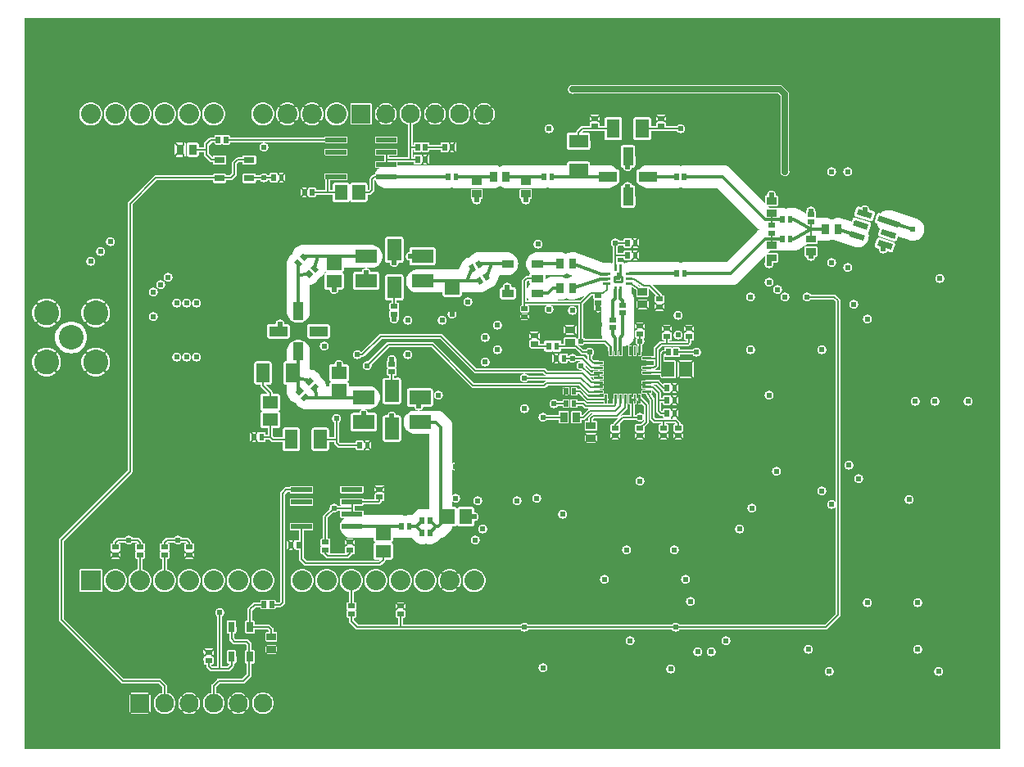
<source format=gbr>
G04 start of page 5 for group 3 idx 3 *
G04 Title: (unknown), bottom *
G04 Creator: pcb 1.99z *
G04 CreationDate: Thu 02 Apr 2020 08:31:54 PM GMT UTC *
G04 For: mark *
G04 Format: Gerber/RS-274X *
G04 PCB-Dimensions (mil): 4300.00 3300.00 *
G04 PCB-Coordinate-Origin: lower left *
%MOIN*%
%FSLAX25Y25*%
%LNBOTTOM*%
%ADD88C,0.1600*%
%ADD87C,0.0238*%
%ADD86R,0.0100X0.0100*%
%ADD85R,0.0118X0.0118*%
%ADD84R,0.0098X0.0098*%
%ADD83R,0.0400X0.0400*%
%ADD82R,0.0300X0.0300*%
%ADD81R,0.0551X0.0551*%
%ADD80R,0.0512X0.0512*%
%ADD79R,0.0200X0.0200*%
%ADD78R,0.0240X0.0240*%
%ADD77R,0.0295X0.0295*%
%ADD76R,0.0197X0.0197*%
%ADD75R,0.1000X0.1000*%
%ADD74C,0.1000*%
%ADD73C,0.0800*%
%ADD72C,0.0760*%
%ADD71C,0.0250*%
%ADD70C,0.0100*%
%ADD69C,0.0080*%
%ADD68C,0.0133*%
%ADD67C,0.0001*%
%ADD66C,0.1250*%
%ADD65C,0.0118*%
%ADD64C,0.0670*%
%ADD63C,0.0400*%
G54D63*G54D64*G54D65*G54D66*G54D65*G54D66*G54D65*G54D66*G54D65*G54D67*G36*
X414006Y11994D02*X401003D01*
Y151699D01*
X401006Y151699D01*
X401287Y151721D01*
X401561Y151786D01*
X401821Y151894D01*
X402061Y152041D01*
X402276Y152224D01*
X402459Y152439D01*
X402606Y152679D01*
X402714Y152939D01*
X402779Y153213D01*
X402796Y153494D01*
X402779Y153775D01*
X402714Y154049D01*
X402606Y154309D01*
X402459Y154549D01*
X402276Y154764D01*
X402061Y154947D01*
X401821Y155094D01*
X401561Y155202D01*
X401287Y155268D01*
X401006Y155290D01*
X401003Y155289D01*
Y309494D01*
X414006D01*
Y11994D01*
G37*
G36*
X401003D02*X389503D01*
Y41773D01*
X389561Y41786D01*
X389821Y41894D01*
X390061Y42041D01*
X390276Y42224D01*
X390459Y42439D01*
X390606Y42679D01*
X390714Y42939D01*
X390779Y43213D01*
X390796Y43494D01*
X390779Y43775D01*
X390714Y44049D01*
X390606Y44309D01*
X390459Y44549D01*
X390276Y44764D01*
X390061Y44947D01*
X389821Y45094D01*
X389561Y45202D01*
X389503Y45216D01*
Y201699D01*
X389506Y201699D01*
X389787Y201721D01*
X390061Y201786D01*
X390321Y201894D01*
X390561Y202041D01*
X390776Y202224D01*
X390959Y202439D01*
X391106Y202679D01*
X391214Y202939D01*
X391279Y203213D01*
X391296Y203494D01*
X391279Y203775D01*
X391214Y204049D01*
X391106Y204309D01*
X390959Y204549D01*
X390776Y204764D01*
X390561Y204947D01*
X390321Y205094D01*
X390061Y205202D01*
X389787Y205268D01*
X389506Y205290D01*
X389503Y205289D01*
Y309494D01*
X401003D01*
Y155289D01*
X400725Y155268D01*
X400451Y155202D01*
X400191Y155094D01*
X399951Y154947D01*
X399736Y154764D01*
X399553Y154549D01*
X399406Y154309D01*
X399298Y154049D01*
X399232Y153775D01*
X399210Y153494D01*
X399232Y153213D01*
X399298Y152939D01*
X399406Y152679D01*
X399553Y152439D01*
X399736Y152224D01*
X399951Y152041D01*
X400191Y151894D01*
X400451Y151786D01*
X400725Y151721D01*
X401003Y151699D01*
Y11994D01*
G37*
G36*
X387503Y309494D02*X389503D01*
Y205289D01*
X389225Y205268D01*
X388951Y205202D01*
X388691Y205094D01*
X388451Y204947D01*
X388236Y204764D01*
X388053Y204549D01*
X387906Y204309D01*
X387798Y204049D01*
X387732Y203775D01*
X387710Y203494D01*
X387732Y203213D01*
X387798Y202939D01*
X387906Y202679D01*
X388053Y202439D01*
X388236Y202224D01*
X388451Y202041D01*
X388691Y201894D01*
X388951Y201786D01*
X389225Y201721D01*
X389503Y201699D01*
Y45216D01*
X389287Y45268D01*
X389006Y45290D01*
X388725Y45268D01*
X388451Y45202D01*
X388191Y45094D01*
X387951Y44947D01*
X387736Y44764D01*
X387553Y44549D01*
X387503Y44468D01*
Y151699D01*
X387506Y151699D01*
X387787Y151721D01*
X388061Y151786D01*
X388321Y151894D01*
X388561Y152041D01*
X388776Y152224D01*
X388959Y152439D01*
X389106Y152679D01*
X389214Y152939D01*
X389279Y153213D01*
X389296Y153494D01*
X389279Y153775D01*
X389214Y154049D01*
X389106Y154309D01*
X388959Y154549D01*
X388776Y154764D01*
X388561Y154947D01*
X388321Y155094D01*
X388061Y155202D01*
X387787Y155268D01*
X387506Y155290D01*
X387503Y155289D01*
Y309494D01*
G37*
G36*
X389503Y11994D02*X387503D01*
Y42521D01*
X387553Y42439D01*
X387736Y42224D01*
X387951Y42041D01*
X388191Y41894D01*
X388451Y41786D01*
X388725Y41721D01*
X389006Y41699D01*
X389287Y41721D01*
X389503Y41773D01*
Y11994D01*
G37*
G36*
X387503D02*X380503D01*
Y50699D01*
X380506Y50699D01*
X380787Y50721D01*
X381061Y50786D01*
X381321Y50894D01*
X381561Y51041D01*
X381776Y51224D01*
X381959Y51439D01*
X382106Y51679D01*
X382214Y51939D01*
X382279Y52213D01*
X382296Y52494D01*
X382279Y52775D01*
X382214Y53049D01*
X382106Y53309D01*
X381959Y53549D01*
X381776Y53764D01*
X381561Y53947D01*
X381321Y54094D01*
X381061Y54202D01*
X380787Y54268D01*
X380506Y54290D01*
X380503Y54289D01*
Y69699D01*
X380506Y69699D01*
X380787Y69721D01*
X381061Y69786D01*
X381321Y69894D01*
X381561Y70041D01*
X381776Y70224D01*
X381959Y70439D01*
X382106Y70679D01*
X382214Y70939D01*
X382279Y71213D01*
X382296Y71494D01*
X382279Y71775D01*
X382214Y72049D01*
X382106Y72309D01*
X381959Y72549D01*
X381776Y72764D01*
X381561Y72947D01*
X381321Y73094D01*
X381061Y73202D01*
X380787Y73268D01*
X380506Y73290D01*
X380503Y73289D01*
Y152006D01*
X380561Y152041D01*
X380776Y152224D01*
X380959Y152439D01*
X381106Y152679D01*
X381214Y152939D01*
X381279Y153213D01*
X381296Y153494D01*
X381279Y153775D01*
X381214Y154049D01*
X381106Y154309D01*
X380959Y154549D01*
X380776Y154764D01*
X380561Y154947D01*
X380503Y154982D01*
Y219274D01*
X380657Y219338D01*
X381280Y219726D01*
X381836Y220206D01*
X382309Y220768D01*
X382689Y221396D01*
X382965Y222076D01*
X383132Y222791D01*
X383185Y223524D01*
X383123Y224255D01*
X382947Y224968D01*
X382662Y225645D01*
X382274Y226269D01*
X381794Y226824D01*
X381232Y227297D01*
X380604Y227677D01*
X380503Y227716D01*
Y309494D01*
X387503D01*
Y155289D01*
X387225Y155268D01*
X386951Y155202D01*
X386691Y155094D01*
X386451Y154947D01*
X386236Y154764D01*
X386053Y154549D01*
X385906Y154309D01*
X385798Y154049D01*
X385732Y153775D01*
X385710Y153494D01*
X385732Y153213D01*
X385798Y152939D01*
X385906Y152679D01*
X386053Y152439D01*
X386236Y152224D01*
X386451Y152041D01*
X386691Y151894D01*
X386951Y151786D01*
X387225Y151721D01*
X387503Y151699D01*
Y44468D01*
X387406Y44309D01*
X387298Y44049D01*
X387232Y43775D01*
X387210Y43494D01*
X387232Y43213D01*
X387298Y42939D01*
X387406Y42679D01*
X387503Y42521D01*
Y11994D01*
G37*
G36*
X380503Y227716D02*X379919Y227940D01*
X370092Y231064D01*
X369381Y231245D01*
X368649Y231298D01*
X367917Y231236D01*
X367204Y231060D01*
X367162Y231042D01*
Y309494D01*
X380503D01*
Y227716D01*
G37*
G36*
Y11994D02*X377003D01*
Y111699D01*
X377006Y111699D01*
X377287Y111721D01*
X377561Y111786D01*
X377821Y111894D01*
X378061Y112041D01*
X378276Y112224D01*
X378459Y112439D01*
X378606Y112679D01*
X378714Y112939D01*
X378779Y113213D01*
X378796Y113494D01*
X378779Y113775D01*
X378714Y114049D01*
X378606Y114309D01*
X378459Y114549D01*
X378276Y114764D01*
X378061Y114947D01*
X377821Y115094D01*
X377561Y115202D01*
X377287Y115268D01*
X377006Y115290D01*
X377003Y115289D01*
Y219077D01*
X377093Y219048D01*
X377803Y218868D01*
X378536Y218815D01*
X379267Y218877D01*
X379980Y219053D01*
X380503Y219274D01*
Y154982D01*
X380321Y155094D01*
X380061Y155202D01*
X379787Y155268D01*
X379506Y155290D01*
X379225Y155268D01*
X378951Y155202D01*
X378691Y155094D01*
X378451Y154947D01*
X378236Y154764D01*
X378053Y154549D01*
X377906Y154309D01*
X377798Y154049D01*
X377732Y153775D01*
X377710Y153494D01*
X377732Y153213D01*
X377798Y152939D01*
X377906Y152679D01*
X378053Y152439D01*
X378236Y152224D01*
X378451Y152041D01*
X378691Y151894D01*
X378951Y151786D01*
X379225Y151721D01*
X379506Y151699D01*
X379787Y151721D01*
X380061Y151786D01*
X380321Y151894D01*
X380503Y152006D01*
Y73289D01*
X380225Y73268D01*
X379951Y73202D01*
X379691Y73094D01*
X379451Y72947D01*
X379236Y72764D01*
X379053Y72549D01*
X378906Y72309D01*
X378798Y72049D01*
X378732Y71775D01*
X378710Y71494D01*
X378732Y71213D01*
X378798Y70939D01*
X378906Y70679D01*
X379053Y70439D01*
X379236Y70224D01*
X379451Y70041D01*
X379691Y69894D01*
X379951Y69786D01*
X380225Y69721D01*
X380503Y69699D01*
Y54289D01*
X380225Y54268D01*
X379951Y54202D01*
X379691Y54094D01*
X379451Y53947D01*
X379236Y53764D01*
X379053Y53549D01*
X378906Y53309D01*
X378798Y53049D01*
X378732Y52775D01*
X378710Y52494D01*
X378732Y52213D01*
X378798Y51939D01*
X378906Y51679D01*
X379053Y51439D01*
X379236Y51224D01*
X379451Y51041D01*
X379691Y50894D01*
X379951Y50786D01*
X380225Y50721D01*
X380503Y50699D01*
Y11994D01*
G37*
G36*
X377003D02*X367162D01*
Y213829D01*
X367321Y213894D01*
X367561Y214041D01*
X367776Y214224D01*
X367959Y214439D01*
X368057Y214600D01*
X369449Y214150D01*
X369606Y214137D01*
X369763Y214150D01*
X369916Y214187D01*
X370061Y214247D01*
X370195Y214329D01*
X370315Y214431D01*
X370417Y214551D01*
X370500Y214685D01*
X370557Y214832D01*
X371326Y217230D01*
X371338Y217387D01*
X371326Y217544D01*
X371289Y217697D01*
X371229Y217843D01*
X371147Y217977D01*
X371045Y218097D01*
X370925Y218199D01*
X370791Y218281D01*
X370644Y218338D01*
X367162Y219463D01*
Y219854D01*
X370909Y218643D01*
X371066Y218630D01*
X371223Y218643D01*
X371376Y218679D01*
X371521Y218740D01*
X371655Y218822D01*
X371775Y218924D01*
X371877Y219044D01*
X371960Y219178D01*
X372017Y219324D01*
X372406Y220538D01*
X377003Y219077D01*
Y115289D01*
X376725Y115268D01*
X376451Y115202D01*
X376191Y115094D01*
X375951Y114947D01*
X375736Y114764D01*
X375553Y114549D01*
X375406Y114309D01*
X375298Y114049D01*
X375232Y113775D01*
X375210Y113494D01*
X375232Y113213D01*
X375298Y112939D01*
X375406Y112679D01*
X375553Y112439D01*
X375736Y112224D01*
X375951Y112041D01*
X376191Y111894D01*
X376451Y111786D01*
X376725Y111721D01*
X377003Y111699D01*
Y11994D01*
G37*
G36*
X367162D02*X358850D01*
Y70128D01*
X358951Y70041D01*
X359191Y69894D01*
X359451Y69786D01*
X359725Y69721D01*
X360006Y69699D01*
X360287Y69721D01*
X360561Y69786D01*
X360821Y69894D01*
X361061Y70041D01*
X361276Y70224D01*
X361459Y70439D01*
X361606Y70679D01*
X361714Y70939D01*
X361779Y71213D01*
X361796Y71494D01*
X361779Y71775D01*
X361714Y72049D01*
X361606Y72309D01*
X361459Y72549D01*
X361276Y72764D01*
X361061Y72947D01*
X360821Y73094D01*
X360561Y73202D01*
X360287Y73268D01*
X360006Y73290D01*
X359725Y73268D01*
X359451Y73202D01*
X359191Y73094D01*
X358951Y72947D01*
X358850Y72860D01*
Y185628D01*
X358951Y185541D01*
X359191Y185394D01*
X359451Y185286D01*
X359725Y185221D01*
X360006Y185199D01*
X360287Y185221D01*
X360561Y185286D01*
X360821Y185394D01*
X361061Y185541D01*
X361276Y185724D01*
X361459Y185939D01*
X361606Y186179D01*
X361714Y186439D01*
X361779Y186713D01*
X361796Y186994D01*
X361779Y187275D01*
X361714Y187549D01*
X361606Y187809D01*
X361459Y188049D01*
X361276Y188264D01*
X361061Y188447D01*
X360821Y188594D01*
X360561Y188702D01*
X360287Y188768D01*
X360006Y188790D01*
X359725Y188768D01*
X359451Y188702D01*
X359191Y188594D01*
X358951Y188447D01*
X358850Y188360D01*
Y217187D01*
X359196Y217475D01*
X359680Y218027D01*
X360072Y218648D01*
X360361Y219323D01*
X360542Y220034D01*
X360609Y220766D01*
X360561Y221498D01*
X360399Y222214D01*
X360321Y222410D01*
X360422Y222472D01*
X360542Y222574D01*
X360644Y222694D01*
X360727Y222828D01*
X360784Y222974D01*
X361553Y225373D01*
X361566Y225530D01*
X361553Y225687D01*
X361517Y225840D01*
X361456Y225985D01*
X361374Y226120D01*
X361272Y226239D01*
X361152Y226342D01*
X361018Y226424D01*
X360872Y226481D01*
X358850Y227135D01*
Y227525D01*
X361135Y226785D01*
X361292Y226773D01*
X361449Y226785D01*
X361602Y226822D01*
X361748Y226882D01*
X361882Y226965D01*
X362002Y227067D01*
X362104Y227186D01*
X362186Y227321D01*
X362243Y227467D01*
X363013Y229866D01*
X363026Y230023D01*
X363013Y230179D01*
X362977Y230333D01*
X362916Y230478D01*
X362834Y230612D01*
X362732Y230732D01*
X362612Y230834D01*
X362478Y230916D01*
X362332Y230974D01*
X360795Y231471D01*
X360796Y231494D01*
X360779Y231775D01*
X360714Y232049D01*
X360606Y232309D01*
X360459Y232549D01*
X360276Y232764D01*
X360061Y232947D01*
X359821Y233094D01*
X359561Y233202D01*
X359287Y233268D01*
X359006Y233290D01*
X358850Y233277D01*
Y309494D01*
X367162D01*
Y231042D01*
X366528Y230774D01*
X365904Y230387D01*
X365414Y229963D01*
X364988Y230101D01*
X364831Y230114D01*
X364674Y230101D01*
X364521Y230065D01*
X364375Y230004D01*
X364241Y229922D01*
X364121Y229820D01*
X364019Y229700D01*
X363937Y229566D01*
X363880Y229420D01*
X363110Y227021D01*
X363098Y226864D01*
X363110Y226707D01*
X363147Y226554D01*
X363207Y226409D01*
X363289Y226275D01*
X363391Y226155D01*
X363511Y226053D01*
X363645Y225970D01*
X363792Y225913D01*
X364070Y225823D01*
X364237Y225144D01*
X364523Y224468D01*
X364910Y223844D01*
X365102Y223622D01*
X364458Y221615D01*
X364446Y221458D01*
X364458Y221301D01*
X364495Y221148D01*
X364555Y221003D01*
X364638Y220869D01*
X364740Y220749D01*
X364860Y220647D01*
X364994Y220564D01*
X365140Y220507D01*
X367162Y219854D01*
Y219463D01*
X364876Y220202D01*
X364719Y220214D01*
X364562Y220202D01*
X364409Y220165D01*
X364264Y220105D01*
X364129Y220023D01*
X364010Y219920D01*
X363907Y219801D01*
X363825Y219667D01*
X363768Y219520D01*
X362999Y217121D01*
X362986Y216964D01*
X362999Y216808D01*
X363035Y216654D01*
X363096Y216509D01*
X363178Y216375D01*
X363280Y216255D01*
X363400Y216153D01*
X363534Y216071D01*
X363681Y216013D01*
X364725Y215676D01*
X364710Y215494D01*
X364732Y215213D01*
X364798Y214939D01*
X364906Y214679D01*
X365053Y214439D01*
X365236Y214224D01*
X365451Y214041D01*
X365691Y213894D01*
X365951Y213786D01*
X366225Y213721D01*
X366506Y213699D01*
X366787Y213721D01*
X367061Y213786D01*
X367162Y213829D01*
Y11994D01*
G37*
G36*
X358850Y227135D02*X355103Y228346D01*
X354946Y228358D01*
X354789Y228346D01*
X354636Y228309D01*
X354491Y228249D01*
X354356Y228166D01*
X354237Y228064D01*
X354134Y227944D01*
X354052Y227810D01*
X353995Y227664D01*
X353632Y226532D01*
X352003Y227084D01*
Y245199D01*
X352006Y245199D01*
X352287Y245221D01*
X352561Y245286D01*
X352821Y245394D01*
X353061Y245541D01*
X353276Y245724D01*
X353459Y245939D01*
X353606Y246179D01*
X353714Y246439D01*
X353779Y246713D01*
X353796Y246994D01*
X353779Y247275D01*
X353714Y247549D01*
X353606Y247809D01*
X353459Y248049D01*
X353276Y248264D01*
X353061Y248447D01*
X352821Y248594D01*
X352561Y248702D01*
X352287Y248768D01*
X352006Y248790D01*
X352003Y248789D01*
Y309494D01*
X358850D01*
Y233277D01*
X358725Y233268D01*
X358451Y233202D01*
X358191Y233094D01*
X357951Y232947D01*
X357736Y232764D01*
X357553Y232549D01*
X357538Y232524D01*
X356564Y232839D01*
X356407Y232851D01*
X356250Y232839D01*
X356097Y232802D01*
X355952Y232742D01*
X355817Y232660D01*
X355698Y232558D01*
X355595Y232438D01*
X355513Y232304D01*
X355456Y232157D01*
X354686Y229759D01*
X354673Y229602D01*
X354686Y229445D01*
X354722Y229292D01*
X354783Y229146D01*
X354865Y229012D01*
X354967Y228893D01*
X355087Y228790D01*
X355221Y228708D01*
X355367Y228651D01*
X358850Y227525D01*
Y227135D01*
G37*
G36*
X352003Y227084D02*X349564Y227912D01*
X348857Y228106D01*
X348125Y228173D01*
X347393Y228125D01*
X346676Y227963D01*
X345995Y227691D01*
X345504Y227398D01*
X345503Y227399D01*
Y245199D01*
X345506Y245199D01*
X345787Y245221D01*
X346061Y245286D01*
X346321Y245394D01*
X346561Y245541D01*
X346776Y245724D01*
X346959Y245939D01*
X347106Y246179D01*
X347214Y246439D01*
X347279Y246713D01*
X347296Y246994D01*
X347279Y247275D01*
X347214Y247549D01*
X347106Y247809D01*
X346959Y248049D01*
X346776Y248264D01*
X346561Y248447D01*
X346321Y248594D01*
X346061Y248702D01*
X345787Y248768D01*
X345506Y248790D01*
X345503Y248789D01*
Y309494D01*
X352003D01*
Y248789D01*
X351725Y248768D01*
X351451Y248702D01*
X351191Y248594D01*
X350951Y248447D01*
X350736Y248264D01*
X350553Y248049D01*
X350406Y247809D01*
X350298Y247549D01*
X350232Y247275D01*
X350210Y246994D01*
X350232Y246713D01*
X350298Y246439D01*
X350406Y246179D01*
X350553Y245939D01*
X350736Y245724D01*
X350951Y245541D01*
X351191Y245394D01*
X351451Y245286D01*
X351725Y245221D01*
X352003Y245199D01*
Y227084D01*
G37*
G36*
X275324Y240329D02*X282406D01*
X283138Y240372D01*
X283852Y240544D01*
X284068Y240633D01*
X284284Y240544D01*
X284998Y240372D01*
X285730Y240329D01*
X299074D01*
X315078Y224325D01*
X315197Y224185D01*
X315755Y223708D01*
X315755Y223708D01*
X316105Y223494D01*
X315755Y223280D01*
X315755Y223280D01*
X315197Y222803D01*
X315078Y222664D01*
X302574Y210159D01*
X285806D01*
X285074Y210116D01*
X284360Y209944D01*
X284119Y209845D01*
X283878Y209944D01*
X283164Y210116D01*
X282432Y210159D01*
X275324D01*
Y240329D01*
G37*
G36*
X345503Y227399D02*X345071Y227663D01*
X344393Y227944D01*
X343679Y228116D01*
X342947Y228159D01*
X338761D01*
X338826Y228215D01*
X338890Y228290D01*
X338942Y228373D01*
X338979Y228464D01*
X339002Y228560D01*
X339008Y228658D01*
X339002Y230724D01*
X338979Y230820D01*
X338942Y230911D01*
X338890Y230995D01*
X338826Y231069D01*
X338790Y231101D01*
X338779Y231275D01*
X338714Y231549D01*
X338606Y231809D01*
X338459Y232049D01*
X338276Y232264D01*
X338061Y232447D01*
X337821Y232594D01*
X337561Y232702D01*
X337287Y232768D01*
X337006Y232790D01*
X336725Y232768D01*
X336451Y232702D01*
X336191Y232594D01*
X335951Y232447D01*
X335736Y232264D01*
X335553Y232049D01*
X335406Y231809D01*
X335298Y231549D01*
X335232Y231275D01*
X335219Y231098D01*
X335186Y231069D01*
X335122Y230995D01*
X335070Y230911D01*
X335033Y230820D01*
X335010Y230724D01*
X335004Y230626D01*
X335006Y230010D01*
X332382Y231509D01*
X332130Y231663D01*
X331826Y231790D01*
X331663Y231870D01*
X331556Y231901D01*
X331452Y231944D01*
X331203Y232004D01*
X330958Y232076D01*
X330847Y232090D01*
X330738Y232116D01*
X330557Y232127D01*
X330230Y232168D01*
X329936Y232159D01*
X328580D01*
X327848Y232116D01*
X327134Y231944D01*
X327006Y231891D01*
X326878Y231944D01*
X326164Y232116D01*
X325432Y232159D01*
X323270D01*
X323206Y232185D01*
X323092Y232213D01*
X322974Y232220D01*
X320382Y232216D01*
X319710Y232887D01*
X323092Y232893D01*
X323206Y232921D01*
X323315Y232966D01*
X323416Y233027D01*
X323506Y233104D01*
X323583Y233194D01*
X323644Y233294D01*
X323689Y233404D01*
X323717Y233518D01*
X323724Y233636D01*
X323717Y236706D01*
X323689Y236820D01*
X323644Y236930D01*
X323583Y237030D01*
X323506Y237120D01*
X323416Y237197D01*
X323315Y237258D01*
X323206Y237303D01*
X323092Y237331D01*
X322974Y237338D01*
X322787Y237338D01*
X322796Y237494D01*
X322779Y237775D01*
X322714Y238049D01*
X322606Y238309D01*
X322459Y238549D01*
X322276Y238764D01*
X322061Y238947D01*
X321821Y239094D01*
X321561Y239202D01*
X321287Y239268D01*
X321006Y239290D01*
X320725Y239268D01*
X320451Y239202D01*
X320191Y239094D01*
X319951Y238947D01*
X319736Y238764D01*
X319553Y238549D01*
X319406Y238309D01*
X319298Y238049D01*
X319232Y237775D01*
X319210Y237494D01*
X319223Y237332D01*
X318920Y237331D01*
X318805Y237303D01*
X318696Y237258D01*
X318596Y237197D01*
X318506Y237120D01*
X318429Y237030D01*
X318368Y236930D01*
X318322Y236820D01*
X318295Y236706D01*
X318288Y236588D01*
X318293Y234304D01*
X304434Y248163D01*
X304315Y248303D01*
X303756Y248780D01*
X303130Y249163D01*
X302452Y249444D01*
X301876Y249583D01*
X301738Y249616D01*
X301006Y249673D01*
X300823Y249659D01*
X285730D01*
X284998Y249616D01*
X284284Y249444D01*
X284068Y249355D01*
X283852Y249444D01*
X283138Y249616D01*
X282406Y249659D01*
X275324D01*
Y263494D01*
X282519D01*
X282553Y263439D01*
X282736Y263224D01*
X282951Y263041D01*
X283191Y262894D01*
X283451Y262786D01*
X283725Y262721D01*
X284006Y262699D01*
X284287Y262721D01*
X284561Y262786D01*
X284821Y262894D01*
X285061Y263041D01*
X285276Y263224D01*
X285459Y263439D01*
X285606Y263679D01*
X285714Y263939D01*
X285779Y264213D01*
X285796Y264494D01*
X285779Y264775D01*
X285714Y265049D01*
X285606Y265309D01*
X285459Y265549D01*
X285276Y265764D01*
X285061Y265947D01*
X284821Y266094D01*
X284561Y266202D01*
X284287Y266268D01*
X284006Y266290D01*
X283725Y266268D01*
X283451Y266202D01*
X283191Y266094D01*
X282951Y265947D01*
X282736Y265764D01*
X282553Y265549D01*
X282519Y265494D01*
X278030D01*
X278027Y266506D01*
X278003Y266606D01*
X277964Y266700D01*
X277910Y266787D01*
X277844Y266865D01*
X277766Y266932D01*
X277679Y266985D01*
X277657Y266994D01*
X277679Y267003D01*
X277766Y267057D01*
X277844Y267123D01*
X277910Y267201D01*
X277964Y267288D01*
X278003Y267383D01*
X278027Y267482D01*
X278033Y267584D01*
X278027Y269654D01*
X278003Y269754D01*
X277964Y269848D01*
X277910Y269935D01*
X277844Y270013D01*
X277766Y270080D01*
X277679Y270133D01*
X277584Y270172D01*
X277485Y270196D01*
X277383Y270202D01*
X275324Y270198D01*
Y278844D01*
X323822D01*
X324856Y277811D01*
Y247688D01*
X324798Y247549D01*
X324732Y247275D01*
X324710Y246994D01*
X324732Y246713D01*
X324798Y246439D01*
X324906Y246179D01*
X325053Y245939D01*
X325236Y245724D01*
X325451Y245541D01*
X325691Y245394D01*
X325951Y245286D01*
X326225Y245221D01*
X326506Y245199D01*
X326787Y245221D01*
X327061Y245286D01*
X327321Y245394D01*
X327561Y245541D01*
X327776Y245724D01*
X327959Y245939D01*
X328106Y246179D01*
X328214Y246439D01*
X328279Y246713D01*
X328296Y246994D01*
X328279Y247275D01*
X328214Y247549D01*
X328156Y247688D01*
Y278429D01*
X328161Y278494D01*
X328141Y278753D01*
X328080Y279006D01*
X328039Y279105D01*
X327981Y279245D01*
X327845Y279467D01*
X327676Y279664D01*
X327627Y279707D01*
X325718Y281615D01*
X325676Y281664D01*
X325479Y281833D01*
X325257Y281969D01*
X325117Y282027D01*
X325017Y282068D01*
X324765Y282129D01*
X324506Y282149D01*
X324441Y282144D01*
X275324D01*
Y309494D01*
X345503D01*
Y248789D01*
X345225Y248768D01*
X344951Y248702D01*
X344691Y248594D01*
X344451Y248447D01*
X344236Y248264D01*
X344053Y248049D01*
X343906Y247809D01*
X343798Y247549D01*
X343732Y247275D01*
X343710Y246994D01*
X343732Y246713D01*
X343798Y246439D01*
X343906Y246179D01*
X344053Y245939D01*
X344236Y245724D01*
X344451Y245541D01*
X344691Y245394D01*
X344951Y245286D01*
X345225Y245221D01*
X345503Y245199D01*
Y227399D01*
G37*
G36*
X275324Y282144D02*X262580D01*
Y309494D01*
X275324D01*
Y282144D01*
G37*
G36*
Y249659D02*X270730D01*
X269998Y249616D01*
X269284Y249444D01*
X268606Y249163D01*
X267980Y248780D01*
X267421Y248303D01*
X267150Y247985D01*
X266973Y247985D01*
X266820Y247948D01*
X266675Y247888D01*
X266540Y247806D01*
X266421Y247703D01*
X266318Y247584D01*
X266236Y247449D01*
X266176Y247304D01*
X266139Y247151D01*
X266130Y246994D01*
X266133Y245828D01*
X266108Y245726D01*
X266051Y244994D01*
X266108Y244262D01*
X266136Y244145D01*
X266139Y242837D01*
X266176Y242684D01*
X266236Y242539D01*
X266318Y242404D01*
X266421Y242285D01*
X266540Y242183D01*
X266675Y242100D01*
X266820Y242040D01*
X266973Y242003D01*
X267130Y241994D01*
X267157Y241994D01*
X267421Y241685D01*
X267980Y241208D01*
X268606Y240825D01*
X269284Y240544D01*
X269998Y240372D01*
X270730Y240329D01*
X275324D01*
Y210159D01*
X263306D01*
X262580Y210116D01*
Y210970D01*
X263518Y210973D01*
X263617Y210997D01*
X263712Y211036D01*
X263799Y211090D01*
X263877Y211156D01*
X263943Y211234D01*
X263997Y211321D01*
X264006Y211343D01*
X264015Y211321D01*
X264068Y211234D01*
X264135Y211156D01*
X264213Y211090D01*
X264300Y211036D01*
X264394Y210997D01*
X264494Y210973D01*
X264596Y210967D01*
X266666Y210973D01*
X266765Y210997D01*
X266860Y211036D01*
X266947Y211090D01*
X267025Y211156D01*
X267091Y211234D01*
X267145Y211321D01*
X267184Y211416D01*
X267208Y211515D01*
X267214Y211617D01*
X267208Y214473D01*
X267184Y214573D01*
X267145Y214667D01*
X267091Y214754D01*
X267025Y214832D01*
X266947Y214899D01*
X266860Y214952D01*
X266765Y214991D01*
X266666Y215015D01*
X266564Y215021D01*
X264494Y215015D01*
X264394Y214991D01*
X264300Y214952D01*
X264213Y214899D01*
X264135Y214832D01*
X264068Y214754D01*
X264015Y214667D01*
X264006Y214645D01*
X263997Y214667D01*
X263943Y214754D01*
X263877Y214832D01*
X263799Y214899D01*
X263712Y214952D01*
X263617Y214991D01*
X263518Y215015D01*
X263416Y215021D01*
X262580Y215019D01*
Y215970D01*
X263518Y215973D01*
X263617Y215997D01*
X263712Y216036D01*
X263799Y216090D01*
X263877Y216156D01*
X263943Y216234D01*
X263997Y216321D01*
X264006Y216343D01*
X264015Y216321D01*
X264068Y216234D01*
X264135Y216156D01*
X264213Y216090D01*
X264300Y216036D01*
X264394Y215997D01*
X264494Y215973D01*
X264596Y215967D01*
X266666Y215973D01*
X266765Y215997D01*
X266860Y216036D01*
X266947Y216090D01*
X267025Y216156D01*
X267091Y216234D01*
X267145Y216321D01*
X267184Y216416D01*
X267208Y216515D01*
X267214Y216617D01*
X267208Y219473D01*
X267184Y219573D01*
X267145Y219667D01*
X267091Y219754D01*
X267025Y219832D01*
X266947Y219899D01*
X266860Y219952D01*
X266765Y219991D01*
X266666Y220015D01*
X266564Y220021D01*
X264494Y220015D01*
X264394Y219991D01*
X264300Y219952D01*
X264213Y219899D01*
X264135Y219832D01*
X264068Y219754D01*
X264015Y219667D01*
X264006Y219645D01*
X263997Y219667D01*
X263943Y219754D01*
X263877Y219832D01*
X263799Y219899D01*
X263712Y219952D01*
X263617Y219991D01*
X263518Y220015D01*
X263416Y220021D01*
X262580Y220019D01*
Y232249D01*
X264737Y232253D01*
X264890Y232290D01*
X265035Y232350D01*
X265170Y232433D01*
X265289Y232535D01*
X265392Y232654D01*
X265474Y232789D01*
X265534Y232934D01*
X265571Y233087D01*
X265580Y233244D01*
X265571Y240601D01*
X265534Y240754D01*
X265474Y240899D01*
X265392Y241034D01*
X265289Y241153D01*
X265170Y241256D01*
X265035Y241338D01*
X264890Y241398D01*
X264737Y241435D01*
X264580Y241444D01*
X264239Y241443D01*
X264214Y241549D01*
X264106Y241809D01*
X263959Y242049D01*
X263776Y242264D01*
X263561Y242447D01*
X263321Y242594D01*
X263061Y242702D01*
X262787Y242768D01*
X262580Y242784D01*
Y247204D01*
X262787Y247221D01*
X263061Y247286D01*
X263321Y247394D01*
X263561Y247541D01*
X263776Y247724D01*
X263959Y247939D01*
X264106Y248179D01*
X264214Y248439D01*
X264241Y248552D01*
X264737Y248553D01*
X264890Y248590D01*
X265035Y248650D01*
X265170Y248733D01*
X265289Y248835D01*
X265392Y248954D01*
X265474Y249089D01*
X265534Y249234D01*
X265571Y249387D01*
X265580Y249544D01*
X265571Y256901D01*
X265534Y257054D01*
X265474Y257199D01*
X265392Y257334D01*
X265289Y257453D01*
X265170Y257556D01*
X265035Y257638D01*
X264890Y257698D01*
X264737Y257735D01*
X264580Y257744D01*
X262580Y257740D01*
Y278844D01*
X275324D01*
Y270198D01*
X274527Y270196D01*
X274427Y270172D01*
X274333Y270133D01*
X274246Y270080D01*
X274168Y270013D01*
X274101Y269935D01*
X274048Y269848D01*
X274009Y269754D01*
X273985Y269654D01*
X273979Y269552D01*
X273985Y267482D01*
X274009Y267383D01*
X274048Y267288D01*
X274101Y267201D01*
X274168Y267123D01*
X274246Y267057D01*
X274333Y267003D01*
X274355Y266994D01*
X274333Y266985D01*
X274246Y266932D01*
X274168Y266865D01*
X274101Y266787D01*
X274048Y266700D01*
X274009Y266606D01*
X273985Y266506D01*
X273979Y266404D01*
X273982Y265494D01*
X271964D01*
X271961Y268391D01*
X271924Y268544D01*
X271864Y268689D01*
X271781Y268824D01*
X271679Y268943D01*
X271560Y269046D01*
X271425Y269128D01*
X271280Y269188D01*
X271127Y269225D01*
X270970Y269234D01*
X265695Y269225D01*
X265542Y269188D01*
X265397Y269128D01*
X265262Y269046D01*
X265143Y268943D01*
X265040Y268824D01*
X264958Y268689D01*
X264898Y268544D01*
X264861Y268391D01*
X264852Y268234D01*
X264861Y260597D01*
X264898Y260444D01*
X264958Y260299D01*
X265040Y260164D01*
X265143Y260045D01*
X265262Y259943D01*
X265397Y259860D01*
X265542Y259800D01*
X265695Y259763D01*
X265852Y259754D01*
X271127Y259763D01*
X271280Y259800D01*
X271425Y259860D01*
X271560Y259943D01*
X271679Y260045D01*
X271781Y260164D01*
X271864Y260299D01*
X271924Y260444D01*
X271961Y260597D01*
X271970Y260754D01*
X271967Y263494D01*
X275324D01*
Y249659D01*
G37*
G36*
X341503Y194994D02*X346092D01*
X347006Y194080D01*
Y112472D01*
X346959Y112549D01*
X346776Y112764D01*
X346561Y112947D01*
X346321Y113094D01*
X346061Y113202D01*
X345787Y113268D01*
X345506Y113290D01*
X345225Y113268D01*
X344951Y113202D01*
X344691Y113094D01*
X344451Y112947D01*
X344236Y112764D01*
X344053Y112549D01*
X343906Y112309D01*
X343798Y112049D01*
X343732Y111775D01*
X343710Y111494D01*
X343732Y111213D01*
X343798Y110939D01*
X343906Y110679D01*
X344053Y110439D01*
X344236Y110224D01*
X344451Y110041D01*
X344691Y109894D01*
X344951Y109786D01*
X345225Y109721D01*
X345506Y109699D01*
X345787Y109721D01*
X346061Y109786D01*
X346321Y109894D01*
X346561Y110041D01*
X346776Y110224D01*
X346959Y110439D01*
X347006Y110516D01*
Y66908D01*
X342592Y62494D01*
X341503D01*
Y115199D01*
X341506Y115199D01*
X341787Y115221D01*
X342061Y115286D01*
X342321Y115394D01*
X342561Y115541D01*
X342776Y115724D01*
X342959Y115939D01*
X343106Y116179D01*
X343214Y116439D01*
X343279Y116713D01*
X343296Y116994D01*
X343279Y117275D01*
X343214Y117549D01*
X343106Y117809D01*
X342959Y118049D01*
X342776Y118264D01*
X342561Y118447D01*
X342321Y118594D01*
X342061Y118702D01*
X341787Y118768D01*
X341506Y118790D01*
X341503Y118789D01*
Y172699D01*
X341506Y172699D01*
X341787Y172721D01*
X342061Y172786D01*
X342321Y172894D01*
X342561Y173041D01*
X342776Y173224D01*
X342959Y173439D01*
X343106Y173679D01*
X343214Y173939D01*
X343279Y174213D01*
X343296Y174494D01*
X343279Y174775D01*
X343214Y175049D01*
X343106Y175309D01*
X342959Y175549D01*
X342776Y175764D01*
X342561Y175947D01*
X342321Y176094D01*
X342061Y176202D01*
X341787Y176268D01*
X341506Y176290D01*
X341503Y176289D01*
Y194994D01*
G37*
G36*
X337006D02*X341503D01*
Y176289D01*
X341225Y176268D01*
X340951Y176202D01*
X340691Y176094D01*
X340451Y175947D01*
X340236Y175764D01*
X340053Y175549D01*
X339906Y175309D01*
X339798Y175049D01*
X339732Y174775D01*
X339710Y174494D01*
X339732Y174213D01*
X339798Y173939D01*
X339906Y173679D01*
X340053Y173439D01*
X340236Y173224D01*
X340451Y173041D01*
X340691Y172894D01*
X340951Y172786D01*
X341225Y172721D01*
X341503Y172699D01*
Y118789D01*
X341225Y118768D01*
X340951Y118702D01*
X340691Y118594D01*
X340451Y118447D01*
X340236Y118264D01*
X340053Y118049D01*
X339906Y117809D01*
X339798Y117549D01*
X339732Y117275D01*
X339710Y116994D01*
X339732Y116713D01*
X339798Y116439D01*
X339906Y116179D01*
X340053Y115939D01*
X340236Y115724D01*
X340451Y115541D01*
X340691Y115394D01*
X340951Y115286D01*
X341225Y115221D01*
X341503Y115199D01*
Y62494D01*
X337006D01*
Y194994D01*
G37*
G36*
X358850Y11994D02*X356503D01*
Y120199D01*
X356506Y120199D01*
X356787Y120221D01*
X357061Y120286D01*
X357321Y120394D01*
X357561Y120541D01*
X357776Y120724D01*
X357959Y120939D01*
X358106Y121179D01*
X358214Y121439D01*
X358279Y121713D01*
X358296Y121994D01*
X358279Y122275D01*
X358214Y122549D01*
X358106Y122809D01*
X357959Y123049D01*
X357776Y123264D01*
X357561Y123447D01*
X357321Y123594D01*
X357061Y123702D01*
X356787Y123768D01*
X356506Y123790D01*
X356503Y123789D01*
Y216189D01*
X356602Y216195D01*
X357319Y216357D01*
X358000Y216630D01*
X358631Y217005D01*
X358850Y217187D01*
Y188360D01*
X358736Y188264D01*
X358553Y188049D01*
X358406Y187809D01*
X358298Y187549D01*
X358232Y187275D01*
X358210Y186994D01*
X358232Y186713D01*
X358298Y186439D01*
X358406Y186179D01*
X358553Y185939D01*
X358736Y185724D01*
X358850Y185628D01*
Y72860D01*
X358736Y72764D01*
X358553Y72549D01*
X358406Y72309D01*
X358298Y72049D01*
X358232Y71775D01*
X358210Y71494D01*
X358232Y71213D01*
X358298Y70939D01*
X358406Y70679D01*
X358553Y70439D01*
X358736Y70224D01*
X358850Y70128D01*
Y11994D01*
G37*
G36*
X356503D02*X354503D01*
Y191199D01*
X354506Y191199D01*
X354787Y191221D01*
X355061Y191286D01*
X355321Y191394D01*
X355561Y191541D01*
X355776Y191724D01*
X355959Y191939D01*
X356106Y192179D01*
X356214Y192439D01*
X356279Y192713D01*
X356296Y192994D01*
X356279Y193275D01*
X356214Y193549D01*
X356106Y193809D01*
X355959Y194049D01*
X355776Y194264D01*
X355561Y194447D01*
X355321Y194594D01*
X355061Y194702D01*
X354787Y194768D01*
X354506Y194790D01*
X354503Y194789D01*
Y216389D01*
X355138Y216214D01*
X355870Y216147D01*
X356503Y216189D01*
Y123789D01*
X356225Y123768D01*
X355951Y123702D01*
X355691Y123594D01*
X355451Y123447D01*
X355236Y123264D01*
X355053Y123049D01*
X354906Y122809D01*
X354798Y122549D01*
X354732Y122275D01*
X354710Y121994D01*
X354732Y121713D01*
X354798Y121439D01*
X354906Y121179D01*
X355053Y120939D01*
X355236Y120724D01*
X355451Y120541D01*
X355691Y120394D01*
X355951Y120286D01*
X356225Y120221D01*
X356503Y120199D01*
Y11994D01*
G37*
G36*
X354503D02*X352003D01*
Y125774D01*
X352225Y125721D01*
X352506Y125699D01*
X352787Y125721D01*
X353061Y125786D01*
X353321Y125894D01*
X353561Y126041D01*
X353776Y126224D01*
X353959Y126439D01*
X354106Y126679D01*
X354214Y126939D01*
X354279Y127213D01*
X354296Y127494D01*
X354279Y127775D01*
X354214Y128049D01*
X354106Y128309D01*
X353959Y128549D01*
X353776Y128764D01*
X353561Y128947D01*
X353321Y129094D01*
X353061Y129202D01*
X352787Y129268D01*
X352506Y129290D01*
X352225Y129268D01*
X352003Y129214D01*
Y206199D01*
X352006Y206199D01*
X352287Y206221D01*
X352561Y206286D01*
X352821Y206394D01*
X353061Y206541D01*
X353276Y206724D01*
X353459Y206939D01*
X353606Y207179D01*
X353714Y207439D01*
X353779Y207713D01*
X353796Y207994D01*
X353779Y208275D01*
X353714Y208549D01*
X353606Y208809D01*
X353459Y209049D01*
X353276Y209264D01*
X353061Y209447D01*
X352821Y209594D01*
X352561Y209702D01*
X352287Y209768D01*
X352006Y209790D01*
X352003Y209789D01*
Y217232D01*
X354431Y216408D01*
X354503Y216389D01*
Y194789D01*
X354225Y194768D01*
X353951Y194702D01*
X353691Y194594D01*
X353451Y194447D01*
X353236Y194264D01*
X353053Y194049D01*
X352906Y193809D01*
X352798Y193549D01*
X352732Y193275D01*
X352710Y192994D01*
X352732Y192713D01*
X352798Y192439D01*
X352906Y192179D01*
X353053Y191939D01*
X353236Y191724D01*
X353451Y191541D01*
X353691Y191394D01*
X353951Y191286D01*
X354225Y191221D01*
X354503Y191199D01*
Y11994D01*
G37*
G36*
X352003D02*X345503D01*
Y42006D01*
X345561Y42041D01*
X345776Y42224D01*
X345959Y42439D01*
X346106Y42679D01*
X346214Y42939D01*
X346279Y43213D01*
X346296Y43494D01*
X346279Y43775D01*
X346214Y44049D01*
X346106Y44309D01*
X345959Y44549D01*
X345776Y44764D01*
X345561Y44947D01*
X345503Y44982D01*
Y62577D01*
X348685Y65759D01*
X348715Y65785D01*
X348817Y65904D01*
X348817Y65904D01*
X348900Y66039D01*
X348960Y66184D01*
X348997Y66337D01*
X349009Y66494D01*
X349006Y66533D01*
Y194455D01*
X349009Y194494D01*
X348997Y194651D01*
X348960Y194804D01*
X348900Y194949D01*
X348817Y195084D01*
X348817Y195084D01*
X348715Y195203D01*
X348685Y195229D01*
X347241Y196673D01*
X347215Y196703D01*
X347096Y196806D01*
X346961Y196888D01*
X346816Y196948D01*
X346663Y196985D01*
X346663Y196985D01*
X346506Y196997D01*
X346467Y196994D01*
X345503D01*
Y208199D01*
X345506Y208199D01*
X345787Y208221D01*
X346061Y208286D01*
X346321Y208394D01*
X346561Y208541D01*
X346776Y208724D01*
X346959Y208939D01*
X347106Y209179D01*
X347214Y209439D01*
X347279Y209713D01*
X347296Y209994D01*
X347279Y210275D01*
X347214Y210549D01*
X347106Y210809D01*
X346959Y211049D01*
X346776Y211264D01*
X346561Y211447D01*
X346321Y211594D01*
X346061Y211702D01*
X345787Y211768D01*
X345506Y211790D01*
X345503Y211789D01*
Y219589D01*
X345507Y219592D01*
X345887Y219352D01*
X346566Y219076D01*
X352003Y217232D01*
Y209789D01*
X351725Y209768D01*
X351451Y209702D01*
X351191Y209594D01*
X350951Y209447D01*
X350736Y209264D01*
X350553Y209049D01*
X350406Y208809D01*
X350298Y208549D01*
X350232Y208275D01*
X350210Y207994D01*
X350232Y207713D01*
X350298Y207439D01*
X350406Y207179D01*
X350553Y206939D01*
X350736Y206724D01*
X350951Y206541D01*
X351191Y206394D01*
X351451Y206286D01*
X351725Y206221D01*
X352003Y206199D01*
Y129214D01*
X351951Y129202D01*
X351691Y129094D01*
X351451Y128947D01*
X351236Y128764D01*
X351053Y128549D01*
X350906Y128309D01*
X350798Y128049D01*
X350732Y127775D01*
X350710Y127494D01*
X350732Y127213D01*
X350798Y126939D01*
X350906Y126679D01*
X351053Y126439D01*
X351236Y126224D01*
X351451Y126041D01*
X351691Y125894D01*
X351951Y125786D01*
X352003Y125774D01*
Y11994D01*
G37*
G36*
X345503Y196994D02*X337006D01*
Y210699D01*
X337287Y210721D01*
X337561Y210786D01*
X337821Y210894D01*
X338061Y211041D01*
X338276Y211224D01*
X338459Y211439D01*
X338606Y211679D01*
X338714Y211939D01*
X338779Y212213D01*
X338784Y212290D01*
X339080Y212290D01*
X339183Y212315D01*
X339281Y212356D01*
X339372Y212411D01*
X339453Y212480D01*
X339522Y212561D01*
X339577Y212652D01*
X339618Y212750D01*
X339643Y212853D01*
X339649Y212959D01*
X339643Y216017D01*
X339618Y216120D01*
X339577Y216218D01*
X339522Y216309D01*
X339453Y216390D01*
X339372Y216459D01*
X339281Y216514D01*
X339183Y216555D01*
X339080Y216580D01*
X338974Y216586D01*
X337006Y216583D01*
Y217405D01*
X339080Y217408D01*
X339183Y217433D01*
X339281Y217474D01*
X339372Y217529D01*
X339453Y217598D01*
X339522Y217679D01*
X339577Y217770D01*
X339618Y217868D01*
X339643Y217971D01*
X339649Y218077D01*
X339647Y218829D01*
X342947D01*
X343679Y218872D01*
X344393Y219044D01*
X345071Y219325D01*
X345503Y219589D01*
Y211789D01*
X345225Y211768D01*
X344951Y211702D01*
X344691Y211594D01*
X344451Y211447D01*
X344236Y211264D01*
X344053Y211049D01*
X343906Y210809D01*
X343798Y210549D01*
X343732Y210275D01*
X343710Y209994D01*
X343732Y209713D01*
X343798Y209439D01*
X343906Y209179D01*
X344053Y208939D01*
X344236Y208724D01*
X344451Y208541D01*
X344691Y208394D01*
X344951Y208286D01*
X345225Y208221D01*
X345503Y208199D01*
Y196994D01*
G37*
G36*
Y11994D02*X337006D01*
Y51008D01*
X337061Y51041D01*
X337276Y51224D01*
X337459Y51439D01*
X337606Y51679D01*
X337714Y51939D01*
X337779Y52213D01*
X337796Y52494D01*
X337779Y52775D01*
X337714Y53049D01*
X337606Y53309D01*
X337459Y53549D01*
X337276Y53764D01*
X337061Y53947D01*
X337006Y53981D01*
Y60494D01*
X342967D01*
X343006Y60491D01*
X343163Y60503D01*
X343163Y60503D01*
X343316Y60540D01*
X343461Y60600D01*
X343596Y60683D01*
X343715Y60785D01*
X343741Y60815D01*
X345503Y62577D01*
Y44982D01*
X345321Y45094D01*
X345061Y45202D01*
X344787Y45268D01*
X344506Y45290D01*
X344225Y45268D01*
X343951Y45202D01*
X343691Y45094D01*
X343451Y44947D01*
X343236Y44764D01*
X343053Y44549D01*
X342906Y44309D01*
X342798Y44049D01*
X342732Y43775D01*
X342710Y43494D01*
X342732Y43213D01*
X342798Y42939D01*
X342906Y42679D01*
X343053Y42439D01*
X343236Y42224D01*
X343451Y42041D01*
X343691Y41894D01*
X343951Y41786D01*
X344225Y41721D01*
X344506Y41699D01*
X344787Y41721D01*
X345061Y41786D01*
X345321Y41894D01*
X345503Y42006D01*
Y11994D01*
G37*
G36*
X267506Y152141D02*X267919Y152142D01*
X267965Y152153D01*
X268009Y152171D01*
X268049Y152196D01*
X268085Y152226D01*
X268115Y152262D01*
X268140Y152302D01*
X268158Y152346D01*
X268169Y152392D01*
X268170Y152415D01*
X269006Y151580D01*
Y147972D01*
X268959Y148049D01*
X268776Y148264D01*
X268561Y148447D01*
X268321Y148594D01*
X268061Y148702D01*
X267787Y148768D01*
X267506Y148790D01*
Y152141D01*
G37*
G36*
Y145199D02*X267787Y145221D01*
X268061Y145286D01*
X268321Y145394D01*
X268561Y145541D01*
X268776Y145724D01*
X268959Y145939D01*
X269006Y146016D01*
Y145450D01*
X267737Y144200D01*
X267506Y144199D01*
Y145199D01*
G37*
G36*
X337006Y196994D02*X336992D01*
X336959Y197049D01*
X336776Y197264D01*
X336561Y197447D01*
X336321Y197594D01*
X336061Y197702D01*
X335787Y197768D01*
X335506Y197790D01*
X335225Y197768D01*
X334951Y197702D01*
X334691Y197594D01*
X334451Y197447D01*
X334236Y197264D01*
X334053Y197049D01*
X333906Y196809D01*
X333798Y196549D01*
X333732Y196275D01*
X333710Y195994D01*
X333732Y195713D01*
X333798Y195439D01*
X333906Y195179D01*
X334053Y194939D01*
X334236Y194724D01*
X334451Y194541D01*
X334691Y194394D01*
X334951Y194286D01*
X335225Y194221D01*
X335506Y194199D01*
X335787Y194221D01*
X336061Y194286D01*
X336321Y194394D01*
X336561Y194541D01*
X336776Y194724D01*
X336959Y194939D01*
X336992Y194994D01*
X337006D01*
Y62494D01*
X326503D01*
Y194199D01*
X326506Y194199D01*
X326787Y194221D01*
X327061Y194286D01*
X327321Y194394D01*
X327561Y194541D01*
X327776Y194724D01*
X327959Y194939D01*
X328106Y195179D01*
X328214Y195439D01*
X328279Y195713D01*
X328296Y195994D01*
X328279Y196275D01*
X328214Y196549D01*
X328106Y196809D01*
X327959Y197049D01*
X327776Y197264D01*
X327561Y197447D01*
X327321Y197594D01*
X327061Y197702D01*
X326787Y197768D01*
X326506Y197790D01*
X326503Y197789D01*
Y214954D01*
X326878Y215044D01*
X327006Y215097D01*
X327134Y215044D01*
X327848Y214872D01*
X328580Y214829D01*
X329936D01*
X330230Y214820D01*
X330557Y214862D01*
X330738Y214872D01*
X330847Y214899D01*
X330958Y214913D01*
X331203Y214984D01*
X331452Y215044D01*
X331556Y215087D01*
X331663Y215118D01*
X331826Y215199D01*
X332130Y215325D01*
X332382Y215479D01*
X335749Y217403D01*
X337006Y217405D01*
Y216583D01*
X334932Y216580D01*
X334829Y216555D01*
X334731Y216514D01*
X334640Y216459D01*
X334559Y216390D01*
X334490Y216309D01*
X334435Y216218D01*
X334394Y216120D01*
X334369Y216017D01*
X334363Y215911D01*
X334369Y212853D01*
X334394Y212750D01*
X334435Y212652D01*
X334490Y212561D01*
X334559Y212480D01*
X334640Y212411D01*
X334731Y212356D01*
X334829Y212315D01*
X334932Y212290D01*
X335038Y212284D01*
X335227Y212284D01*
X335232Y212213D01*
X335298Y211939D01*
X335406Y211679D01*
X335553Y211439D01*
X335736Y211224D01*
X335951Y211041D01*
X336191Y210894D01*
X336451Y210786D01*
X336725Y210721D01*
X337006Y210699D01*
Y196994D01*
G37*
G36*
X326503Y62494D02*X323003D01*
Y123199D01*
X323006Y123199D01*
X323287Y123221D01*
X323561Y123286D01*
X323821Y123394D01*
X324061Y123541D01*
X324276Y123724D01*
X324459Y123939D01*
X324606Y124179D01*
X324714Y124439D01*
X324779Y124713D01*
X324796Y124994D01*
X324779Y125275D01*
X324714Y125549D01*
X324606Y125809D01*
X324459Y126049D01*
X324276Y126264D01*
X324061Y126447D01*
X323821Y126594D01*
X323561Y126702D01*
X323287Y126768D01*
X323006Y126790D01*
X323003Y126789D01*
Y197274D01*
X323225Y197221D01*
X323506Y197199D01*
X323787Y197221D01*
X324061Y197286D01*
X324321Y197394D01*
X324561Y197541D01*
X324776Y197724D01*
X324959Y197939D01*
X325106Y198179D01*
X325214Y198439D01*
X325279Y198713D01*
X325296Y198994D01*
X325279Y199275D01*
X325214Y199549D01*
X325106Y199809D01*
X324959Y200049D01*
X324776Y200264D01*
X324561Y200447D01*
X324321Y200594D01*
X324061Y200702D01*
X323787Y200768D01*
X323506Y200790D01*
X323225Y200768D01*
X323003Y200714D01*
Y209756D01*
X323076Y209756D01*
X323175Y209780D01*
X323270Y209819D01*
X323357Y209872D01*
X323435Y209939D01*
X323501Y210017D01*
X323555Y210104D01*
X323594Y210199D01*
X323618Y210298D01*
X323624Y210400D01*
X323618Y213454D01*
X323594Y213553D01*
X323555Y213648D01*
X323501Y213735D01*
X323435Y213813D01*
X323357Y213879D01*
X323270Y213933D01*
X323175Y213972D01*
X323076Y213996D01*
X323003Y214000D01*
Y214829D01*
X325432D01*
X326164Y214872D01*
X326503Y214954D01*
Y197789D01*
X326225Y197768D01*
X325951Y197702D01*
X325691Y197594D01*
X325451Y197447D01*
X325236Y197264D01*
X325053Y197049D01*
X324906Y196809D01*
X324798Y196549D01*
X324732Y196275D01*
X324710Y195994D01*
X324732Y195713D01*
X324798Y195439D01*
X324906Y195179D01*
X325053Y194939D01*
X325236Y194724D01*
X325451Y194541D01*
X325691Y194394D01*
X325951Y194286D01*
X326225Y194221D01*
X326503Y194199D01*
Y62494D01*
G37*
G36*
X323003Y214000D02*X322974Y214002D01*
X319606Y213997D01*
X320438Y214829D01*
X323003D01*
Y214000D01*
G37*
G36*
Y62494D02*X320003D01*
Y154199D01*
X320006Y154199D01*
X320287Y154221D01*
X320561Y154286D01*
X320821Y154394D01*
X321061Y154541D01*
X321276Y154724D01*
X321459Y154939D01*
X321606Y155179D01*
X321714Y155439D01*
X321779Y155713D01*
X321796Y155994D01*
X321779Y156275D01*
X321714Y156549D01*
X321606Y156809D01*
X321459Y157049D01*
X321276Y157264D01*
X321061Y157447D01*
X320821Y157594D01*
X320561Y157702D01*
X320287Y157768D01*
X320006Y157790D01*
X320003Y157789D01*
Y200199D01*
X320006Y200199D01*
X320287Y200221D01*
X320561Y200286D01*
X320821Y200394D01*
X321061Y200541D01*
X321276Y200724D01*
X321459Y200939D01*
X321606Y201179D01*
X321714Y201439D01*
X321779Y201713D01*
X321796Y201994D01*
X321779Y202275D01*
X321714Y202549D01*
X321606Y202809D01*
X321459Y203049D01*
X321276Y203264D01*
X321061Y203447D01*
X320821Y203594D01*
X320561Y203702D01*
X320287Y203768D01*
X320006Y203790D01*
X320003Y203789D01*
Y207699D01*
X320006Y207699D01*
X320287Y207721D01*
X320561Y207786D01*
X320821Y207894D01*
X321061Y208041D01*
X321276Y208224D01*
X321459Y208439D01*
X321606Y208679D01*
X321714Y208939D01*
X321779Y209213D01*
X321796Y209494D01*
X321781Y209754D01*
X323003Y209756D01*
Y200714D01*
X322951Y200702D01*
X322691Y200594D01*
X322451Y200447D01*
X322236Y200264D01*
X322053Y200049D01*
X321906Y199809D01*
X321798Y199549D01*
X321732Y199275D01*
X321710Y198994D01*
X321732Y198713D01*
X321798Y198439D01*
X321906Y198179D01*
X322053Y197939D01*
X322236Y197724D01*
X322451Y197541D01*
X322691Y197394D01*
X322951Y197286D01*
X323003Y197274D01*
Y126789D01*
X322725Y126768D01*
X322451Y126702D01*
X322191Y126594D01*
X321951Y126447D01*
X321736Y126264D01*
X321553Y126049D01*
X321406Y125809D01*
X321298Y125549D01*
X321232Y125275D01*
X321210Y124994D01*
X321232Y124713D01*
X321298Y124439D01*
X321406Y124179D01*
X321553Y123939D01*
X321736Y123724D01*
X321951Y123541D01*
X322191Y123394D01*
X322451Y123286D01*
X322725Y123221D01*
X323003Y123199D01*
Y62494D01*
G37*
G36*
X320003D02*X312503D01*
Y108274D01*
X312725Y108221D01*
X313006Y108199D01*
X313287Y108221D01*
X313561Y108286D01*
X313821Y108394D01*
X314061Y108541D01*
X314276Y108724D01*
X314459Y108939D01*
X314606Y109179D01*
X314714Y109439D01*
X314779Y109713D01*
X314796Y109994D01*
X314779Y110275D01*
X314714Y110549D01*
X314606Y110809D01*
X314459Y111049D01*
X314276Y111264D01*
X314061Y111447D01*
X313821Y111594D01*
X313561Y111702D01*
X313287Y111768D01*
X313006Y111790D01*
X312725Y111768D01*
X312503Y111714D01*
Y172699D01*
X312506Y172699D01*
X312787Y172721D01*
X313061Y172786D01*
X313321Y172894D01*
X313561Y173041D01*
X313776Y173224D01*
X313959Y173439D01*
X314106Y173679D01*
X314214Y173939D01*
X314279Y174213D01*
X314296Y174494D01*
X314279Y174775D01*
X314214Y175049D01*
X314106Y175309D01*
X313959Y175549D01*
X313776Y175764D01*
X313561Y175947D01*
X313321Y176094D01*
X313061Y176202D01*
X312787Y176268D01*
X312506Y176290D01*
X312503Y176289D01*
Y194199D01*
X312506Y194199D01*
X312787Y194221D01*
X313061Y194286D01*
X313321Y194394D01*
X313561Y194541D01*
X313776Y194724D01*
X313959Y194939D01*
X314106Y195179D01*
X314214Y195439D01*
X314279Y195713D01*
X314296Y195994D01*
X314279Y196275D01*
X314214Y196549D01*
X314106Y196809D01*
X313959Y197049D01*
X313776Y197264D01*
X313561Y197447D01*
X313321Y197594D01*
X313061Y197702D01*
X312787Y197768D01*
X312506Y197790D01*
X312503Y197789D01*
Y206894D01*
X318389Y212780D01*
X318394Y210298D01*
X318397Y210287D01*
X318298Y210049D01*
X318232Y209775D01*
X318210Y209494D01*
X318232Y209213D01*
X318298Y208939D01*
X318406Y208679D01*
X318553Y208439D01*
X318736Y208224D01*
X318951Y208041D01*
X319191Y207894D01*
X319451Y207786D01*
X319725Y207721D01*
X320003Y207699D01*
Y203789D01*
X319725Y203768D01*
X319451Y203702D01*
X319191Y203594D01*
X318951Y203447D01*
X318736Y203264D01*
X318553Y203049D01*
X318406Y202809D01*
X318298Y202549D01*
X318232Y202275D01*
X318210Y201994D01*
X318232Y201713D01*
X318298Y201439D01*
X318406Y201179D01*
X318553Y200939D01*
X318736Y200724D01*
X318951Y200541D01*
X319191Y200394D01*
X319451Y200286D01*
X319725Y200221D01*
X320003Y200199D01*
Y157789D01*
X319725Y157768D01*
X319451Y157702D01*
X319191Y157594D01*
X318951Y157447D01*
X318736Y157264D01*
X318553Y157049D01*
X318406Y156809D01*
X318298Y156549D01*
X318232Y156275D01*
X318210Y155994D01*
X318232Y155713D01*
X318298Y155439D01*
X318406Y155179D01*
X318553Y154939D01*
X318736Y154724D01*
X318951Y154541D01*
X319191Y154394D01*
X319451Y154286D01*
X319725Y154221D01*
X320003Y154199D01*
Y62494D01*
G37*
G36*
X312503D02*X308003D01*
Y99699D01*
X308006Y99699D01*
X308287Y99721D01*
X308561Y99786D01*
X308821Y99894D01*
X309061Y100041D01*
X309276Y100224D01*
X309459Y100439D01*
X309606Y100679D01*
X309714Y100939D01*
X309779Y101213D01*
X309796Y101494D01*
X309779Y101775D01*
X309714Y102049D01*
X309606Y102309D01*
X309459Y102549D01*
X309276Y102764D01*
X309061Y102947D01*
X308821Y103094D01*
X308561Y103202D01*
X308287Y103268D01*
X308006Y103290D01*
X308003Y103289D01*
Y202394D01*
X312503Y206894D01*
Y197789D01*
X312225Y197768D01*
X311951Y197702D01*
X311691Y197594D01*
X311451Y197447D01*
X311236Y197264D01*
X311053Y197049D01*
X310906Y196809D01*
X310798Y196549D01*
X310732Y196275D01*
X310710Y195994D01*
X310732Y195713D01*
X310798Y195439D01*
X310906Y195179D01*
X311053Y194939D01*
X311236Y194724D01*
X311451Y194541D01*
X311691Y194394D01*
X311951Y194286D01*
X312225Y194221D01*
X312503Y194199D01*
Y176289D01*
X312225Y176268D01*
X311951Y176202D01*
X311691Y176094D01*
X311451Y175947D01*
X311236Y175764D01*
X311053Y175549D01*
X310906Y175309D01*
X310798Y175049D01*
X310732Y174775D01*
X310710Y174494D01*
X310732Y174213D01*
X310798Y173939D01*
X310906Y173679D01*
X311053Y173439D01*
X311236Y173224D01*
X311451Y173041D01*
X311691Y172894D01*
X311951Y172786D01*
X312225Y172721D01*
X312503Y172699D01*
Y111714D01*
X312451Y111702D01*
X312191Y111594D01*
X311951Y111447D01*
X311736Y111264D01*
X311553Y111049D01*
X311406Y110809D01*
X311298Y110549D01*
X311232Y110275D01*
X311210Y109994D01*
X311232Y109713D01*
X311298Y109439D01*
X311406Y109179D01*
X311553Y108939D01*
X311736Y108724D01*
X311951Y108541D01*
X312191Y108394D01*
X312451Y108286D01*
X312503Y108274D01*
Y62494D01*
G37*
G36*
X308003D02*X288003D01*
Y70199D01*
X288006Y70199D01*
X288287Y70221D01*
X288561Y70286D01*
X288821Y70394D01*
X289061Y70541D01*
X289276Y70724D01*
X289459Y70939D01*
X289606Y71179D01*
X289714Y71439D01*
X289779Y71713D01*
X289796Y71994D01*
X289779Y72275D01*
X289714Y72549D01*
X289606Y72809D01*
X289459Y73049D01*
X289276Y73264D01*
X289061Y73447D01*
X288821Y73594D01*
X288561Y73702D01*
X288287Y73768D01*
X288006Y73790D01*
X288003Y73789D01*
Y162897D01*
X288710Y162898D01*
X288809Y162922D01*
X288904Y162961D01*
X288991Y163015D01*
X289069Y163081D01*
X289135Y163159D01*
X289189Y163246D01*
X289228Y163341D01*
X289252Y163440D01*
X289258Y163542D01*
X289252Y169548D01*
X289228Y169648D01*
X289189Y169742D01*
X289135Y169829D01*
X289069Y169907D01*
X288991Y169974D01*
X288904Y170027D01*
X288809Y170066D01*
X288710Y170090D01*
X288608Y170096D01*
X288003Y170095D01*
Y172494D01*
X289019D01*
X289053Y172439D01*
X289236Y172224D01*
X289451Y172041D01*
X289691Y171894D01*
X289951Y171786D01*
X290225Y171721D01*
X290506Y171699D01*
X290787Y171721D01*
X291061Y171786D01*
X291321Y171894D01*
X291561Y172041D01*
X291776Y172224D01*
X291959Y172439D01*
X292106Y172679D01*
X292214Y172939D01*
X292279Y173213D01*
X292296Y173494D01*
X292279Y173775D01*
X292214Y174049D01*
X292106Y174309D01*
X291959Y174549D01*
X291776Y174764D01*
X291561Y174947D01*
X291321Y175094D01*
X291061Y175202D01*
X290787Y175268D01*
X290506Y175290D01*
X290225Y175268D01*
X289951Y175202D01*
X289691Y175094D01*
X289451Y174947D01*
X289236Y174764D01*
X289053Y174549D01*
X289019Y174494D01*
X288003D01*
Y176577D01*
X288185Y176759D01*
X288215Y176785D01*
X288317Y176904D01*
X288317Y176904D01*
X288400Y177039D01*
X288460Y177184D01*
X288497Y177337D01*
X288509Y177494D01*
X288506Y177533D01*
Y178291D01*
X288985Y178292D01*
X289084Y178316D01*
X289179Y178355D01*
X289266Y178409D01*
X289344Y178475D01*
X289410Y178553D01*
X289464Y178640D01*
X289503Y178735D01*
X289527Y178834D01*
X289533Y178936D01*
X289527Y181006D01*
X289503Y181106D01*
X289464Y181200D01*
X289410Y181287D01*
X289344Y181365D01*
X289266Y181432D01*
X289179Y181485D01*
X289157Y181494D01*
X289179Y181503D01*
X289266Y181557D01*
X289344Y181623D01*
X289410Y181701D01*
X289464Y181788D01*
X289503Y181883D01*
X289527Y181982D01*
X289533Y182084D01*
X289527Y184154D01*
X289503Y184254D01*
X289464Y184348D01*
X289410Y184435D01*
X289344Y184513D01*
X289266Y184580D01*
X289179Y184633D01*
X289084Y184672D01*
X288985Y184696D01*
X288883Y184702D01*
X288003Y184700D01*
Y200829D01*
X304323D01*
X304506Y200815D01*
X305238Y200872D01*
X305238Y200872D01*
X305952Y201044D01*
X306630Y201325D01*
X307256Y201708D01*
X307815Y202185D01*
X307934Y202325D01*
X308003Y202394D01*
Y103289D01*
X307725Y103268D01*
X307451Y103202D01*
X307191Y103094D01*
X306951Y102947D01*
X306736Y102764D01*
X306553Y102549D01*
X306406Y102309D01*
X306298Y102049D01*
X306232Y101775D01*
X306210Y101494D01*
X306232Y101213D01*
X306298Y100939D01*
X306406Y100679D01*
X306553Y100439D01*
X306736Y100224D01*
X306951Y100041D01*
X307191Y99894D01*
X307451Y99786D01*
X307725Y99721D01*
X308003Y99699D01*
Y62494D01*
G37*
G36*
X288003Y184700D02*X286027Y184696D01*
X285927Y184672D01*
X285833Y184633D01*
X285746Y184580D01*
X285668Y184513D01*
X285601Y184435D01*
X285548Y184348D01*
X285509Y184254D01*
X285485Y184154D01*
X285479Y184052D01*
X285485Y181982D01*
X285509Y181883D01*
X285548Y181788D01*
X285601Y181701D01*
X285668Y181623D01*
X285746Y181557D01*
X285833Y181503D01*
X285855Y181494D01*
X285833Y181485D01*
X285746Y181432D01*
X285668Y181365D01*
X285601Y181287D01*
X285548Y181200D01*
X285509Y181106D01*
X285485Y181006D01*
X285479Y180904D01*
X285485Y178834D01*
X285509Y178735D01*
X285548Y178640D01*
X285601Y178553D01*
X285668Y178475D01*
X285746Y178409D01*
X285833Y178355D01*
X285927Y178316D01*
X286027Y178292D01*
X286129Y178286D01*
X286506Y178287D01*
Y177994D01*
X283003D01*
Y178699D01*
X283006Y178699D01*
X283287Y178721D01*
X283561Y178786D01*
X283821Y178894D01*
X284061Y179041D01*
X284276Y179224D01*
X284459Y179439D01*
X284606Y179679D01*
X284714Y179939D01*
X284779Y180213D01*
X284796Y180494D01*
X284779Y180775D01*
X284714Y181049D01*
X284606Y181309D01*
X284459Y181549D01*
X284276Y181764D01*
X284061Y181947D01*
X283821Y182094D01*
X283561Y182202D01*
X283287Y182268D01*
X283006Y182290D01*
X283003Y182289D01*
Y186699D01*
X283006Y186699D01*
X283287Y186721D01*
X283561Y186786D01*
X283821Y186894D01*
X284061Y187041D01*
X284276Y187224D01*
X284459Y187439D01*
X284606Y187679D01*
X284714Y187939D01*
X284779Y188213D01*
X284796Y188494D01*
X284779Y188775D01*
X284714Y189049D01*
X284606Y189309D01*
X284459Y189549D01*
X284276Y189764D01*
X284061Y189947D01*
X283821Y190094D01*
X283561Y190202D01*
X283287Y190268D01*
X283006Y190290D01*
X283003Y190289D01*
Y200863D01*
X283164Y200872D01*
X283878Y201044D01*
X284119Y201144D01*
X284360Y201044D01*
X285074Y200872D01*
X285806Y200829D01*
X288003D01*
Y184700D01*
G37*
G36*
Y174494D02*X283709D01*
X283708Y174973D01*
X283684Y175073D01*
X283645Y175167D01*
X283591Y175254D01*
X283525Y175332D01*
X283447Y175399D01*
X283360Y175452D01*
X283265Y175491D01*
X283166Y175515D01*
X283064Y175521D01*
X283003Y175521D01*
Y175994D01*
X286967D01*
X287006Y175991D01*
X287162Y176003D01*
X287163Y176003D01*
X287316Y176040D01*
X287461Y176100D01*
X287596Y176183D01*
X287715Y176285D01*
X287741Y176315D01*
X288003Y176577D01*
Y174494D01*
G37*
G36*
Y170095D02*X283388Y170090D01*
X283288Y170066D01*
X283194Y170027D01*
X283107Y169974D01*
X283029Y169907D01*
X283003Y169877D01*
Y171473D01*
X283166Y171473D01*
X283265Y171497D01*
X283360Y171536D01*
X283447Y171590D01*
X283525Y171656D01*
X283591Y171734D01*
X283645Y171821D01*
X283684Y171916D01*
X283708Y172015D01*
X283714Y172117D01*
X283713Y172494D01*
X288003D01*
Y170095D01*
G37*
G36*
Y62494D02*X286003D01*
Y79199D01*
X286006Y79199D01*
X286287Y79221D01*
X286561Y79286D01*
X286821Y79394D01*
X287061Y79541D01*
X287276Y79724D01*
X287459Y79939D01*
X287606Y80179D01*
X287714Y80439D01*
X287779Y80713D01*
X287796Y80994D01*
X287779Y81275D01*
X287714Y81549D01*
X287606Y81809D01*
X287459Y82049D01*
X287276Y82264D01*
X287061Y82447D01*
X286821Y82594D01*
X286561Y82702D01*
X286287Y82768D01*
X286006Y82790D01*
X286003Y82789D01*
Y162895D01*
X288003Y162897D01*
Y73789D01*
X287725Y73768D01*
X287451Y73702D01*
X287191Y73594D01*
X286951Y73447D01*
X286736Y73264D01*
X286553Y73049D01*
X286406Y72809D01*
X286298Y72549D01*
X286232Y72275D01*
X286210Y71994D01*
X286232Y71713D01*
X286298Y71439D01*
X286406Y71179D01*
X286553Y70939D01*
X286736Y70724D01*
X286951Y70541D01*
X287191Y70394D01*
X287451Y70286D01*
X287725Y70221D01*
X288003Y70199D01*
Y62494D01*
G37*
G36*
X286003D02*X283492D01*
X283459Y62549D01*
X283276Y62764D01*
X283061Y62947D01*
X283003Y62982D01*
Y92012D01*
X283106Y92179D01*
X283214Y92439D01*
X283279Y92713D01*
X283296Y92994D01*
X283279Y93275D01*
X283214Y93549D01*
X283106Y93809D01*
X283003Y93977D01*
Y137789D01*
X284485Y137792D01*
X284584Y137816D01*
X284679Y137855D01*
X284766Y137909D01*
X284844Y137975D01*
X284910Y138053D01*
X284964Y138140D01*
X285003Y138235D01*
X285027Y138334D01*
X285033Y138436D01*
X285027Y140506D01*
X285003Y140606D01*
X284964Y140700D01*
X284910Y140787D01*
X284844Y140865D01*
X284766Y140932D01*
X284679Y140985D01*
X284657Y140994D01*
X284679Y141003D01*
X284766Y141057D01*
X284844Y141123D01*
X284910Y141201D01*
X284964Y141288D01*
X285003Y141383D01*
X285027Y141482D01*
X285033Y141584D01*
X285027Y143654D01*
X285003Y143754D01*
X284964Y143848D01*
X284910Y143935D01*
X284844Y144013D01*
X284766Y144080D01*
X284679Y144133D01*
X284584Y144172D01*
X284485Y144196D01*
X284383Y144202D01*
X284006Y144201D01*
Y144455D01*
X284009Y144494D01*
X283997Y144651D01*
X283960Y144804D01*
X283900Y144949D01*
X283817Y145084D01*
X283817Y145084D01*
X283715Y145203D01*
X283685Y145229D01*
X283003Y145911D01*
Y146637D01*
X283025Y146656D01*
X283091Y146734D01*
X283145Y146821D01*
X283184Y146916D01*
X283208Y147015D01*
X283214Y147117D01*
X283208Y149973D01*
X283184Y150073D01*
X283145Y150167D01*
X283091Y150254D01*
X283025Y150332D01*
X283003Y150351D01*
Y152137D01*
X283025Y152156D01*
X283091Y152234D01*
X283145Y152321D01*
X283184Y152416D01*
X283208Y152515D01*
X283214Y152617D01*
X283208Y155473D01*
X283184Y155573D01*
X283145Y155667D01*
X283091Y155754D01*
X283025Y155832D01*
X283003Y155851D01*
Y157137D01*
X283025Y157156D01*
X283091Y157234D01*
X283145Y157321D01*
X283184Y157416D01*
X283208Y157515D01*
X283214Y157617D01*
X283208Y160473D01*
X283184Y160573D01*
X283145Y160667D01*
X283091Y160754D01*
X283025Y160832D01*
X283003Y160851D01*
Y163111D01*
X283029Y163081D01*
X283107Y163015D01*
X283194Y162961D01*
X283288Y162922D01*
X283388Y162898D01*
X283490Y162892D01*
X286003Y162895D01*
Y82789D01*
X285725Y82768D01*
X285451Y82702D01*
X285191Y82594D01*
X284951Y82447D01*
X284736Y82264D01*
X284553Y82049D01*
X284406Y81809D01*
X284298Y81549D01*
X284232Y81275D01*
X284210Y80994D01*
X284232Y80713D01*
X284298Y80439D01*
X284406Y80179D01*
X284553Y79939D01*
X284736Y79724D01*
X284951Y79541D01*
X285191Y79394D01*
X285451Y79286D01*
X285725Y79221D01*
X286003Y79199D01*
Y62494D01*
G37*
G36*
X283003Y155851D02*X282947Y155899D01*
X282860Y155952D01*
X282765Y155991D01*
X282666Y156015D01*
X282564Y156021D01*
X280494Y156015D01*
X280394Y155991D01*
X280300Y155952D01*
X280213Y155899D01*
X280135Y155832D01*
X280068Y155754D01*
X280015Y155667D01*
X280006Y155645D01*
X279997Y155667D01*
X279943Y155754D01*
X279877Y155832D01*
X279799Y155899D01*
X279712Y155952D01*
X279617Y155991D01*
X279518Y156015D01*
X279416Y156021D01*
X277346Y156015D01*
X277246Y155991D01*
X277152Y155952D01*
X277065Y155899D01*
X276987Y155832D01*
X276920Y155754D01*
X276867Y155667D01*
X276828Y155573D01*
X276804Y155473D01*
X276798Y155371D01*
X276799Y154994D01*
X276006D01*
Y156955D01*
X276009Y156994D01*
X275997Y157151D01*
X275960Y157304D01*
X275900Y157449D01*
X275817Y157584D01*
X275817Y157584D01*
X275715Y157703D01*
X275685Y157729D01*
X273505Y159909D01*
X273479Y159939D01*
X273360Y160042D01*
X273225Y160124D01*
X273080Y160184D01*
X273018Y160199D01*
X274387D01*
X276299Y158287D01*
X276416Y158183D01*
X276551Y158100D01*
X276696Y158040D01*
X276803Y158014D01*
X276804Y157515D01*
X276828Y157416D01*
X276867Y157321D01*
X276920Y157234D01*
X276987Y157156D01*
X277065Y157090D01*
X277152Y157036D01*
X277246Y156997D01*
X277346Y156973D01*
X277448Y156967D01*
X279518Y156973D01*
X279617Y156997D01*
X279712Y157036D01*
X279799Y157090D01*
X279877Y157156D01*
X279943Y157234D01*
X279997Y157321D01*
X280006Y157343D01*
X280015Y157321D01*
X280068Y157234D01*
X280135Y157156D01*
X280213Y157090D01*
X280300Y157036D01*
X280394Y156997D01*
X280494Y156973D01*
X280596Y156967D01*
X282666Y156973D01*
X282765Y156997D01*
X282860Y157036D01*
X282947Y157090D01*
X283003Y157137D01*
Y155851D01*
G37*
G36*
Y150351D02*X282947Y150399D01*
X282860Y150452D01*
X282765Y150491D01*
X282666Y150515D01*
X282564Y150521D01*
X280494Y150515D01*
X280394Y150491D01*
X280300Y150452D01*
X280213Y150399D01*
X280135Y150332D01*
X280068Y150254D01*
X280015Y150167D01*
X280006Y150145D01*
X279997Y150167D01*
X279943Y150254D01*
X279877Y150332D01*
X279799Y150399D01*
X279712Y150452D01*
X279617Y150491D01*
X279518Y150515D01*
X279416Y150521D01*
X277346Y150515D01*
X277246Y150491D01*
X277152Y150452D01*
X277065Y150399D01*
X276987Y150332D01*
X276920Y150254D01*
X276867Y150167D01*
X276828Y150073D01*
X276804Y149973D01*
X276798Y149871D01*
X276799Y149494D01*
X276420D01*
X276006Y149908D01*
Y152994D01*
X276803D01*
X276804Y152515D01*
X276828Y152416D01*
X276867Y152321D01*
X276920Y152234D01*
X276987Y152156D01*
X277065Y152090D01*
X277152Y152036D01*
X277246Y151997D01*
X277346Y151973D01*
X277448Y151967D01*
X279518Y151973D01*
X279617Y151997D01*
X279712Y152036D01*
X279799Y152090D01*
X279877Y152156D01*
X279943Y152234D01*
X279997Y152321D01*
X280006Y152343D01*
X280015Y152321D01*
X280068Y152234D01*
X280135Y152156D01*
X280213Y152090D01*
X280300Y152036D01*
X280394Y151997D01*
X280494Y151973D01*
X280596Y151967D01*
X282666Y151973D01*
X282765Y151997D01*
X282860Y152036D01*
X282947Y152090D01*
X283003Y152137D01*
Y150351D01*
G37*
G36*
Y145911D02*X282741Y146174D01*
X282715Y146203D01*
X282596Y146306D01*
X282596Y146306D01*
X282461Y146388D01*
X282316Y146448D01*
X282217Y146472D01*
X282666Y146473D01*
X282765Y146497D01*
X282860Y146536D01*
X282947Y146590D01*
X283003Y146637D01*
Y145911D01*
G37*
G36*
Y175521D02*X280994Y175515D01*
X280894Y175491D01*
X280800Y175452D01*
X280713Y175399D01*
X280635Y175332D01*
X280568Y175254D01*
X280515Y175167D01*
X280506Y175145D01*
X280497Y175167D01*
X280443Y175254D01*
X280377Y175332D01*
X280299Y175399D01*
X280212Y175452D01*
X280117Y175491D01*
X280018Y175515D01*
X279916Y175521D01*
X277846Y175515D01*
X277746Y175491D01*
X277652Y175452D01*
X277565Y175399D01*
X277487Y175332D01*
X277420Y175254D01*
X277367Y175167D01*
X277328Y175073D01*
X277304Y174973D01*
X277298Y174871D01*
X277299Y174344D01*
X276996D01*
X276963Y174347D01*
X276830Y174336D01*
X276700Y174305D01*
X276576Y174254D01*
X276462Y174184D01*
X276462Y174184D01*
X276360Y174097D01*
X276338Y174072D01*
X275885Y173619D01*
X275860Y173597D01*
X275773Y173495D01*
X275703Y173381D01*
X275652Y173258D01*
X275621Y173127D01*
X275621Y173127D01*
X275610Y172994D01*
X275613Y172961D01*
Y166136D01*
X273366D01*
X273426Y166150D01*
X273572Y166211D01*
X273706Y166293D01*
X273825Y166395D01*
X273851Y166425D01*
X274685Y167259D01*
X274715Y167285D01*
X274817Y167404D01*
X274817Y167404D01*
X274900Y167539D01*
X274960Y167684D01*
X274997Y167837D01*
X275009Y167994D01*
X275006Y168033D01*
Y174580D01*
X276420Y175994D01*
X278467D01*
X278506Y175991D01*
X278545Y175994D01*
X283003D01*
Y175521D01*
G37*
G36*
Y62982D02*X282821Y63094D01*
X282561Y63202D01*
X282287Y63268D01*
X282006Y63290D01*
X281725Y63268D01*
X281451Y63202D01*
X281191Y63094D01*
X280951Y62947D01*
X280736Y62764D01*
X280553Y62549D01*
X280519Y62494D01*
X267506D01*
Y119199D01*
X267787Y119221D01*
X268061Y119286D01*
X268321Y119394D01*
X268561Y119541D01*
X268776Y119724D01*
X268959Y119939D01*
X269106Y120179D01*
X269214Y120439D01*
X269279Y120713D01*
X269296Y120994D01*
X269279Y121275D01*
X269214Y121549D01*
X269106Y121809D01*
X268959Y122049D01*
X268776Y122264D01*
X268561Y122447D01*
X268321Y122594D01*
X268061Y122702D01*
X267787Y122768D01*
X267506Y122790D01*
Y137789D01*
X268985Y137792D01*
X269084Y137816D01*
X269179Y137855D01*
X269266Y137909D01*
X269344Y137975D01*
X269410Y138053D01*
X269464Y138140D01*
X269503Y138235D01*
X269527Y138334D01*
X269533Y138436D01*
X269527Y140506D01*
X269503Y140606D01*
X269464Y140700D01*
X269410Y140787D01*
X269344Y140865D01*
X269266Y140932D01*
X269179Y140985D01*
X269157Y140994D01*
X269179Y141003D01*
X269266Y141057D01*
X269344Y141123D01*
X269410Y141201D01*
X269464Y141288D01*
X269503Y141383D01*
X269527Y141482D01*
X269533Y141584D01*
X269528Y143157D01*
X270682Y144294D01*
X270715Y144322D01*
X270799Y144420D01*
X270813Y144435D01*
X270815Y144439D01*
X270817Y144442D01*
X270856Y144505D01*
X270896Y144569D01*
X270898Y144573D01*
X270900Y144576D01*
X270928Y144644D01*
X270958Y144714D01*
X270958Y144718D01*
X270960Y144721D01*
X270977Y144793D01*
X270995Y144867D01*
X270996Y144871D01*
X270997Y144874D01*
X270998Y144895D01*
X271009Y145024D01*
X271006Y145067D01*
Y151955D01*
X271009Y151994D01*
X270997Y152151D01*
X270960Y152304D01*
X270900Y152449D01*
X270817Y152584D01*
X270817Y152584D01*
X270715Y152703D01*
X270685Y152729D01*
X268426Y154988D01*
X268400Y155018D01*
X268281Y155121D01*
X268170Y155188D01*
X268169Y156226D01*
X268158Y156272D01*
X268140Y156316D01*
X268115Y156356D01*
X268085Y156392D01*
X268049Y156423D01*
X268009Y156447D01*
X267965Y156465D01*
X267919Y156476D01*
X267872Y156479D01*
X267506Y156478D01*
Y171826D01*
X267919Y171827D01*
X267965Y171838D01*
X268009Y171856D01*
X268049Y171881D01*
X268085Y171911D01*
X268115Y171947D01*
X268140Y171987D01*
X268158Y172031D01*
X268169Y172077D01*
X268172Y172124D01*
X268171Y173380D01*
X268192Y173404D01*
X268274Y173539D01*
X268334Y173684D01*
X268371Y173837D01*
X268380Y173994D01*
Y176430D01*
X268561Y176541D01*
X268776Y176724D01*
X268959Y176939D01*
X269106Y177179D01*
X269214Y177439D01*
X269279Y177713D01*
X269296Y177994D01*
X269279Y178275D01*
X269214Y178549D01*
X269106Y178809D01*
X268959Y179049D01*
X268776Y179264D01*
X268743Y179292D01*
X268985Y179292D01*
X269084Y179316D01*
X269179Y179355D01*
X269266Y179409D01*
X269344Y179475D01*
X269410Y179553D01*
X269464Y179640D01*
X269503Y179735D01*
X269527Y179834D01*
X269533Y179936D01*
X269527Y182006D01*
X269503Y182106D01*
X269464Y182200D01*
X269410Y182287D01*
X269344Y182365D01*
X269266Y182432D01*
X269179Y182485D01*
X269157Y182494D01*
X269179Y182503D01*
X269266Y182557D01*
X269344Y182623D01*
X269410Y182701D01*
X269464Y182788D01*
X269503Y182883D01*
X269527Y182982D01*
X269533Y183084D01*
X269527Y185154D01*
X269503Y185254D01*
X269464Y185348D01*
X269410Y185435D01*
X269344Y185513D01*
X269266Y185580D01*
X269179Y185633D01*
X269084Y185672D01*
X268985Y185696D01*
X268883Y185702D01*
X267506Y185699D01*
Y190835D01*
X270572Y190840D01*
X270668Y190863D01*
X270759Y190900D01*
X270842Y190952D01*
X270917Y191016D01*
X270981Y191091D01*
X271032Y191174D01*
X271070Y191265D01*
X271093Y191361D01*
X271099Y191459D01*
X271093Y194509D01*
X271070Y194605D01*
X271032Y194696D01*
X270981Y194780D01*
X270917Y194854D01*
X270842Y194918D01*
X270759Y194970D01*
X270668Y195007D01*
X270572Y195030D01*
X270474Y195036D01*
X267506Y195032D01*
Y195953D01*
X270572Y195958D01*
X270668Y195981D01*
X270759Y196018D01*
X270842Y196070D01*
X270917Y196134D01*
X270981Y196209D01*
X271032Y196292D01*
X271070Y196383D01*
X271093Y196479D01*
X271099Y196577D01*
X271093Y199492D01*
X273937Y196649D01*
X273935Y196648D01*
X273844Y196611D01*
X273760Y196559D01*
X273686Y196495D01*
X273622Y196421D01*
X273570Y196337D01*
X273533Y196246D01*
X273510Y196150D01*
X273504Y196052D01*
X273510Y193986D01*
X273533Y193890D01*
X273570Y193799D01*
X273622Y193716D01*
X273686Y193641D01*
X273760Y193577D01*
X273844Y193525D01*
X273920Y193494D01*
X273844Y193463D01*
X273760Y193411D01*
X273686Y193347D01*
X273622Y193273D01*
X273570Y193189D01*
X273533Y193098D01*
X273510Y193002D01*
X273504Y192904D01*
X273510Y190838D01*
X273533Y190742D01*
X273570Y190651D01*
X273622Y190568D01*
X273686Y190493D01*
X273760Y190429D01*
X273844Y190377D01*
X273935Y190340D01*
X274031Y190317D01*
X274129Y190311D01*
X276981Y190317D01*
X277077Y190340D01*
X277168Y190377D01*
X277251Y190429D01*
X277326Y190493D01*
X277390Y190568D01*
X277442Y190651D01*
X277479Y190742D01*
X277502Y190838D01*
X277508Y190936D01*
X277502Y193002D01*
X277479Y193098D01*
X277442Y193189D01*
X277390Y193273D01*
X277326Y193347D01*
X277251Y193411D01*
X277168Y193463D01*
X277092Y193494D01*
X277168Y193525D01*
X277251Y193577D01*
X277326Y193641D01*
X277390Y193716D01*
X277442Y193799D01*
X277479Y193890D01*
X277502Y193986D01*
X277508Y194084D01*
X277502Y196150D01*
X277479Y196246D01*
X277442Y196337D01*
X277390Y196421D01*
X277326Y196495D01*
X277251Y196559D01*
X277168Y196611D01*
X277077Y196648D01*
X276981Y196671D01*
X276883Y196677D01*
X276491Y196676D01*
X276460Y196804D01*
X276400Y196949D01*
X276317Y197084D01*
X276317Y197084D01*
X276215Y197203D01*
X276185Y197229D01*
X272585Y200829D01*
X282432D01*
X283003Y200863D01*
Y190289D01*
X282725Y190268D01*
X282451Y190202D01*
X282191Y190094D01*
X281951Y189947D01*
X281736Y189764D01*
X281553Y189549D01*
X281406Y189309D01*
X281298Y189049D01*
X281232Y188775D01*
X281210Y188494D01*
X281232Y188213D01*
X281298Y187939D01*
X281406Y187679D01*
X281553Y187439D01*
X281736Y187224D01*
X281951Y187041D01*
X282191Y186894D01*
X282451Y186786D01*
X282725Y186721D01*
X283003Y186699D01*
Y182289D01*
X282725Y182268D01*
X282451Y182202D01*
X282191Y182094D01*
X281951Y181947D01*
X281736Y181764D01*
X281553Y181549D01*
X281406Y181309D01*
X281298Y181049D01*
X281232Y180775D01*
X281210Y180494D01*
X281232Y180213D01*
X281298Y179939D01*
X281406Y179679D01*
X281553Y179439D01*
X281736Y179224D01*
X281951Y179041D01*
X282191Y178894D01*
X282451Y178786D01*
X282725Y178721D01*
X283003Y178699D01*
Y177994D01*
X279506D01*
Y178291D01*
X279985Y178292D01*
X280084Y178316D01*
X280179Y178355D01*
X280266Y178409D01*
X280344Y178475D01*
X280410Y178553D01*
X280464Y178640D01*
X280503Y178735D01*
X280527Y178834D01*
X280533Y178936D01*
X280527Y181006D01*
X280503Y181106D01*
X280464Y181200D01*
X280410Y181287D01*
X280344Y181365D01*
X280266Y181432D01*
X280179Y181485D01*
X280157Y181494D01*
X280179Y181503D01*
X280266Y181557D01*
X280344Y181623D01*
X280410Y181701D01*
X280464Y181788D01*
X280503Y181883D01*
X280527Y181982D01*
X280533Y182084D01*
X280527Y184154D01*
X280503Y184254D01*
X280464Y184348D01*
X280410Y184435D01*
X280344Y184513D01*
X280266Y184580D01*
X280179Y184633D01*
X280084Y184672D01*
X279985Y184696D01*
X279883Y184702D01*
X277027Y184696D01*
X276927Y184672D01*
X276833Y184633D01*
X276746Y184580D01*
X276668Y184513D01*
X276601Y184435D01*
X276548Y184348D01*
X276509Y184254D01*
X276485Y184154D01*
X276479Y184052D01*
X276485Y181982D01*
X276509Y181883D01*
X276548Y181788D01*
X276601Y181701D01*
X276668Y181623D01*
X276746Y181557D01*
X276833Y181503D01*
X276855Y181494D01*
X276833Y181485D01*
X276746Y181432D01*
X276668Y181365D01*
X276601Y181287D01*
X276548Y181200D01*
X276509Y181106D01*
X276485Y181006D01*
X276479Y180904D01*
X276485Y178834D01*
X276509Y178735D01*
X276548Y178640D01*
X276601Y178553D01*
X276668Y178475D01*
X276746Y178409D01*
X276833Y178355D01*
X276927Y178316D01*
X277027Y178292D01*
X277129Y178286D01*
X277506Y178287D01*
Y177994D01*
X276045D01*
X276006Y177997D01*
X275849Y177985D01*
X275696Y177948D01*
X275551Y177888D01*
X275416Y177806D01*
X275416Y177805D01*
X275297Y177703D01*
X275271Y177674D01*
X273327Y175729D01*
X273297Y175703D01*
X273194Y175584D01*
X273112Y175449D01*
X273052Y175304D01*
X273015Y175151D01*
X273015Y175151D01*
X273003Y174994D01*
X273006Y174955D01*
Y172041D01*
X270333D01*
X270176Y172032D01*
X270023Y171995D01*
X269877Y171935D01*
X269743Y171853D01*
X269718Y171832D01*
X268415Y171831D01*
X268369Y171820D01*
X268326Y171802D01*
X268286Y171777D01*
X268250Y171746D01*
X268219Y171710D01*
X268194Y171670D01*
X268176Y171626D01*
X268165Y171581D01*
X268162Y171533D01*
X268165Y170502D01*
X268176Y170456D01*
X268194Y170413D01*
X268219Y170372D01*
X268250Y170336D01*
X268286Y170306D01*
X268326Y170281D01*
X268369Y170263D01*
X268415Y170252D01*
X268462Y170249D01*
X269719Y170250D01*
X269743Y170230D01*
X269877Y170148D01*
X270023Y170087D01*
X270176Y170051D01*
X270333Y170041D01*
X273006D01*
Y168408D01*
X272702Y168104D01*
X270333D01*
X270176Y168095D01*
X270023Y168058D01*
X269877Y167998D01*
X269743Y167916D01*
X269718Y167895D01*
X268415Y167894D01*
X268369Y167883D01*
X268326Y167865D01*
X268286Y167840D01*
X268250Y167809D01*
X268219Y167773D01*
X268194Y167733D01*
X268176Y167689D01*
X268165Y167644D01*
X268162Y167596D01*
X268165Y166565D01*
X268176Y166519D01*
X268194Y166476D01*
X268219Y166435D01*
X268250Y166399D01*
X268286Y166369D01*
X268326Y166344D01*
X268369Y166326D01*
X268415Y166315D01*
X268462Y166312D01*
X269719Y166313D01*
X269743Y166293D01*
X269877Y166211D01*
X270023Y166150D01*
X270149Y166120D01*
X270023Y166090D01*
X269877Y166030D01*
X269743Y165947D01*
X269718Y165926D01*
X268415Y165925D01*
X268369Y165914D01*
X268326Y165896D01*
X268286Y165871D01*
X268250Y165841D01*
X268219Y165805D01*
X268194Y165765D01*
X268176Y165721D01*
X268165Y165675D01*
X268162Y165628D01*
X268165Y164597D01*
X268176Y164551D01*
X268194Y164507D01*
X268219Y164467D01*
X268250Y164431D01*
X268286Y164400D01*
X268326Y164376D01*
X268369Y164358D01*
X268415Y164346D01*
X268462Y164344D01*
X269719Y164345D01*
X269743Y164324D01*
X269877Y164242D01*
X270023Y164182D01*
X270176Y164145D01*
X270333Y164136D01*
X275613D01*
Y163994D01*
X275621Y163861D01*
X275652Y163731D01*
X275703Y163607D01*
X275760Y163515D01*
X275760Y163440D01*
X275784Y163341D01*
X275823Y163246D01*
X275876Y163159D01*
X275943Y163081D01*
X276021Y163015D01*
X276108Y162961D01*
X276202Y162922D01*
X276302Y162898D01*
X276404Y162892D01*
X281624Y162898D01*
X281723Y162922D01*
X281818Y162961D01*
X281905Y163015D01*
X281983Y163081D01*
X282049Y163159D01*
X282103Y163246D01*
X282142Y163341D01*
X282166Y163440D01*
X282172Y163542D01*
X282166Y169548D01*
X282142Y169648D01*
X282103Y169742D01*
X282049Y169829D01*
X281983Y169907D01*
X281905Y169974D01*
X281818Y170027D01*
X281723Y170066D01*
X281624Y170090D01*
X281522Y170096D01*
X277313Y170091D01*
Y171977D01*
X277328Y171916D01*
X277367Y171821D01*
X277420Y171734D01*
X277487Y171656D01*
X277565Y171590D01*
X277652Y171536D01*
X277746Y171497D01*
X277846Y171473D01*
X277948Y171467D01*
X280018Y171473D01*
X280117Y171497D01*
X280212Y171536D01*
X280299Y171590D01*
X280377Y171656D01*
X280443Y171734D01*
X280497Y171821D01*
X280506Y171843D01*
X280515Y171821D01*
X280568Y171734D01*
X280635Y171656D01*
X280713Y171590D01*
X280800Y171536D01*
X280894Y171497D01*
X280994Y171473D01*
X281096Y171467D01*
X283003Y171473D01*
Y169877D01*
X282962Y169829D01*
X282909Y169742D01*
X282870Y169648D01*
X282846Y169548D01*
X282840Y169446D01*
X282846Y163440D01*
X282870Y163341D01*
X282909Y163246D01*
X282962Y163159D01*
X283003Y163111D01*
Y160851D01*
X282947Y160899D01*
X282860Y160952D01*
X282765Y160991D01*
X282666Y161015D01*
X282564Y161021D01*
X280494Y161015D01*
X280394Y160991D01*
X280300Y160952D01*
X280213Y160899D01*
X280135Y160832D01*
X280068Y160754D01*
X280015Y160667D01*
X280006Y160645D01*
X279997Y160667D01*
X279943Y160754D01*
X279877Y160832D01*
X279799Y160899D01*
X279712Y160952D01*
X279617Y160991D01*
X279518Y161015D01*
X279416Y161021D01*
X277346Y161015D01*
X277246Y160991D01*
X277152Y160952D01*
X277065Y160899D01*
X276987Y160832D01*
X276920Y160754D01*
X276867Y160667D01*
X276832Y160582D01*
X275536Y161878D01*
X275510Y161908D01*
X275391Y162010D01*
X275391Y162010D01*
X275257Y162093D01*
X275111Y162153D01*
X274958Y162190D01*
X274801Y162202D01*
X274762Y162199D01*
X270333D01*
X270176Y162190D01*
X270023Y162153D01*
X269877Y162093D01*
X269743Y162010D01*
X269718Y161989D01*
X268415Y161988D01*
X268369Y161977D01*
X268326Y161959D01*
X268286Y161934D01*
X268250Y161904D01*
X268219Y161868D01*
X268194Y161828D01*
X268176Y161784D01*
X268165Y161738D01*
X268162Y161691D01*
X268165Y160660D01*
X268176Y160614D01*
X268194Y160570D01*
X268219Y160530D01*
X268250Y160494D01*
X268286Y160463D01*
X268326Y160439D01*
X268369Y160420D01*
X268415Y160409D01*
X268462Y160407D01*
X269719Y160408D01*
X269743Y160387D01*
X269877Y160305D01*
X270023Y160245D01*
X270149Y160214D01*
X270023Y160184D01*
X269877Y160124D01*
X269743Y160042D01*
X269719Y160021D01*
X268415Y160020D01*
X268369Y160009D01*
X268326Y159991D01*
X268286Y159966D01*
X268250Y159935D01*
X268219Y159899D01*
X268194Y159859D01*
X268176Y159815D01*
X268165Y159770D01*
X268162Y159722D01*
X268165Y158691D01*
X268176Y158645D01*
X268194Y158602D01*
X268219Y158561D01*
X268250Y158525D01*
X268286Y158495D01*
X268326Y158470D01*
X268369Y158452D01*
X268415Y158441D01*
X268462Y158438D01*
X269719Y158439D01*
X269743Y158418D01*
X269877Y158336D01*
X270023Y158276D01*
X270151Y158245D01*
X270062Y158228D01*
X269915Y158174D01*
X269777Y158097D01*
X269720Y158052D01*
X268415Y158051D01*
X268369Y158040D01*
X268326Y158022D01*
X268286Y157997D01*
X268250Y157967D01*
X268219Y157931D01*
X268194Y157891D01*
X268176Y157847D01*
X268165Y157801D01*
X268162Y157754D01*
X268165Y156723D01*
X268176Y156677D01*
X268194Y156633D01*
X268219Y156593D01*
X268250Y156557D01*
X268286Y156526D01*
X268326Y156502D01*
X268369Y156483D01*
X268415Y156472D01*
X268462Y156470D01*
X269658Y156471D01*
X271506Y153692D01*
Y146533D01*
X271503Y146494D01*
X271515Y146337D01*
X271552Y146184D01*
X271612Y146039D01*
X271694Y145904D01*
X271695Y145904D01*
X271797Y145785D01*
X271826Y145759D01*
X272771Y144815D01*
X272797Y144785D01*
X272916Y144683D01*
X272916Y144683D01*
X273051Y144600D01*
X273196Y144540D01*
X273349Y144503D01*
X273506Y144491D01*
X273545Y144494D01*
X276006D01*
Y144197D01*
X275527Y144196D01*
X275427Y144172D01*
X275333Y144133D01*
X275246Y144080D01*
X275168Y144013D01*
X275101Y143935D01*
X275048Y143848D01*
X275009Y143754D01*
X274985Y143654D01*
X274979Y143552D01*
X274985Y141482D01*
X275009Y141383D01*
X275048Y141288D01*
X275101Y141201D01*
X275168Y141123D01*
X275246Y141057D01*
X275333Y141003D01*
X275355Y140994D01*
X275333Y140985D01*
X275246Y140932D01*
X275168Y140865D01*
X275101Y140787D01*
X275048Y140700D01*
X275009Y140606D01*
X274985Y140506D01*
X274979Y140404D01*
X274985Y138334D01*
X275009Y138235D01*
X275048Y138140D01*
X275101Y138053D01*
X275168Y137975D01*
X275246Y137909D01*
X275333Y137855D01*
X275427Y137816D01*
X275527Y137792D01*
X275629Y137786D01*
X278485Y137792D01*
X278584Y137816D01*
X278679Y137855D01*
X278766Y137909D01*
X278844Y137975D01*
X278910Y138053D01*
X278964Y138140D01*
X279003Y138235D01*
X279027Y138334D01*
X279033Y138436D01*
X279027Y140506D01*
X279003Y140606D01*
X278964Y140700D01*
X278910Y140787D01*
X278844Y140865D01*
X278766Y140932D01*
X278679Y140985D01*
X278657Y140994D01*
X278679Y141003D01*
X278766Y141057D01*
X278844Y141123D01*
X278910Y141201D01*
X278964Y141288D01*
X279003Y141383D01*
X279027Y141482D01*
X279033Y141584D01*
X279027Y143654D01*
X279003Y143754D01*
X278964Y143848D01*
X278910Y143935D01*
X278844Y144013D01*
X278766Y144080D01*
X278679Y144133D01*
X278584Y144172D01*
X278485Y144196D01*
X278383Y144202D01*
X278006Y144201D01*
Y144494D01*
X281592D01*
X281889Y144197D01*
X281527Y144196D01*
X281427Y144172D01*
X281333Y144133D01*
X281246Y144080D01*
X281168Y144013D01*
X281101Y143935D01*
X281048Y143848D01*
X281009Y143754D01*
X280985Y143654D01*
X280979Y143552D01*
X280985Y141482D01*
X281009Y141383D01*
X281048Y141288D01*
X281101Y141201D01*
X281168Y141123D01*
X281246Y141057D01*
X281333Y141003D01*
X281355Y140994D01*
X281333Y140985D01*
X281246Y140932D01*
X281168Y140865D01*
X281101Y140787D01*
X281048Y140700D01*
X281009Y140606D01*
X280985Y140506D01*
X280979Y140404D01*
X280985Y138334D01*
X281009Y138235D01*
X281048Y138140D01*
X281101Y138053D01*
X281168Y137975D01*
X281246Y137909D01*
X281333Y137855D01*
X281427Y137816D01*
X281527Y137792D01*
X281629Y137786D01*
X283003Y137789D01*
Y93977D01*
X282959Y94049D01*
X282776Y94264D01*
X282561Y94447D01*
X282321Y94594D01*
X282061Y94702D01*
X281787Y94768D01*
X281506Y94790D01*
X281225Y94768D01*
X280951Y94702D01*
X280691Y94594D01*
X280451Y94447D01*
X280236Y94264D01*
X280053Y94049D01*
X279906Y93809D01*
X279798Y93549D01*
X279732Y93275D01*
X279710Y92994D01*
X279732Y92713D01*
X279798Y92439D01*
X279906Y92179D01*
X280053Y91939D01*
X280236Y91724D01*
X280451Y91541D01*
X280691Y91394D01*
X280951Y91286D01*
X281225Y91221D01*
X281506Y91199D01*
X281787Y91221D01*
X282061Y91286D01*
X282321Y91394D01*
X282561Y91541D01*
X282776Y91724D01*
X282959Y91939D01*
X283003Y92012D01*
Y62982D01*
G37*
G36*
X267506Y156478D02*X266841Y156476D01*
X266795Y156465D01*
X266751Y156447D01*
X266711Y156423D01*
X266675Y156392D01*
X266644Y156356D01*
X266620Y156316D01*
X266601Y156272D01*
X266590Y156226D01*
X266588Y156179D01*
X266589Y154922D01*
X266568Y154899D01*
X266486Y154764D01*
X266426Y154619D01*
X266389Y154466D01*
X266377Y154309D01*
X266389Y154152D01*
X266426Y153999D01*
X266486Y153854D01*
X266568Y153719D01*
X266589Y153695D01*
X266590Y152392D01*
X266601Y152346D01*
X266620Y152302D01*
X266644Y152262D01*
X266675Y152226D01*
X266711Y152196D01*
X266751Y152171D01*
X266795Y152153D01*
X266841Y152142D01*
X266888Y152139D01*
X267506Y152141D01*
Y148790D01*
X267225Y148768D01*
X266951Y148702D01*
X266691Y148594D01*
X266451Y148447D01*
X266236Y148264D01*
X266053Y148049D01*
X266019Y147994D01*
X265506D01*
Y152141D01*
X265950Y152142D01*
X265996Y152153D01*
X266040Y152171D01*
X266080Y152196D01*
X266116Y152226D01*
X266147Y152262D01*
X266172Y152302D01*
X266190Y152346D01*
X266201Y152392D01*
X266203Y152439D01*
X266202Y153997D01*
X266222Y154046D01*
X266254Y154176D01*
X266264Y154309D01*
X266254Y154442D01*
X266222Y154573D01*
X266202Y154622D01*
X266201Y156226D01*
X266190Y156272D01*
X266172Y156316D01*
X266147Y156356D01*
X266116Y156392D01*
X266080Y156423D01*
X266040Y156447D01*
X265996Y156465D01*
X265950Y156476D01*
X265903Y156479D01*
X265411Y156478D01*
Y171825D01*
X265950Y171827D01*
X265996Y171838D01*
X266040Y171856D01*
X266080Y171881D01*
X266116Y171911D01*
X266147Y171947D01*
X266172Y171987D01*
X266190Y172031D01*
X266201Y172077D01*
X266203Y172124D01*
X266201Y175911D01*
X266190Y175957D01*
X266172Y176001D01*
X266147Y176041D01*
X266116Y176077D01*
X266080Y176108D01*
X266040Y176132D01*
X265996Y176150D01*
X265950Y176161D01*
X265903Y176164D01*
X265411Y176163D01*
Y199170D01*
X265914Y198783D01*
X265919Y196479D01*
X265942Y196383D01*
X265979Y196292D01*
X266031Y196209D01*
X266095Y196134D01*
X266169Y196070D01*
X266253Y196018D01*
X266344Y195981D01*
X266440Y195958D01*
X266538Y195952D01*
X267506Y195953D01*
Y195032D01*
X266440Y195030D01*
X266344Y195007D01*
X266253Y194970D01*
X266169Y194918D01*
X266095Y194854D01*
X266031Y194780D01*
X265979Y194696D01*
X265942Y194605D01*
X265919Y194509D01*
X265913Y194411D01*
X265919Y191361D01*
X265942Y191265D01*
X265979Y191174D01*
X266031Y191091D01*
X266095Y191016D01*
X266169Y190952D01*
X266253Y190900D01*
X266344Y190863D01*
X266440Y190840D01*
X266538Y190834D01*
X267506Y190835D01*
Y185699D01*
X266027Y185696D01*
X265927Y185672D01*
X265833Y185633D01*
X265746Y185580D01*
X265668Y185513D01*
X265601Y185435D01*
X265548Y185348D01*
X265509Y185254D01*
X265485Y185154D01*
X265479Y185052D01*
X265485Y182982D01*
X265509Y182883D01*
X265548Y182788D01*
X265601Y182701D01*
X265668Y182623D01*
X265746Y182557D01*
X265833Y182503D01*
X265855Y182494D01*
X265833Y182485D01*
X265746Y182432D01*
X265668Y182365D01*
X265601Y182287D01*
X265548Y182200D01*
X265509Y182106D01*
X265485Y182006D01*
X265479Y181904D01*
X265485Y179834D01*
X265509Y179735D01*
X265548Y179640D01*
X265601Y179553D01*
X265668Y179475D01*
X265746Y179409D01*
X265833Y179355D01*
X265927Y179316D01*
X266027Y179292D01*
X266129Y179286D01*
X266263Y179286D01*
X266236Y179264D01*
X266053Y179049D01*
X265906Y178809D01*
X265798Y178549D01*
X265732Y178275D01*
X265710Y177994D01*
X265732Y177713D01*
X265798Y177439D01*
X265906Y177179D01*
X266053Y176939D01*
X266236Y176724D01*
X266380Y176602D01*
Y173994D01*
X266389Y173837D01*
X266426Y173684D01*
X266486Y173539D01*
X266568Y173404D01*
X266589Y173380D01*
X266590Y172077D01*
X266601Y172031D01*
X266620Y171987D01*
X266644Y171947D01*
X266675Y171911D01*
X266711Y171881D01*
X266751Y171856D01*
X266795Y171838D01*
X266841Y171827D01*
X266888Y171824D01*
X267506Y171826D01*
Y156478D01*
G37*
G36*
X263443Y152140D02*X263506Y152140D01*
Y147994D01*
X263443D01*
Y152140D01*
G37*
G36*
X265411Y156478D02*X264872Y156476D01*
X264826Y156465D01*
X264783Y156447D01*
X264742Y156423D01*
X264706Y156392D01*
X264676Y156356D01*
X264651Y156316D01*
X264633Y156272D01*
X264622Y156226D01*
X264619Y156179D01*
X264620Y155303D01*
X264506Y155312D01*
X264349Y155300D01*
X264233Y155272D01*
X264232Y156226D01*
X264221Y156272D01*
X264203Y156316D01*
X264178Y156356D01*
X264148Y156392D01*
X264112Y156423D01*
X264072Y156447D01*
X264028Y156465D01*
X263982Y156476D01*
X263935Y156479D01*
X263443Y156478D01*
Y171825D01*
X263982Y171827D01*
X264028Y171838D01*
X264072Y171856D01*
X264112Y171881D01*
X264148Y171911D01*
X264178Y171947D01*
X264203Y171987D01*
X264221Y172031D01*
X264232Y172077D01*
X264235Y172124D01*
X264232Y175911D01*
X264221Y175957D01*
X264203Y176001D01*
X264178Y176041D01*
X264148Y176077D01*
X264112Y176108D01*
X264072Y176132D01*
X264028Y176150D01*
X263982Y176161D01*
X263935Y176164D01*
X263443Y176163D01*
Y176900D01*
X263797Y177203D01*
X264271Y177758D01*
X264653Y178381D01*
X264932Y179056D01*
X265103Y179766D01*
X265146Y180494D01*
Y189494D01*
X265103Y190222D01*
X264932Y190932D01*
X264890Y191035D01*
X264956Y191196D01*
X265128Y191910D01*
X265171Y192642D01*
Y194456D01*
X265176Y194781D01*
X265138Y195056D01*
X265128Y195226D01*
X265094Y195366D01*
X265074Y195508D01*
X265009Y195722D01*
X264956Y195940D01*
X264901Y196073D01*
X264859Y196210D01*
X264761Y196411D01*
X264675Y196618D01*
X264600Y196741D01*
X264537Y196870D01*
X264409Y197054D01*
X264292Y197245D01*
X264218Y197331D01*
Y198793D01*
X264175Y199525D01*
X264089Y199883D01*
X264481Y199885D01*
X265411Y199170D01*
Y176163D01*
X264872Y176161D01*
X264826Y176150D01*
X264783Y176132D01*
X264742Y176108D01*
X264706Y176077D01*
X264676Y176041D01*
X264651Y176001D01*
X264633Y175957D01*
X264622Y175911D01*
X264619Y175864D01*
X264622Y172077D01*
X264633Y172031D01*
X264651Y171987D01*
X264676Y171947D01*
X264706Y171911D01*
X264742Y171881D01*
X264783Y171856D01*
X264826Y171838D01*
X264872Y171827D01*
X264919Y171824D01*
X265411Y171825D01*
Y156478D01*
G37*
G36*
X263443D02*X262904Y156476D01*
X262858Y156465D01*
X262814Y156447D01*
X262774Y156423D01*
X262738Y156392D01*
X262707Y156356D01*
X262682Y156316D01*
X262664Y156272D01*
X262653Y156226D01*
X262651Y156179D01*
X262652Y154620D01*
X262632Y154573D01*
X262601Y154442D01*
X262590Y154309D01*
X262601Y154176D01*
X262632Y154046D01*
X262652Y153997D01*
X262653Y152392D01*
X262664Y152346D01*
X262682Y152302D01*
X262707Y152262D01*
X262738Y152226D01*
X262774Y152196D01*
X262814Y152171D01*
X262858Y152153D01*
X262904Y152142D01*
X262951Y152139D01*
X263443Y152140D01*
Y147994D01*
X262580D01*
Y176331D01*
X262619Y176347D01*
X263242Y176729D01*
X263443Y176900D01*
Y176163D01*
X262904Y176161D01*
X262858Y176150D01*
X262814Y176132D01*
X262774Y176108D01*
X262738Y176077D01*
X262707Y176041D01*
X262682Y176001D01*
X262664Y175957D01*
X262653Y175911D01*
X262651Y175864D01*
X262653Y172077D01*
X262664Y172031D01*
X262682Y171987D01*
X262707Y171947D01*
X262738Y171911D01*
X262774Y171881D01*
X262814Y171856D01*
X262858Y171838D01*
X262904Y171827D01*
X262951Y171824D01*
X263443Y171825D01*
Y156478D01*
G37*
G36*
X267506Y62494D02*X262580D01*
Y91294D01*
X262821Y91394D01*
X263061Y91541D01*
X263276Y91724D01*
X263459Y91939D01*
X263606Y92179D01*
X263714Y92439D01*
X263779Y92713D01*
X263796Y92994D01*
X263779Y93275D01*
X263714Y93549D01*
X263606Y93809D01*
X263459Y94049D01*
X263276Y94264D01*
X263061Y94447D01*
X262821Y94594D01*
X262580Y94694D01*
Y145994D01*
X264467D01*
X264506Y145991D01*
X264545Y145994D01*
X266019D01*
X266053Y145939D01*
X266236Y145724D01*
X266451Y145541D01*
X266691Y145394D01*
X266951Y145286D01*
X267225Y145221D01*
X267506Y145199D01*
Y144199D01*
X266027Y144196D01*
X265927Y144172D01*
X265833Y144133D01*
X265746Y144080D01*
X265668Y144013D01*
X265601Y143935D01*
X265548Y143848D01*
X265509Y143754D01*
X265485Y143654D01*
X265479Y143552D01*
X265485Y141482D01*
X265509Y141383D01*
X265548Y141288D01*
X265601Y141201D01*
X265668Y141123D01*
X265746Y141057D01*
X265833Y141003D01*
X265855Y140994D01*
X265833Y140985D01*
X265746Y140932D01*
X265668Y140865D01*
X265601Y140787D01*
X265548Y140700D01*
X265509Y140606D01*
X265485Y140506D01*
X265479Y140404D01*
X265485Y138334D01*
X265509Y138235D01*
X265548Y138140D01*
X265601Y138053D01*
X265668Y137975D01*
X265746Y137909D01*
X265833Y137855D01*
X265927Y137816D01*
X266027Y137792D01*
X266129Y137786D01*
X267506Y137789D01*
Y122790D01*
X267225Y122768D01*
X266951Y122702D01*
X266691Y122594D01*
X266451Y122447D01*
X266236Y122264D01*
X266053Y122049D01*
X265906Y121809D01*
X265798Y121549D01*
X265732Y121275D01*
X265710Y120994D01*
X265732Y120713D01*
X265798Y120439D01*
X265906Y120179D01*
X266053Y119939D01*
X266236Y119724D01*
X266451Y119541D01*
X266691Y119394D01*
X266951Y119286D01*
X267225Y119221D01*
X267506Y119199D01*
Y62494D01*
G37*
G36*
X337006Y11994D02*X302503D01*
Y54199D01*
X302506Y54199D01*
X302787Y54221D01*
X303061Y54286D01*
X303321Y54394D01*
X303561Y54541D01*
X303776Y54724D01*
X303959Y54939D01*
X304106Y55179D01*
X304214Y55439D01*
X304279Y55713D01*
X304296Y55994D01*
X304279Y56275D01*
X304214Y56549D01*
X304106Y56809D01*
X303959Y57049D01*
X303776Y57264D01*
X303561Y57447D01*
X303321Y57594D01*
X303061Y57702D01*
X302787Y57768D01*
X302506Y57790D01*
X302503Y57789D01*
Y60494D01*
X337006D01*
Y53981D01*
X336821Y54094D01*
X336561Y54202D01*
X336287Y54268D01*
X336006Y54290D01*
X335725Y54268D01*
X335451Y54202D01*
X335191Y54094D01*
X334951Y53947D01*
X334736Y53764D01*
X334553Y53549D01*
X334406Y53309D01*
X334298Y53049D01*
X334232Y52775D01*
X334210Y52494D01*
X334232Y52213D01*
X334298Y51939D01*
X334406Y51679D01*
X334553Y51439D01*
X334736Y51224D01*
X334951Y51041D01*
X335191Y50894D01*
X335451Y50786D01*
X335725Y50721D01*
X336006Y50699D01*
X336287Y50721D01*
X336561Y50786D01*
X336821Y50894D01*
X337006Y51008D01*
Y11994D01*
G37*
G36*
X302503D02*X296503D01*
Y49699D01*
X296506Y49699D01*
X296787Y49721D01*
X297061Y49786D01*
X297321Y49894D01*
X297561Y50041D01*
X297776Y50224D01*
X297959Y50439D01*
X298106Y50679D01*
X298214Y50939D01*
X298279Y51213D01*
X298296Y51494D01*
X298279Y51775D01*
X298214Y52049D01*
X298106Y52309D01*
X297959Y52549D01*
X297776Y52764D01*
X297561Y52947D01*
X297321Y53094D01*
X297061Y53202D01*
X296787Y53268D01*
X296506Y53290D01*
X296503Y53289D01*
Y60494D01*
X302503D01*
Y57789D01*
X302225Y57768D01*
X301951Y57702D01*
X301691Y57594D01*
X301451Y57447D01*
X301236Y57264D01*
X301053Y57049D01*
X300906Y56809D01*
X300798Y56549D01*
X300732Y56275D01*
X300710Y55994D01*
X300732Y55713D01*
X300798Y55439D01*
X300906Y55179D01*
X301053Y54939D01*
X301236Y54724D01*
X301451Y54541D01*
X301691Y54394D01*
X301951Y54286D01*
X302225Y54221D01*
X302503Y54199D01*
Y11994D01*
G37*
G36*
X296503D02*X291003D01*
Y49699D01*
X291006Y49699D01*
X291287Y49721D01*
X291561Y49786D01*
X291821Y49894D01*
X292061Y50041D01*
X292276Y50224D01*
X292459Y50439D01*
X292606Y50679D01*
X292714Y50939D01*
X292779Y51213D01*
X292796Y51494D01*
X292779Y51775D01*
X292714Y52049D01*
X292606Y52309D01*
X292459Y52549D01*
X292276Y52764D01*
X292061Y52947D01*
X291821Y53094D01*
X291561Y53202D01*
X291287Y53268D01*
X291006Y53290D01*
X291003Y53289D01*
Y60494D01*
X296503D01*
Y53289D01*
X296225Y53268D01*
X295951Y53202D01*
X295691Y53094D01*
X295451Y52947D01*
X295236Y52764D01*
X295053Y52549D01*
X294906Y52309D01*
X294798Y52049D01*
X294732Y51775D01*
X294710Y51494D01*
X294732Y51213D01*
X294798Y50939D01*
X294906Y50679D01*
X295053Y50439D01*
X295236Y50224D01*
X295451Y50041D01*
X295691Y49894D01*
X295951Y49786D01*
X296225Y49721D01*
X296503Y49699D01*
Y11994D01*
G37*
G36*
X291003D02*X280003D01*
Y42699D01*
X280006Y42699D01*
X280287Y42721D01*
X280561Y42786D01*
X280821Y42894D01*
X281061Y43041D01*
X281276Y43224D01*
X281459Y43439D01*
X281606Y43679D01*
X281714Y43939D01*
X281779Y44213D01*
X281796Y44494D01*
X281779Y44775D01*
X281714Y45049D01*
X281606Y45309D01*
X281459Y45549D01*
X281276Y45764D01*
X281061Y45947D01*
X280821Y46094D01*
X280561Y46202D01*
X280287Y46268D01*
X280006Y46290D01*
X280003Y46289D01*
Y60494D01*
X280519D01*
X280553Y60439D01*
X280736Y60224D01*
X280951Y60041D01*
X281191Y59894D01*
X281451Y59786D01*
X281725Y59721D01*
X282006Y59699D01*
X282287Y59721D01*
X282561Y59786D01*
X282821Y59894D01*
X283061Y60041D01*
X283276Y60224D01*
X283459Y60439D01*
X283492Y60494D01*
X291003D01*
Y53289D01*
X290725Y53268D01*
X290451Y53202D01*
X290191Y53094D01*
X289951Y52947D01*
X289736Y52764D01*
X289553Y52549D01*
X289406Y52309D01*
X289298Y52049D01*
X289232Y51775D01*
X289210Y51494D01*
X289232Y51213D01*
X289298Y50939D01*
X289406Y50679D01*
X289553Y50439D01*
X289736Y50224D01*
X289951Y50041D01*
X290191Y49894D01*
X290451Y49786D01*
X290725Y49721D01*
X291003Y49699D01*
Y11994D01*
G37*
G36*
X280003D02*X262580D01*
Y54462D01*
X262691Y54394D01*
X262951Y54286D01*
X263225Y54221D01*
X263506Y54199D01*
X263787Y54221D01*
X264061Y54286D01*
X264321Y54394D01*
X264561Y54541D01*
X264776Y54724D01*
X264959Y54939D01*
X265106Y55179D01*
X265214Y55439D01*
X265279Y55713D01*
X265296Y55994D01*
X265279Y56275D01*
X265214Y56549D01*
X265106Y56809D01*
X264959Y57049D01*
X264776Y57264D01*
X264561Y57447D01*
X264321Y57594D01*
X264061Y57702D01*
X263787Y57768D01*
X263506Y57790D01*
X263225Y57768D01*
X262951Y57702D01*
X262691Y57594D01*
X262580Y57526D01*
Y60494D01*
X280003D01*
Y46289D01*
X279725Y46268D01*
X279451Y46202D01*
X279191Y46094D01*
X278951Y45947D01*
X278736Y45764D01*
X278553Y45549D01*
X278406Y45309D01*
X278298Y45049D01*
X278232Y44775D01*
X278210Y44494D01*
X278232Y44213D01*
X278298Y43939D01*
X278406Y43679D01*
X278553Y43439D01*
X278736Y43224D01*
X278951Y43041D01*
X279191Y42894D01*
X279451Y42786D01*
X279725Y42721D01*
X280003Y42699D01*
Y11994D01*
G37*
G36*
X262580Y215019D02*X261346Y215015D01*
X261246Y214991D01*
X261152Y214952D01*
X261065Y214899D01*
X260987Y214832D01*
X260920Y214754D01*
X260867Y214667D01*
X260828Y214573D01*
X260804Y214473D01*
X260798Y214371D01*
X260799Y213994D01*
X258569D01*
Y216548D01*
X258776Y216724D01*
X258959Y216939D01*
X258992Y216994D01*
X260803D01*
X260804Y216515D01*
X260828Y216416D01*
X260867Y216321D01*
X260920Y216234D01*
X260987Y216156D01*
X261065Y216090D01*
X261152Y216036D01*
X261246Y215997D01*
X261346Y215973D01*
X261448Y215967D01*
X262580Y215970D01*
Y215019D01*
G37*
G36*
Y210116D02*X262574Y210116D01*
X261860Y209944D01*
X261182Y209663D01*
X261006Y209556D01*
X260984Y209651D01*
X260923Y209796D01*
X260841Y209930D01*
X260739Y210050D01*
X260619Y210152D01*
X260485Y210234D01*
X260339Y210295D01*
X260186Y210331D01*
X260030Y210341D01*
X258888Y210331D01*
X258735Y210295D01*
X258590Y210234D01*
X258569Y210221D01*
Y211994D01*
X260803D01*
X260804Y211515D01*
X260828Y211416D01*
X260867Y211321D01*
X260920Y211234D01*
X260987Y211156D01*
X261065Y211090D01*
X261152Y211036D01*
X261246Y210997D01*
X261346Y210973D01*
X261448Y210967D01*
X262580Y210970D01*
Y210116D01*
G37*
G36*
X221006Y161273D02*X221061Y161286D01*
X221321Y161394D01*
X221561Y161541D01*
X221776Y161724D01*
X221959Y161939D01*
X221992Y161994D01*
X229467D01*
X229349Y161985D01*
X229196Y161948D01*
X229051Y161888D01*
X228916Y161806D01*
X228916Y161805D01*
X228797Y161703D01*
X228771Y161674D01*
X228092Y160994D01*
X221006D01*
Y161273D01*
G37*
G36*
Y164994D02*X228092D01*
X228771Y164315D01*
X228797Y164285D01*
X228916Y164183D01*
X228916Y164183D01*
X229051Y164100D01*
X229196Y164040D01*
X229349Y164003D01*
X229467Y163994D01*
X221992D01*
X221959Y164049D01*
X221776Y164264D01*
X221561Y164447D01*
X221321Y164594D01*
X221061Y164702D01*
X221006Y164715D01*
Y164994D01*
G37*
G36*
X234763Y169097D02*X234784Y169110D01*
X234859Y169174D01*
X234923Y169249D01*
X234975Y169332D01*
X235006Y169408D01*
X235037Y169332D01*
X235089Y169249D01*
X235153Y169174D01*
X235227Y169110D01*
X235311Y169058D01*
X235402Y169021D01*
X235498Y168998D01*
X235596Y168992D01*
X237662Y168998D01*
X237758Y169021D01*
X237849Y169058D01*
X237932Y169110D01*
X238007Y169174D01*
X238071Y169249D01*
X238123Y169332D01*
X238160Y169423D01*
X238183Y169519D01*
X238189Y169617D01*
X238188Y169994D01*
X238519D01*
X238553Y169939D01*
X238736Y169724D01*
X238951Y169541D01*
X239191Y169394D01*
X239451Y169286D01*
X239725Y169221D01*
X240006Y169199D01*
X240287Y169221D01*
X240561Y169286D01*
X240821Y169394D01*
X241061Y169541D01*
X241276Y169724D01*
X241459Y169939D01*
X241492Y169994D01*
X243592D01*
X243828Y169758D01*
X243787Y169768D01*
X243506Y169790D01*
X243225Y169768D01*
X242951Y169702D01*
X242691Y169594D01*
X242451Y169447D01*
X242236Y169264D01*
X242053Y169049D01*
X241906Y168809D01*
X241798Y168549D01*
X241732Y168275D01*
X241710Y167994D01*
X241732Y167713D01*
X241798Y167439D01*
X241906Y167179D01*
X242053Y166939D01*
X242236Y166724D01*
X242451Y166541D01*
X242691Y166394D01*
X242951Y166286D01*
X243225Y166221D01*
X243506Y166199D01*
X243787Y166221D01*
X243850Y166236D01*
X244096Y165990D01*
X244006Y165997D01*
X243967Y165994D01*
X234763D01*
Y169097D01*
G37*
G36*
Y173637D02*X234874Y173663D01*
X235019Y173723D01*
X235154Y173806D01*
X235273Y173908D01*
X235375Y174027D01*
X235458Y174162D01*
X235518Y174307D01*
X235555Y174460D01*
X235564Y174617D01*
X235563Y174994D01*
X241092D01*
X243271Y172815D01*
X243297Y172785D01*
X243416Y172683D01*
X243416Y172683D01*
X243551Y172600D01*
X243696Y172540D01*
X243819Y172510D01*
X243849Y172503D01*
X243849D01*
X244006Y172491D01*
X244045Y172494D01*
X245519D01*
X245553Y172439D01*
X245736Y172224D01*
X245951Y172041D01*
X246006Y172008D01*
Y170533D01*
X246003Y170494D01*
X246010Y170404D01*
X244741Y171674D01*
X244715Y171703D01*
X244596Y171806D01*
X244596Y171806D01*
X244461Y171888D01*
X244316Y171948D01*
X244163Y171985D01*
X244006Y171997D01*
X243967Y171994D01*
X241492D01*
X241459Y172049D01*
X241276Y172264D01*
X241061Y172447D01*
X240821Y172594D01*
X240561Y172702D01*
X240287Y172768D01*
X240006Y172790D01*
X239725Y172768D01*
X239451Y172702D01*
X239191Y172594D01*
X238951Y172447D01*
X238736Y172264D01*
X238553Y172049D01*
X238519Y171994D01*
X238184D01*
X238183Y172469D01*
X238160Y172565D01*
X238123Y172656D01*
X238071Y172740D01*
X238007Y172814D01*
X237932Y172878D01*
X237849Y172930D01*
X237758Y172967D01*
X237662Y172990D01*
X237564Y172996D01*
X235498Y172990D01*
X235402Y172967D01*
X235311Y172930D01*
X235227Y172878D01*
X235153Y172814D01*
X235089Y172740D01*
X235037Y172656D01*
X235006Y172580D01*
X234975Y172656D01*
X234923Y172740D01*
X234859Y172814D01*
X234784Y172878D01*
X234763Y172891D01*
Y173637D01*
G37*
G36*
X240003Y150718D02*X241627Y150721D01*
X241688Y150736D01*
X241746Y150760D01*
X241800Y150792D01*
X241848Y150833D01*
X241889Y150881D01*
X241921Y150935D01*
X241946Y150993D01*
X241960Y151054D01*
X241964Y151117D01*
X241963Y151494D01*
X244092D01*
X244771Y150815D01*
X244797Y150785D01*
X244916Y150683D01*
X244916Y150683D01*
X245051Y150600D01*
X245196Y150540D01*
X245319Y150510D01*
X245349Y150503D01*
X245349D01*
X245506Y150491D01*
X245545Y150494D01*
X246967D01*
X246849Y150485D01*
X246696Y150448D01*
X246551Y150388D01*
X246416Y150306D01*
X246416Y150305D01*
X246297Y150203D01*
X246271Y150174D01*
X244092Y147994D01*
X243662D01*
X243660Y149060D01*
X243637Y149156D01*
X243600Y149247D01*
X243548Y149331D01*
X243484Y149405D01*
X243409Y149469D01*
X243326Y149521D01*
X243235Y149558D01*
X243139Y149581D01*
X243041Y149587D01*
X240003Y149581D01*
Y150718D01*
G37*
G36*
Y155768D02*X241619Y155770D01*
X241672Y155783D01*
X241723Y155804D01*
X241770Y155833D01*
X241812Y155869D01*
X241848Y155911D01*
X241877Y155958D01*
X241898Y156009D01*
X241911Y156062D01*
X241914Y156117D01*
X241913Y156494D01*
X242592D01*
X245456Y153630D01*
X245482Y153600D01*
X245601Y153498D01*
X245601Y153498D01*
X245736Y153415D01*
X245881Y153355D01*
X246034Y153318D01*
X246191Y153306D01*
X246230Y153309D01*
X252810D01*
X252811Y152494D01*
X245920D01*
X245241Y153174D01*
X245215Y153203D01*
X245096Y153306D01*
X245096Y153306D01*
X244961Y153388D01*
X244816Y153448D01*
X244663Y153485D01*
X244506Y153497D01*
X244467Y153494D01*
X241961D01*
X241960Y153934D01*
X241946Y153995D01*
X241921Y154053D01*
X241889Y154107D01*
X241848Y154155D01*
X241800Y154196D01*
X241746Y154229D01*
X241688Y154253D01*
X241627Y154267D01*
X241564Y154271D01*
X240003Y154268D01*
Y155768D01*
G37*
G36*
X253003Y176994D02*X253092D01*
X254569Y175517D01*
Y173994D01*
X254578Y173837D01*
X254615Y173684D01*
X254675Y173539D01*
X254757Y173404D01*
X254778Y173380D01*
X254779Y172077D01*
X254790Y172031D01*
X254808Y171987D01*
X254833Y171947D01*
X254864Y171911D01*
X254900Y171881D01*
X254940Y171856D01*
X254984Y171838D01*
X255030Y171827D01*
X255077Y171824D01*
X256108Y171827D01*
X256154Y171838D01*
X256197Y171856D01*
X256238Y171881D01*
X256274Y171911D01*
X256304Y171947D01*
X256329Y171987D01*
X256347Y172031D01*
X256358Y172077D01*
X256361Y172124D01*
X256360Y173381D01*
X256380Y173404D01*
X256463Y173539D01*
X256523Y173684D01*
X256560Y173837D01*
X256569Y173994D01*
Y174088D01*
X256585Y174022D01*
X256646Y173874D01*
X256697Y173791D01*
X256698Y172069D01*
X256711Y172016D01*
X256732Y171965D01*
X256761Y171918D01*
X256797Y171876D01*
X256839Y171840D01*
X256886Y171811D01*
X256937Y171790D01*
X256990Y171777D01*
X257045Y171774D01*
X258084Y171777D01*
X258138Y171790D01*
X258189Y171811D01*
X258236Y171840D01*
X258278Y171876D01*
X258313Y171918D01*
X258342Y171965D01*
X258363Y172016D01*
X258376Y172069D01*
X258379Y172124D01*
X258378Y173740D01*
X258460Y173874D01*
X258521Y174022D01*
X258557Y174170D01*
X258585Y174053D01*
X258646Y173906D01*
X258715Y173793D01*
X258716Y172077D01*
X258727Y172031D01*
X258745Y171987D01*
X258770Y171947D01*
X258801Y171911D01*
X258837Y171881D01*
X258877Y171856D01*
X258921Y171838D01*
X258967Y171827D01*
X259014Y171824D01*
X260045Y171827D01*
X260091Y171838D01*
X260134Y171856D01*
X260175Y171881D01*
X260211Y171911D01*
X260241Y171947D01*
X260266Y171987D01*
X260284Y172031D01*
X260295Y172077D01*
X260298Y172124D01*
X260297Y173676D01*
X260377Y173770D01*
X260460Y173906D01*
X260521Y174053D01*
X260559Y174209D01*
X260568Y174368D01*
Y175845D01*
X261234Y175897D01*
X261944Y176068D01*
X262580Y176331D01*
Y147994D01*
X260545D01*
X260506Y147997D01*
X260349Y147985D01*
X260196Y147948D01*
X260051Y147888D01*
X259916Y147806D01*
X259916Y147805D01*
X259797Y147703D01*
X259771Y147674D01*
X256826Y144729D01*
X256797Y144703D01*
X256694Y144584D01*
X256612Y144449D01*
X256552Y144304D01*
X256526Y144197D01*
X256027Y144196D01*
X255927Y144172D01*
X255833Y144133D01*
X255746Y144080D01*
X255668Y144013D01*
X255601Y143935D01*
X255548Y143848D01*
X255509Y143754D01*
X255485Y143654D01*
X255479Y143552D01*
X255485Y141482D01*
X255509Y141383D01*
X255548Y141288D01*
X255601Y141201D01*
X255668Y141123D01*
X255746Y141057D01*
X255833Y141003D01*
X255855Y140994D01*
X255833Y140985D01*
X255746Y140932D01*
X255668Y140865D01*
X255601Y140787D01*
X255548Y140700D01*
X255509Y140606D01*
X255485Y140506D01*
X255479Y140404D01*
X255485Y138334D01*
X255509Y138235D01*
X255548Y138140D01*
X255601Y138053D01*
X255668Y137975D01*
X255746Y137909D01*
X255833Y137855D01*
X255927Y137816D01*
X256027Y137792D01*
X256129Y137786D01*
X258985Y137792D01*
X259084Y137816D01*
X259179Y137855D01*
X259266Y137909D01*
X259344Y137975D01*
X259410Y138053D01*
X259464Y138140D01*
X259503Y138235D01*
X259527Y138334D01*
X259533Y138436D01*
X259527Y140506D01*
X259503Y140606D01*
X259464Y140700D01*
X259410Y140787D01*
X259344Y140865D01*
X259266Y140932D01*
X259179Y140985D01*
X259157Y140994D01*
X259179Y141003D01*
X259266Y141057D01*
X259344Y141123D01*
X259410Y141201D01*
X259464Y141288D01*
X259503Y141383D01*
X259527Y141482D01*
X259533Y141584D01*
X259527Y143654D01*
X259503Y143754D01*
X259464Y143848D01*
X259410Y143935D01*
X259344Y144013D01*
X259266Y144080D01*
X259179Y144133D01*
X259094Y144168D01*
X260920Y145994D01*
X262580D01*
Y94694D01*
X262561Y94702D01*
X262287Y94768D01*
X262006Y94790D01*
X261725Y94768D01*
X261451Y94702D01*
X261191Y94594D01*
X260951Y94447D01*
X260736Y94264D01*
X260553Y94049D01*
X260406Y93809D01*
X260298Y93549D01*
X260232Y93275D01*
X260210Y92994D01*
X260232Y92713D01*
X260298Y92439D01*
X260406Y92179D01*
X260553Y91939D01*
X260736Y91724D01*
X260951Y91541D01*
X261191Y91394D01*
X261451Y91286D01*
X261725Y91221D01*
X262006Y91199D01*
X262287Y91221D01*
X262561Y91286D01*
X262580Y91294D01*
Y62494D01*
X253003D01*
Y79199D01*
X253006Y79199D01*
X253287Y79221D01*
X253561Y79286D01*
X253821Y79394D01*
X254061Y79541D01*
X254276Y79724D01*
X254459Y79939D01*
X254606Y80179D01*
X254714Y80439D01*
X254779Y80713D01*
X254796Y80994D01*
X254779Y81275D01*
X254714Y81549D01*
X254606Y81809D01*
X254459Y82049D01*
X254276Y82264D01*
X254061Y82447D01*
X253821Y82594D01*
X253561Y82702D01*
X253287Y82768D01*
X253006Y82790D01*
X253003Y82789D01*
Y146494D01*
X257967D01*
X258006Y146491D01*
X258162Y146503D01*
X258163Y146503D01*
X258316Y146540D01*
X258461Y146600D01*
X258596Y146683D01*
X258715Y146785D01*
X258741Y146815D01*
X262189Y150263D01*
X262222Y150292D01*
X262301Y150386D01*
X262317Y150404D01*
X262320Y150409D01*
X262323Y150412D01*
X262361Y150475D01*
X262400Y150539D01*
X262402Y150543D01*
X262404Y150547D01*
X262431Y150615D01*
X262460Y150684D01*
X262461Y150689D01*
X262463Y150693D01*
X262479Y150764D01*
X262497Y150837D01*
X262497Y150842D01*
X262498Y150847D01*
X262499Y150871D01*
X262509Y150994D01*
X262506Y151038D01*
X262474Y154319D01*
X262464Y154475D01*
X262425Y154628D01*
X262364Y154773D01*
X262314Y154852D01*
X262313Y156234D01*
X262300Y156288D01*
X262279Y156339D01*
X262250Y156385D01*
X262215Y156427D01*
X262173Y156463D01*
X262126Y156492D01*
X262075Y156513D01*
X262021Y156526D01*
X261966Y156529D01*
X260927Y156526D01*
X260874Y156513D01*
X260823Y156492D01*
X260776Y156463D01*
X260734Y156427D01*
X260698Y156385D01*
X260669Y156339D01*
X260648Y156288D01*
X260635Y156234D01*
X260632Y156179D01*
X260633Y154851D01*
X260576Y154756D01*
X260518Y154610D01*
X260490Y154492D01*
X260460Y154619D01*
X260400Y154764D01*
X260346Y154852D01*
X260345Y156234D01*
X260332Y156288D01*
X260311Y156339D01*
X260282Y156385D01*
X260246Y156427D01*
X260204Y156463D01*
X260157Y156492D01*
X260106Y156513D01*
X260053Y156526D01*
X259998Y156529D01*
X258959Y156526D01*
X258905Y156513D01*
X258854Y156492D01*
X258807Y156463D01*
X258765Y156427D01*
X258730Y156385D01*
X258701Y156339D01*
X258680Y156288D01*
X258667Y156234D01*
X258664Y156179D01*
X258665Y154850D01*
X258612Y154764D01*
X258552Y154619D01*
X258522Y154493D01*
X258491Y154619D01*
X258431Y154764D01*
X258349Y154899D01*
X258328Y154924D01*
X258327Y156226D01*
X258316Y156272D01*
X258297Y156316D01*
X258273Y156356D01*
X258242Y156392D01*
X258206Y156423D01*
X258166Y156447D01*
X258122Y156465D01*
X258076Y156476D01*
X258029Y156479D01*
X256998Y156476D01*
X256952Y156465D01*
X256908Y156447D01*
X256868Y156423D01*
X256832Y156392D01*
X256802Y156356D01*
X256777Y156316D01*
X256759Y156272D01*
X256748Y156226D01*
X256745Y156179D01*
X256746Y154922D01*
X256726Y154899D01*
X256644Y154764D01*
X256583Y154619D01*
X256547Y154466D01*
X256537Y154309D01*
Y152494D01*
X254392D01*
X254391Y153696D01*
X254412Y153719D01*
X254494Y153854D01*
X254554Y153999D01*
X254591Y154152D01*
X254603Y154309D01*
X254591Y154466D01*
X254554Y154619D01*
X254494Y154764D01*
X254412Y154899D01*
X254391Y154923D01*
X254390Y156226D01*
X254379Y156272D01*
X254360Y156316D01*
X254336Y156356D01*
X254305Y156392D01*
X254269Y156423D01*
X254229Y156447D01*
X254185Y156465D01*
X254139Y156476D01*
X254092Y156479D01*
X253061Y156476D01*
X253015Y156465D01*
X253003Y156460D01*
Y176994D01*
G37*
G36*
X247506Y148494D02*X248467D01*
X248349Y148485D01*
X248196Y148448D01*
X248051Y148388D01*
X247916Y148306D01*
X247916Y148305D01*
X247797Y148203D01*
X247771Y148174D01*
X247506Y147908D01*
Y148494D01*
G37*
G36*
X253003Y62494D02*X247506D01*
Y136412D01*
X249560Y136414D01*
X249644Y136434D01*
X249724Y136468D01*
X249798Y136513D01*
X249864Y136569D01*
X249920Y136635D01*
X249965Y136709D01*
X249999Y136789D01*
X250019Y136873D01*
X250024Y136959D01*
X250019Y139997D01*
X249999Y140082D01*
X249965Y140162D01*
X249920Y140235D01*
X249864Y140301D01*
X249798Y140357D01*
X249724Y140403D01*
X249644Y140436D01*
X249560Y140456D01*
X249474Y140461D01*
X247506Y140459D01*
Y141530D01*
X249560Y141532D01*
X249644Y141552D01*
X249724Y141586D01*
X249798Y141631D01*
X249864Y141687D01*
X249920Y141753D01*
X249965Y141827D01*
X249999Y141907D01*
X250019Y141991D01*
X250024Y142077D01*
X250019Y145115D01*
X249999Y145200D01*
X249965Y145280D01*
X249920Y145353D01*
X249864Y145419D01*
X249798Y145475D01*
X249724Y145521D01*
X249644Y145554D01*
X249560Y145574D01*
X249474Y145579D01*
X248506Y145578D01*
Y146080D01*
X248920Y146494D01*
X253003D01*
Y82789D01*
X252725Y82768D01*
X252451Y82702D01*
X252191Y82594D01*
X251951Y82447D01*
X251736Y82264D01*
X251553Y82049D01*
X251406Y81809D01*
X251298Y81549D01*
X251232Y81275D01*
X251210Y80994D01*
X251232Y80713D01*
X251298Y80439D01*
X251406Y80179D01*
X251553Y79939D01*
X251736Y79724D01*
X251951Y79541D01*
X252191Y79394D01*
X252451Y79286D01*
X252725Y79221D01*
X253003Y79199D01*
Y62494D01*
G37*
G36*
X247506D02*X240003D01*
Y144406D01*
X240089Y144401D01*
X243139Y144407D01*
X243235Y144430D01*
X243326Y144468D01*
X243409Y144519D01*
X243484Y144583D01*
X243548Y144658D01*
X243600Y144741D01*
X243637Y144832D01*
X243660Y144928D01*
X243666Y145026D01*
X243665Y145994D01*
X244467D01*
X244506Y145991D01*
X244662Y146003D01*
X244663Y146003D01*
X244816Y146040D01*
X244961Y146100D01*
X245096Y146183D01*
X245215Y146285D01*
X245241Y146315D01*
X247420Y148494D01*
X247506D01*
Y147908D01*
X246826Y147229D01*
X246797Y147203D01*
X246694Y147084D01*
X246612Y146949D01*
X246552Y146804D01*
X246515Y146651D01*
X246515Y146651D01*
X246503Y146494D01*
X246506Y146455D01*
Y145575D01*
X245452Y145574D01*
X245367Y145554D01*
X245287Y145521D01*
X245214Y145475D01*
X245148Y145419D01*
X245092Y145353D01*
X245046Y145280D01*
X245013Y145200D01*
X244993Y145115D01*
X244988Y145029D01*
X244993Y141991D01*
X245013Y141907D01*
X245046Y141827D01*
X245092Y141753D01*
X245148Y141687D01*
X245214Y141631D01*
X245287Y141586D01*
X245367Y141552D01*
X245452Y141532D01*
X245538Y141527D01*
X247506Y141530D01*
Y140459D01*
X245452Y140456D01*
X245367Y140436D01*
X245287Y140403D01*
X245214Y140357D01*
X245148Y140301D01*
X245092Y140235D01*
X245046Y140162D01*
X245013Y140082D01*
X244993Y139997D01*
X244988Y139911D01*
X244993Y136873D01*
X245013Y136789D01*
X245046Y136709D01*
X245092Y136635D01*
X245148Y136569D01*
X245214Y136513D01*
X245287Y136468D01*
X245367Y136434D01*
X245452Y136414D01*
X245538Y136409D01*
X247506Y136412D01*
Y62494D01*
G37*
G36*
X240003Y192494D02*X242506D01*
Y179481D01*
X242451Y179447D01*
X242236Y179264D01*
X242053Y179049D01*
X241906Y178809D01*
X241798Y178549D01*
X241732Y178275D01*
X241710Y177994D01*
X241732Y177713D01*
X241798Y177439D01*
X241906Y177179D01*
X242053Y176939D01*
X242236Y176724D01*
X242451Y176541D01*
X242691Y176394D01*
X242951Y176286D01*
X243225Y176221D01*
X243506Y176199D01*
X243787Y176221D01*
X244061Y176286D01*
X244321Y176394D01*
X244561Y176541D01*
X244776Y176724D01*
X244959Y176939D01*
X244992Y176994D01*
X253003D01*
Y156460D01*
X252971Y156447D01*
X252931Y156423D01*
X252895Y156392D01*
X252865Y156356D01*
X252840Y156316D01*
X252822Y156272D01*
X252811Y156226D01*
X252808Y156179D01*
X252809Y155309D01*
X246605D01*
X243741Y158174D01*
X243715Y158203D01*
X243596Y158306D01*
X243596Y158306D01*
X243461Y158388D01*
X243316Y158448D01*
X243163Y158485D01*
X243006Y158497D01*
X242967Y158494D01*
X241911D01*
X241911Y158926D01*
X241898Y158980D01*
X241877Y159030D01*
X241848Y159077D01*
X241812Y159119D01*
X241770Y159155D01*
X241723Y159184D01*
X241672Y159205D01*
X241619Y159218D01*
X241564Y159221D01*
X240003Y159219D01*
Y159994D01*
X242592D01*
X246003Y156582D01*
X246029Y156553D01*
X246148Y156451D01*
X246149Y156450D01*
X246283Y156368D01*
X246428Y156308D01*
X246581Y156271D01*
X246738Y156259D01*
X246777Y156262D01*
X250648D01*
X250805Y156271D01*
X250958Y156308D01*
X251103Y156368D01*
X251237Y156450D01*
X251262Y156472D01*
X252565Y156472D01*
X252611Y156483D01*
X252654Y156502D01*
X252694Y156526D01*
X252730Y156557D01*
X252761Y156593D01*
X252786Y156633D01*
X252804Y156677D01*
X252815Y156723D01*
X252818Y156770D01*
X252815Y157801D01*
X252804Y157847D01*
X252786Y157891D01*
X252761Y157931D01*
X252730Y157967D01*
X252694Y157997D01*
X252654Y158022D01*
X252611Y158040D01*
X252565Y158051D01*
X252518Y158054D01*
X251261Y158053D01*
X251237Y158073D01*
X251103Y158156D01*
X250958Y158216D01*
X250832Y158246D01*
X250958Y158276D01*
X251103Y158336D01*
X251237Y158418D01*
X251262Y158440D01*
X252565Y158441D01*
X252611Y158452D01*
X252654Y158470D01*
X252694Y158495D01*
X252730Y158525D01*
X252761Y158561D01*
X252786Y158602D01*
X252804Y158645D01*
X252815Y158691D01*
X252818Y158738D01*
X252815Y159770D01*
X252804Y159815D01*
X252786Y159859D01*
X252761Y159899D01*
X252730Y159935D01*
X252694Y159966D01*
X252654Y159991D01*
X252611Y160009D01*
X252565Y160020D01*
X252518Y160022D01*
X251261Y160022D01*
X251237Y160042D01*
X251103Y160124D01*
X250958Y160184D01*
X250831Y160214D01*
X250958Y160245D01*
X251103Y160305D01*
X251237Y160387D01*
X251262Y160409D01*
X252565Y160409D01*
X252611Y160420D01*
X252654Y160439D01*
X252694Y160463D01*
X252730Y160494D01*
X252761Y160530D01*
X252786Y160570D01*
X252804Y160614D01*
X252815Y160660D01*
X252818Y160707D01*
X252815Y161738D01*
X252804Y161784D01*
X252786Y161828D01*
X252761Y161868D01*
X252730Y161904D01*
X252694Y161934D01*
X252654Y161959D01*
X252611Y161977D01*
X252565Y161988D01*
X252518Y161991D01*
X251261Y161990D01*
X251237Y162010D01*
X251103Y162093D01*
X250958Y162153D01*
X250832Y162183D01*
X250958Y162213D01*
X251103Y162274D01*
X251237Y162356D01*
X251262Y162377D01*
X252565Y162378D01*
X252611Y162389D01*
X252654Y162407D01*
X252694Y162432D01*
X252730Y162462D01*
X252761Y162498D01*
X252786Y162539D01*
X252804Y162582D01*
X252815Y162628D01*
X252818Y162675D01*
X252815Y163707D01*
X252804Y163752D01*
X252786Y163796D01*
X252761Y163836D01*
X252730Y163872D01*
X252694Y163903D01*
X252654Y163928D01*
X252611Y163946D01*
X252565Y163957D01*
X252518Y163959D01*
X251648Y163959D01*
Y164097D01*
X251651Y164136D01*
X251648Y164175D01*
Y164346D01*
X252565Y164346D01*
X252611Y164358D01*
X252654Y164376D01*
X252694Y164400D01*
X252730Y164431D01*
X252761Y164467D01*
X252786Y164507D01*
X252804Y164551D01*
X252815Y164597D01*
X252818Y164644D01*
X252815Y165675D01*
X252804Y165721D01*
X252786Y165765D01*
X252761Y165805D01*
X252730Y165841D01*
X252694Y165871D01*
X252654Y165896D01*
X252611Y165914D01*
X252565Y165925D01*
X252518Y165928D01*
X251261Y165927D01*
X251237Y165947D01*
X251103Y166030D01*
X250958Y166090D01*
X250832Y166120D01*
X250958Y166150D01*
X251103Y166211D01*
X251237Y166293D01*
X251262Y166314D01*
X252565Y166315D01*
X252611Y166326D01*
X252654Y166344D01*
X252694Y166369D01*
X252730Y166399D01*
X252761Y166435D01*
X252786Y166476D01*
X252804Y166519D01*
X252815Y166565D01*
X252818Y166612D01*
X252815Y167644D01*
X252804Y167689D01*
X252786Y167733D01*
X252761Y167773D01*
X252730Y167809D01*
X252694Y167840D01*
X252654Y167865D01*
X252611Y167883D01*
X252565Y167894D01*
X252518Y167896D01*
X251261Y167896D01*
X251237Y167916D01*
X251103Y167998D01*
X250958Y168058D01*
X250832Y168089D01*
X250958Y168119D01*
X251103Y168179D01*
X251237Y168261D01*
X251262Y168283D01*
X252565Y168283D01*
X252611Y168295D01*
X252654Y168313D01*
X252694Y168337D01*
X252730Y168368D01*
X252761Y168404D01*
X252786Y168444D01*
X252804Y168488D01*
X252815Y168534D01*
X252818Y168581D01*
X252815Y169612D01*
X252804Y169658D01*
X252786Y169702D01*
X252761Y169742D01*
X252730Y169778D01*
X252694Y169808D01*
X252654Y169833D01*
X252611Y169851D01*
X252565Y169862D01*
X252518Y169865D01*
X251261Y169864D01*
X251237Y169884D01*
X251103Y169967D01*
X250958Y170027D01*
X250805Y170064D01*
X250648Y170073D01*
X248841D01*
X248006Y170908D01*
Y172008D01*
X248061Y172041D01*
X248276Y172224D01*
X248459Y172439D01*
X248606Y172679D01*
X248714Y172939D01*
X248779Y173213D01*
X248796Y173494D01*
X248779Y173775D01*
X248714Y174049D01*
X248606Y174309D01*
X248459Y174549D01*
X248276Y174764D01*
X248061Y174947D01*
X247821Y175094D01*
X247561Y175202D01*
X247287Y175268D01*
X247006Y175290D01*
X246725Y175268D01*
X246451Y175202D01*
X246191Y175094D01*
X245951Y174947D01*
X245736Y174764D01*
X245553Y174549D01*
X245519Y174494D01*
X244420D01*
X242241Y176674D01*
X242215Y176703D01*
X242096Y176806D01*
X242096Y176806D01*
X241961Y176888D01*
X241816Y176948D01*
X241663Y176985D01*
X241622Y176988D01*
X241618Y179013D01*
X241594Y179113D01*
X241555Y179207D01*
X241501Y179294D01*
X241435Y179372D01*
X241357Y179439D01*
X241270Y179492D01*
X241175Y179531D01*
X241076Y179555D01*
X240974Y179561D01*
X240003Y179560D01*
Y180432D01*
X241076Y180433D01*
X241175Y180457D01*
X241270Y180496D01*
X241357Y180550D01*
X241435Y180616D01*
X241501Y180694D01*
X241555Y180781D01*
X241594Y180876D01*
X241618Y180975D01*
X241624Y181077D01*
X241618Y184131D01*
X241594Y184231D01*
X241555Y184325D01*
X241501Y184412D01*
X241435Y184490D01*
X241357Y184557D01*
X241270Y184610D01*
X241175Y184649D01*
X241076Y184673D01*
X240974Y184679D01*
X240003Y184678D01*
Y188699D01*
X240006Y188699D01*
X240287Y188721D01*
X240561Y188786D01*
X240821Y188894D01*
X241061Y189041D01*
X241276Y189224D01*
X241459Y189439D01*
X241606Y189679D01*
X241714Y189939D01*
X241779Y190213D01*
X241796Y190494D01*
X241779Y190775D01*
X241714Y191049D01*
X241606Y191309D01*
X241459Y191549D01*
X241276Y191764D01*
X241061Y191947D01*
X240821Y192094D01*
X240561Y192202D01*
X240287Y192268D01*
X240006Y192290D01*
X240003Y192289D01*
Y192494D01*
G37*
G36*
Y62494D02*X237432D01*
Y106408D01*
X237459Y106439D01*
X237606Y106679D01*
X237714Y106939D01*
X237779Y107213D01*
X237796Y107494D01*
X237779Y107775D01*
X237714Y108049D01*
X237606Y108309D01*
X237459Y108549D01*
X237432Y108581D01*
Y144406D01*
X238021Y144407D01*
X238117Y144430D01*
X238208Y144468D01*
X238291Y144519D01*
X238366Y144583D01*
X238430Y144658D01*
X238482Y144741D01*
X238519Y144832D01*
X238542Y144928D01*
X238548Y145026D01*
X238542Y149060D01*
X238519Y149156D01*
X238482Y149247D01*
X238430Y149331D01*
X238366Y149405D01*
X238291Y149469D01*
X238208Y149521D01*
X238117Y149558D01*
X238021Y149581D01*
X237923Y149587D01*
X237432Y149586D01*
Y150719D01*
X238479Y150721D01*
X238540Y150736D01*
X238598Y150760D01*
X238652Y150792D01*
X238700Y150833D01*
X238741Y150881D01*
X238773Y150935D01*
X238798Y150993D01*
X238812Y151054D01*
X238816Y151117D01*
X238812Y153934D01*
X238798Y153995D01*
X238773Y154053D01*
X238741Y154107D01*
X238700Y154155D01*
X238652Y154196D01*
X238598Y154229D01*
X238540Y154253D01*
X238479Y154267D01*
X238416Y154271D01*
X237432Y154269D01*
Y155769D01*
X238471Y155770D01*
X238524Y155783D01*
X238575Y155804D01*
X238622Y155833D01*
X238664Y155869D01*
X238700Y155911D01*
X238729Y155958D01*
X238750Y156009D01*
X238763Y156062D01*
X238766Y156117D01*
X238763Y158926D01*
X238750Y158980D01*
X238729Y159030D01*
X238700Y159077D01*
X238664Y159119D01*
X238622Y159155D01*
X238575Y159184D01*
X238524Y159205D01*
X238471Y159218D01*
X238416Y159221D01*
X237432Y159220D01*
Y159994D01*
X240003D01*
Y159219D01*
X239541Y159218D01*
X239487Y159205D01*
X239437Y159184D01*
X239390Y159155D01*
X239348Y159119D01*
X239312Y159077D01*
X239283Y159030D01*
X239262Y158980D01*
X239249Y158926D01*
X239246Y158871D01*
X239249Y156062D01*
X239262Y156009D01*
X239283Y155958D01*
X239312Y155911D01*
X239348Y155869D01*
X239390Y155833D01*
X239437Y155804D01*
X239487Y155783D01*
X239541Y155770D01*
X239596Y155767D01*
X240003Y155768D01*
Y154268D01*
X239533Y154267D01*
X239472Y154253D01*
X239414Y154229D01*
X239360Y154196D01*
X239312Y154155D01*
X239271Y154107D01*
X239238Y154053D01*
X239214Y153995D01*
X239200Y153934D01*
X239196Y153871D01*
X239200Y151054D01*
X239214Y150993D01*
X239238Y150935D01*
X239271Y150881D01*
X239312Y150833D01*
X239360Y150792D01*
X239414Y150760D01*
X239472Y150736D01*
X239533Y150721D01*
X239596Y150717D01*
X240003Y150718D01*
Y149581D01*
X239991Y149581D01*
X239895Y149558D01*
X239804Y149521D01*
X239720Y149469D01*
X239646Y149405D01*
X239582Y149331D01*
X239530Y149247D01*
X239493Y149156D01*
X239470Y149060D01*
X239464Y148962D01*
X239470Y144928D01*
X239493Y144832D01*
X239530Y144741D01*
X239582Y144658D01*
X239646Y144583D01*
X239720Y144519D01*
X239804Y144468D01*
X239895Y144430D01*
X239991Y144407D01*
X240003Y144406D01*
Y62494D01*
G37*
G36*
X237432Y154269D02*X236385Y154267D01*
X236324Y154253D01*
X236266Y154229D01*
X236212Y154196D01*
X236164Y154155D01*
X236123Y154107D01*
X236090Y154053D01*
X236066Y153995D01*
X236052Y153934D01*
X236048Y153871D01*
X236048Y153494D01*
X234763D01*
Y159994D01*
X237432D01*
Y159220D01*
X236393Y159218D01*
X236339Y159205D01*
X236289Y159184D01*
X236242Y159155D01*
X236200Y159119D01*
X236164Y159077D01*
X236135Y159030D01*
X236114Y158980D01*
X236101Y158926D01*
X236098Y158871D01*
X236101Y156062D01*
X236114Y156009D01*
X236135Y155958D01*
X236164Y155911D01*
X236200Y155869D01*
X236242Y155833D01*
X236289Y155804D01*
X236339Y155783D01*
X236393Y155770D01*
X236448Y155767D01*
X237432Y155769D01*
Y154269D01*
G37*
G36*
Y149586D02*X234873Y149581D01*
X234777Y149558D01*
X234763Y149553D01*
Y151494D01*
X236051D01*
X236052Y151054D01*
X236066Y150993D01*
X236090Y150935D01*
X236123Y150881D01*
X236164Y150833D01*
X236212Y150792D01*
X236266Y150760D01*
X236324Y150736D01*
X236385Y150721D01*
X236448Y150717D01*
X237432Y150719D01*
Y149586D01*
G37*
G36*
Y108581D02*X237276Y108764D01*
X237061Y108947D01*
X236821Y109094D01*
X236561Y109202D01*
X236287Y109268D01*
X236006Y109290D01*
X235725Y109268D01*
X235451Y109202D01*
X235191Y109094D01*
X234951Y108947D01*
X234763Y108787D01*
Y144436D01*
X234777Y144430D01*
X234873Y144407D01*
X234971Y144401D01*
X237432Y144406D01*
Y108581D01*
G37*
G36*
Y62494D02*X234763D01*
Y106202D01*
X234951Y106041D01*
X235191Y105894D01*
X235451Y105786D01*
X235725Y105721D01*
X236006Y105699D01*
X236287Y105721D01*
X236561Y105786D01*
X236821Y105894D01*
X237061Y106041D01*
X237276Y106224D01*
X237432Y106408D01*
Y62494D01*
G37*
G36*
X234763Y192494D02*X240003D01*
Y192289D01*
X239725Y192268D01*
X239451Y192202D01*
X239191Y192094D01*
X238951Y191947D01*
X238736Y191764D01*
X238553Y191549D01*
X238406Y191309D01*
X238298Y191049D01*
X238232Y190775D01*
X238210Y190494D01*
X238232Y190213D01*
X238298Y189939D01*
X238406Y189679D01*
X238553Y189439D01*
X238736Y189224D01*
X238951Y189041D01*
X239191Y188894D01*
X239451Y188786D01*
X239725Y188721D01*
X240003Y188699D01*
Y184678D01*
X236936Y184673D01*
X236836Y184649D01*
X236742Y184610D01*
X236655Y184557D01*
X236577Y184490D01*
X236510Y184412D01*
X236457Y184325D01*
X236418Y184231D01*
X236394Y184131D01*
X236388Y184029D01*
X236394Y180975D01*
X236418Y180876D01*
X236457Y180781D01*
X236510Y180694D01*
X236577Y180616D01*
X236655Y180550D01*
X236742Y180496D01*
X236836Y180457D01*
X236936Y180433D01*
X237038Y180427D01*
X240003Y180432D01*
Y179560D01*
X236936Y179555D01*
X236836Y179531D01*
X236742Y179492D01*
X236655Y179439D01*
X236577Y179372D01*
X236510Y179294D01*
X236457Y179207D01*
X236418Y179113D01*
X236394Y179013D01*
X236388Y178911D01*
X236392Y176994D01*
X235556D01*
X235555Y177528D01*
X235518Y177681D01*
X235458Y177826D01*
X235375Y177961D01*
X235273Y178080D01*
X235154Y178183D01*
X235019Y178265D01*
X234874Y178325D01*
X234763Y178352D01*
Y192494D01*
G37*
G36*
Y62494D02*X225503D01*
Y112199D01*
X225506Y112199D01*
X225787Y112221D01*
X226061Y112286D01*
X226321Y112394D01*
X226561Y112541D01*
X226776Y112724D01*
X226959Y112939D01*
X227106Y113179D01*
X227214Y113439D01*
X227279Y113713D01*
X227296Y113994D01*
X227279Y114275D01*
X227214Y114549D01*
X227106Y114809D01*
X226959Y115049D01*
X226776Y115264D01*
X226561Y115447D01*
X226321Y115594D01*
X226061Y115702D01*
X225787Y115768D01*
X225506Y115790D01*
X225503Y115789D01*
Y125199D01*
X225506Y125199D01*
X225787Y125221D01*
X226061Y125286D01*
X226321Y125394D01*
X226561Y125541D01*
X226776Y125724D01*
X226959Y125939D01*
X227106Y126179D01*
X227214Y126439D01*
X227279Y126713D01*
X227296Y126994D01*
X227279Y127275D01*
X227214Y127549D01*
X227106Y127809D01*
X226959Y128049D01*
X226776Y128264D01*
X226561Y128447D01*
X226321Y128594D01*
X226061Y128702D01*
X225787Y128768D01*
X225506Y128790D01*
X225503Y128789D01*
Y158994D01*
X228467D01*
X228506Y158991D01*
X228663Y159003D01*
X228663Y159003D01*
X228816Y159040D01*
X228961Y159100D01*
X229096Y159183D01*
X229215Y159285D01*
X229241Y159315D01*
X229920Y159994D01*
X234763D01*
Y153494D01*
X233992D01*
X233959Y153549D01*
X233776Y153764D01*
X233561Y153947D01*
X233321Y154094D01*
X233061Y154202D01*
X232787Y154268D01*
X232506Y154290D01*
X232225Y154268D01*
X231951Y154202D01*
X231691Y154094D01*
X231451Y153947D01*
X231236Y153764D01*
X231053Y153549D01*
X230906Y153309D01*
X230798Y153049D01*
X230732Y152775D01*
X230710Y152494D01*
X230732Y152213D01*
X230798Y151939D01*
X230906Y151679D01*
X231053Y151439D01*
X231236Y151224D01*
X231451Y151041D01*
X231691Y150894D01*
X231951Y150786D01*
X232225Y150721D01*
X232506Y150699D01*
X232787Y150721D01*
X233061Y150786D01*
X233321Y150894D01*
X233561Y151041D01*
X233776Y151224D01*
X233959Y151439D01*
X233992Y151494D01*
X234763D01*
Y149553D01*
X234686Y149521D01*
X234602Y149469D01*
X234528Y149405D01*
X234464Y149331D01*
X234412Y149247D01*
X234375Y149156D01*
X234352Y149060D01*
X234346Y148962D01*
X234347Y147994D01*
X229492D01*
X229459Y148049D01*
X229276Y148264D01*
X229061Y148447D01*
X228821Y148594D01*
X228561Y148702D01*
X228287Y148768D01*
X228006Y148790D01*
X227725Y148768D01*
X227451Y148702D01*
X227191Y148594D01*
X226951Y148447D01*
X226736Y148264D01*
X226553Y148049D01*
X226406Y147809D01*
X226298Y147549D01*
X226232Y147275D01*
X226210Y146994D01*
X226232Y146713D01*
X226298Y146439D01*
X226406Y146179D01*
X226553Y145939D01*
X226736Y145724D01*
X226951Y145541D01*
X227191Y145394D01*
X227451Y145286D01*
X227725Y145221D01*
X228006Y145199D01*
X228287Y145221D01*
X228561Y145286D01*
X228821Y145394D01*
X229061Y145541D01*
X229276Y145724D01*
X229459Y145939D01*
X229492Y145994D01*
X234350D01*
X234352Y144928D01*
X234375Y144832D01*
X234412Y144741D01*
X234464Y144658D01*
X234528Y144583D01*
X234602Y144519D01*
X234686Y144468D01*
X234763Y144436D01*
Y108787D01*
X234736Y108764D01*
X234553Y108549D01*
X234406Y108309D01*
X234298Y108049D01*
X234232Y107775D01*
X234210Y107494D01*
X234232Y107213D01*
X234298Y106939D01*
X234406Y106679D01*
X234553Y106439D01*
X234736Y106224D01*
X234763Y106202D01*
Y62494D01*
G37*
G36*
X225503D02*X221992D01*
X221959Y62549D01*
X221776Y62764D01*
X221561Y62947D01*
X221321Y63094D01*
X221061Y63202D01*
X221006Y63215D01*
Y148773D01*
X221061Y148786D01*
X221321Y148894D01*
X221561Y149041D01*
X221776Y149224D01*
X221959Y149439D01*
X222106Y149679D01*
X222214Y149939D01*
X222279Y150213D01*
X222296Y150494D01*
X222279Y150775D01*
X222214Y151049D01*
X222106Y151309D01*
X221959Y151549D01*
X221776Y151764D01*
X221561Y151947D01*
X221321Y152094D01*
X221061Y152202D01*
X221006Y152215D01*
Y158994D01*
X225503D01*
Y128789D01*
X225225Y128768D01*
X224951Y128702D01*
X224691Y128594D01*
X224451Y128447D01*
X224236Y128264D01*
X224053Y128049D01*
X223906Y127809D01*
X223798Y127549D01*
X223732Y127275D01*
X223710Y126994D01*
X223732Y126713D01*
X223798Y126439D01*
X223906Y126179D01*
X224053Y125939D01*
X224236Y125724D01*
X224451Y125541D01*
X224691Y125394D01*
X224951Y125286D01*
X225225Y125221D01*
X225503Y125199D01*
Y115789D01*
X225225Y115768D01*
X224951Y115702D01*
X224691Y115594D01*
X224451Y115447D01*
X224236Y115264D01*
X224053Y115049D01*
X223906Y114809D01*
X223798Y114549D01*
X223732Y114275D01*
X223710Y113994D01*
X223732Y113713D01*
X223798Y113439D01*
X223906Y113179D01*
X224053Y112939D01*
X224236Y112724D01*
X224451Y112541D01*
X224691Y112394D01*
X224951Y112286D01*
X225225Y112221D01*
X225503Y112199D01*
Y62494D01*
G37*
G36*
X221006Y189686D02*X221945Y189687D01*
X222006Y189702D01*
X222064Y189726D01*
X222118Y189759D01*
X222166Y189799D01*
X222207Y189847D01*
X222240Y189901D01*
X222264Y189959D01*
X222279Y190020D01*
X222282Y190083D01*
X222280Y192114D01*
X222265Y192175D01*
X222241Y192233D01*
X222208Y192287D01*
X222167Y192335D01*
X222119Y192376D01*
X222066Y192409D01*
X222007Y192433D01*
X221946Y192447D01*
X221884Y192451D01*
X221506Y192451D01*
Y192494D01*
X229528D01*
X229451Y192447D01*
X229236Y192264D01*
X229053Y192049D01*
X228906Y191809D01*
X228798Y191549D01*
X228732Y191275D01*
X228710Y190994D01*
X228732Y190713D01*
X228798Y190439D01*
X228906Y190179D01*
X229053Y189939D01*
X229236Y189724D01*
X229451Y189541D01*
X229691Y189394D01*
X229951Y189286D01*
X230225Y189221D01*
X230506Y189199D01*
X230787Y189221D01*
X231061Y189286D01*
X231321Y189394D01*
X231561Y189541D01*
X231776Y189724D01*
X231959Y189939D01*
X232106Y190179D01*
X232214Y190439D01*
X232279Y190713D01*
X232296Y190994D01*
X232279Y191275D01*
X232214Y191549D01*
X232106Y191809D01*
X231959Y192049D01*
X231776Y192264D01*
X231561Y192447D01*
X231484Y192494D01*
X234763D01*
Y178352D01*
X234721Y178362D01*
X234564Y178371D01*
X232439Y178362D01*
X232286Y178325D01*
X232141Y178265D01*
X232006Y178183D01*
X232006Y178182D01*
X232006Y178183D01*
X231871Y178265D01*
X231726Y178325D01*
X231573Y178362D01*
X231416Y178371D01*
X229291Y178362D01*
X229138Y178325D01*
X228993Y178265D01*
X228858Y178183D01*
X228739Y178080D01*
X228636Y177961D01*
X228554Y177826D01*
X228494Y177681D01*
X228457Y177528D01*
X228448Y177371D01*
X228449Y176994D01*
X226586D01*
X226583Y178084D01*
X226558Y178187D01*
X226518Y178286D01*
X226462Y178376D01*
X226393Y178457D01*
X226312Y178526D01*
X226243Y178568D01*
X226312Y178610D01*
X226393Y178679D01*
X226462Y178760D01*
X226518Y178851D01*
X226558Y178949D01*
X226583Y179052D01*
X226589Y179158D01*
X226583Y181232D01*
X226558Y181335D01*
X226518Y181434D01*
X226462Y181524D01*
X226393Y181605D01*
X226312Y181674D01*
X226222Y181729D01*
X226124Y181770D01*
X226020Y181795D01*
X225914Y181801D01*
X223054Y181795D01*
X222951Y181770D01*
X222853Y181729D01*
X222762Y181674D01*
X222682Y181605D01*
X222613Y181524D01*
X222557Y181434D01*
X222516Y181335D01*
X222492Y181232D01*
X222485Y181126D01*
X222492Y179052D01*
X222516Y178949D01*
X222557Y178851D01*
X222613Y178760D01*
X222682Y178679D01*
X222762Y178610D01*
X222831Y178568D01*
X222762Y178526D01*
X222682Y178457D01*
X222613Y178376D01*
X222557Y178286D01*
X222516Y178187D01*
X222492Y178084D01*
X222485Y177978D01*
X222492Y175904D01*
X222516Y175801D01*
X222534Y175758D01*
X222552Y175684D01*
X222612Y175539D01*
X222694Y175404D01*
X222797Y175285D01*
X222916Y175183D01*
X223051Y175100D01*
X223196Y175040D01*
X223349Y175003D01*
X223506Y174994D01*
X228455D01*
X228457Y174460D01*
X228494Y174307D01*
X228554Y174162D01*
X228636Y174027D01*
X228739Y173908D01*
X228858Y173806D01*
X228993Y173723D01*
X229138Y173663D01*
X229291Y173626D01*
X229448Y173617D01*
X231573Y173626D01*
X231726Y173663D01*
X231871Y173723D01*
X232006Y173806D01*
X232006Y173806D01*
X232006Y173806D01*
X232141Y173723D01*
X232286Y173663D01*
X232439Y173626D01*
X232596Y173617D01*
X234721Y173626D01*
X234763Y173637D01*
Y172891D01*
X234701Y172930D01*
X234610Y172967D01*
X234514Y172990D01*
X234416Y172996D01*
X232350Y172990D01*
X232254Y172967D01*
X232163Y172930D01*
X232079Y172878D01*
X232005Y172814D01*
X231941Y172740D01*
X231889Y172656D01*
X231852Y172565D01*
X231829Y172469D01*
X231823Y172371D01*
X231829Y169519D01*
X231852Y169423D01*
X231889Y169332D01*
X231941Y169249D01*
X232005Y169174D01*
X232079Y169110D01*
X232163Y169058D01*
X232254Y169021D01*
X232350Y168998D01*
X232448Y168992D01*
X234514Y168998D01*
X234610Y169021D01*
X234701Y169058D01*
X234763Y169097D01*
Y165994D01*
X229920D01*
X229241Y166673D01*
X229215Y166703D01*
X229096Y166806D01*
X228961Y166888D01*
X228816Y166948D01*
X228663Y166985D01*
X228663Y166985D01*
X228506Y166997D01*
X228467Y166994D01*
X221006D01*
Y186538D01*
X221945Y186539D01*
X222006Y186554D01*
X222064Y186578D01*
X222118Y186611D01*
X222166Y186652D01*
X222207Y186700D01*
X222240Y186753D01*
X222264Y186811D01*
X222279Y186873D01*
X222282Y186935D01*
X222280Y188966D01*
X222265Y189027D01*
X222241Y189086D01*
X222208Y189139D01*
X222167Y189187D01*
X222119Y189228D01*
X222066Y189261D01*
X222007Y189285D01*
X221946Y189300D01*
X221884Y189304D01*
X221006Y189303D01*
Y189686D01*
G37*
G36*
X248963Y278844D02*X262580D01*
Y257740D01*
X260423Y257735D01*
X260270Y257698D01*
X260125Y257638D01*
X259990Y257556D01*
X259871Y257453D01*
X259768Y257334D01*
X259686Y257199D01*
X259626Y257054D01*
X259589Y256901D01*
X259580Y256744D01*
X259589Y249387D01*
X259626Y249234D01*
X259686Y249089D01*
X259768Y248954D01*
X259871Y248835D01*
X259990Y248733D01*
X260125Y248650D01*
X260270Y248590D01*
X260423Y248553D01*
X260580Y248544D01*
X260773Y248545D01*
X260798Y248439D01*
X260906Y248179D01*
X261053Y247939D01*
X261236Y247724D01*
X261451Y247541D01*
X261691Y247394D01*
X261951Y247286D01*
X262225Y247221D01*
X262506Y247199D01*
X262580Y247204D01*
Y242784D01*
X262506Y242790D01*
X262225Y242768D01*
X261951Y242702D01*
X261691Y242594D01*
X261451Y242447D01*
X261236Y242264D01*
X261053Y242049D01*
X260906Y241809D01*
X260798Y241549D01*
X260771Y241436D01*
X260423Y241435D01*
X260270Y241398D01*
X260125Y241338D01*
X259990Y241256D01*
X259871Y241153D01*
X259768Y241034D01*
X259686Y240899D01*
X259626Y240754D01*
X259589Y240601D01*
X259580Y240444D01*
X259589Y233087D01*
X259626Y232934D01*
X259686Y232789D01*
X259768Y232654D01*
X259871Y232535D01*
X259990Y232433D01*
X260125Y232350D01*
X260270Y232290D01*
X260423Y232253D01*
X260580Y232244D01*
X262580Y232249D01*
Y220019D01*
X261346Y220015D01*
X261246Y219991D01*
X261152Y219952D01*
X261065Y219899D01*
X260987Y219832D01*
X260920Y219754D01*
X260867Y219667D01*
X260828Y219573D01*
X260804Y219473D01*
X260798Y219371D01*
X260799Y218994D01*
X258992D01*
X258959Y219049D01*
X258776Y219264D01*
X258561Y219447D01*
X258321Y219594D01*
X258061Y219702D01*
X257787Y219768D01*
X257506Y219790D01*
X257225Y219768D01*
X256951Y219702D01*
X256691Y219594D01*
X256451Y219447D01*
X256236Y219264D01*
X256053Y219049D01*
X255906Y218809D01*
X255798Y218549D01*
X255732Y218275D01*
X255710Y217994D01*
X255732Y217713D01*
X255798Y217439D01*
X255906Y217179D01*
X256053Y216939D01*
X256236Y216724D01*
X256451Y216541D01*
X256569Y216469D01*
Y213033D01*
X256566Y212994D01*
X256569Y212955D01*
Y210202D01*
X256487Y210152D01*
X256367Y210050D01*
X256265Y209930D01*
X256183Y209796D01*
X256123Y209651D01*
X256087Y209501D01*
X255472Y209755D01*
X254758Y209927D01*
X254026Y209970D01*
X252406D01*
X248963Y211221D01*
Y240329D01*
X254430D01*
X255162Y240372D01*
X255876Y240544D01*
X256554Y240825D01*
X257180Y241208D01*
X257739Y241685D01*
X258010Y242003D01*
X258187Y242003D01*
X258340Y242040D01*
X258485Y242100D01*
X258620Y242183D01*
X258739Y242285D01*
X258842Y242404D01*
X258924Y242539D01*
X258984Y242684D01*
X259021Y242837D01*
X259030Y242994D01*
X259027Y244161D01*
X259052Y244262D01*
X259109Y244994D01*
X259052Y245726D01*
X259024Y245843D01*
X259021Y247151D01*
X258984Y247304D01*
X258924Y247449D01*
X258842Y247584D01*
X258739Y247703D01*
X258620Y247806D01*
X258485Y247888D01*
X258340Y247948D01*
X258187Y247985D01*
X258030Y247994D01*
X258003Y247994D01*
X257739Y248303D01*
X257180Y248780D01*
X256554Y249163D01*
X255876Y249444D01*
X255162Y249616D01*
X254430Y249659D01*
X248963D01*
Y263494D01*
X253048D01*
X253051Y260597D01*
X253088Y260444D01*
X253148Y260299D01*
X253230Y260164D01*
X253333Y260045D01*
X253452Y259943D01*
X253587Y259860D01*
X253732Y259800D01*
X253885Y259763D01*
X254042Y259754D01*
X259317Y259763D01*
X259470Y259800D01*
X259615Y259860D01*
X259750Y259943D01*
X259869Y260045D01*
X259971Y260164D01*
X260054Y260299D01*
X260114Y260444D01*
X260151Y260597D01*
X260160Y260754D01*
X260151Y268391D01*
X260114Y268544D01*
X260054Y268689D01*
X259971Y268824D01*
X259869Y268943D01*
X259750Y269046D01*
X259615Y269128D01*
X259470Y269188D01*
X259317Y269225D01*
X259160Y269234D01*
X253885Y269225D01*
X253732Y269188D01*
X253587Y269128D01*
X253452Y269046D01*
X253333Y268943D01*
X253230Y268824D01*
X253148Y268689D01*
X253088Y268544D01*
X253051Y268391D01*
X253042Y268234D01*
X253045Y265494D01*
X251055D01*
X251052Y266510D01*
X251027Y266613D01*
X250986Y266711D01*
X250931Y266802D01*
X250862Y266883D01*
X250781Y266952D01*
X250712Y266994D01*
X250781Y267036D01*
X250862Y267105D01*
X250931Y267186D01*
X250986Y267277D01*
X251027Y267375D01*
X251052Y267478D01*
X251058Y267584D01*
X251052Y269658D01*
X251027Y269761D01*
X250986Y269859D01*
X250931Y269950D01*
X250862Y270031D01*
X250781Y270100D01*
X250690Y270155D01*
X250592Y270196D01*
X250489Y270221D01*
X250383Y270227D01*
X248963Y270224D01*
Y278844D01*
G37*
G36*
Y309494D02*X262580D01*
Y282144D01*
X248963D01*
Y309494D01*
G37*
G36*
Y211221D02*X241646Y213879D01*
X240943Y214088D01*
X240214Y214171D01*
X239480Y214138D01*
X238761Y213991D01*
X238073Y213734D01*
X237487Y213402D01*
X237059Y213663D01*
X236381Y213944D01*
X235667Y214116D01*
X234935Y214159D01*
X230503D01*
Y240455D01*
X230848Y240372D01*
X231580Y240329D01*
X248963D01*
Y211221D01*
G37*
G36*
X230503Y309494D02*X248963D01*
Y282144D01*
X240700D01*
X240561Y282202D01*
X240287Y282268D01*
X240006Y282290D01*
X239725Y282268D01*
X239451Y282202D01*
X239191Y282094D01*
X238951Y281947D01*
X238736Y281764D01*
X238553Y281549D01*
X238406Y281309D01*
X238298Y281049D01*
X238232Y280775D01*
X238210Y280494D01*
X238232Y280213D01*
X238298Y279939D01*
X238406Y279679D01*
X238553Y279439D01*
X238736Y279224D01*
X238951Y279041D01*
X239191Y278894D01*
X239451Y278786D01*
X239725Y278721D01*
X240006Y278699D01*
X240287Y278721D01*
X240561Y278786D01*
X240700Y278844D01*
X248963D01*
Y270224D01*
X247523Y270221D01*
X247420Y270196D01*
X247322Y270155D01*
X247231Y270100D01*
X247150Y270031D01*
X247081Y269950D01*
X247026Y269859D01*
X246985Y269761D01*
X246960Y269658D01*
X246954Y269552D01*
X246960Y267478D01*
X246985Y267375D01*
X247026Y267277D01*
X247081Y267186D01*
X247150Y267105D01*
X247231Y267036D01*
X247300Y266994D01*
X247231Y266952D01*
X247150Y266883D01*
X247081Y266802D01*
X247026Y266711D01*
X246985Y266613D01*
X246960Y266510D01*
X246954Y266404D01*
X246957Y265494D01*
X244045D01*
X244006Y265497D01*
X243849Y265485D01*
X243696Y265448D01*
X243551Y265388D01*
X243416Y265306D01*
X243416Y265305D01*
X243297Y265203D01*
X243271Y265174D01*
X241826Y263729D01*
X241797Y263703D01*
X241694Y263584D01*
X241612Y263449D01*
X241552Y263304D01*
X241515Y263151D01*
X241515Y263151D01*
X241503Y262994D01*
X241506Y262955D01*
Y262952D01*
X238609Y262949D01*
X238456Y262912D01*
X238311Y262852D01*
X238176Y262770D01*
X238057Y262667D01*
X237954Y262548D01*
X237872Y262413D01*
X237812Y262268D01*
X237775Y262115D01*
X237766Y261958D01*
X237775Y256683D01*
X237812Y256530D01*
X237872Y256385D01*
X237954Y256250D01*
X238057Y256131D01*
X238176Y256029D01*
X238311Y255946D01*
X238456Y255886D01*
X238609Y255849D01*
X238766Y255840D01*
X246403Y255849D01*
X246556Y255886D01*
X246701Y255946D01*
X246836Y256029D01*
X246955Y256131D01*
X247057Y256250D01*
X247140Y256385D01*
X247200Y256530D01*
X247237Y256683D01*
X247246Y256840D01*
X247237Y262115D01*
X247200Y262268D01*
X247140Y262413D01*
X247057Y262548D01*
X246955Y262667D01*
X246836Y262770D01*
X246701Y262852D01*
X246556Y262912D01*
X246403Y262949D01*
X246246Y262958D01*
X243881Y262955D01*
X244420Y263494D01*
X248963D01*
Y249659D01*
X247238D01*
X247237Y250305D01*
X247200Y250458D01*
X247140Y250603D01*
X247057Y250738D01*
X246955Y250857D01*
X246836Y250960D01*
X246701Y251042D01*
X246556Y251102D01*
X246403Y251139D01*
X246246Y251148D01*
X238609Y251139D01*
X238456Y251102D01*
X238311Y251042D01*
X238176Y250960D01*
X238057Y250857D01*
X237954Y250738D01*
X237872Y250603D01*
X237812Y250458D01*
X237775Y250305D01*
X237766Y250148D01*
X237767Y249659D01*
X231580D01*
X230848Y249616D01*
X230503Y249533D01*
Y262699D01*
X230506Y262699D01*
X230787Y262721D01*
X231061Y262786D01*
X231321Y262894D01*
X231561Y263041D01*
X231776Y263224D01*
X231959Y263439D01*
X232106Y263679D01*
X232214Y263939D01*
X232279Y264213D01*
X232296Y264494D01*
X232279Y264775D01*
X232214Y265049D01*
X232106Y265309D01*
X231959Y265549D01*
X231776Y265764D01*
X231561Y265947D01*
X231321Y266094D01*
X231061Y266202D01*
X230787Y266268D01*
X230506Y266290D01*
X230503Y266289D01*
Y309494D01*
G37*
G36*
Y214159D02*X226003D01*
Y215699D01*
X226006Y215699D01*
X226287Y215721D01*
X226561Y215786D01*
X226821Y215894D01*
X227061Y216041D01*
X227276Y216224D01*
X227459Y216439D01*
X227606Y216679D01*
X227714Y216939D01*
X227779Y217213D01*
X227796Y217494D01*
X227779Y217775D01*
X227714Y218049D01*
X227606Y218309D01*
X227459Y218549D01*
X227276Y218764D01*
X227061Y218947D01*
X226821Y219094D01*
X226561Y219202D01*
X226287Y219268D01*
X226006Y219290D01*
X226003Y219289D01*
Y240329D01*
X228432D01*
X229164Y240372D01*
X229878Y240544D01*
X230006Y240597D01*
X230134Y240544D01*
X230503Y240455D01*
Y214159D01*
G37*
G36*
X226003D02*X225756D01*
X225024Y214116D01*
X224310Y213944D01*
X223632Y213663D01*
X223005Y213280D01*
X222447Y212803D01*
X221970Y212245D01*
X221587Y211618D01*
X221306Y210940D01*
X221134Y210226D01*
X221077Y209494D01*
X221134Y208762D01*
X221306Y208048D01*
X221587Y207370D01*
X221970Y206744D01*
X222447Y206185D01*
X222904Y205795D01*
X222797Y205703D01*
X222694Y205584D01*
X222612Y205449D01*
X222552Y205304D01*
X222515Y205151D01*
X222506Y204994D01*
X222507Y204494D01*
X221545D01*
X221506Y204497D01*
X221349Y204485D01*
X221196Y204448D01*
X221051Y204388D01*
X221006Y204361D01*
Y233699D01*
X221287Y233721D01*
X221561Y233786D01*
X221821Y233894D01*
X222061Y234041D01*
X222276Y234224D01*
X222459Y234439D01*
X222606Y234679D01*
X222714Y234939D01*
X222779Y235213D01*
X222796Y235494D01*
X222779Y235775D01*
X222740Y235939D01*
X223056Y235939D01*
X223137Y235958D01*
X223213Y235990D01*
X223283Y236033D01*
X223346Y236087D01*
X223400Y236150D01*
X223443Y236220D01*
X223475Y236296D01*
X223494Y236377D01*
X223499Y236459D01*
X223494Y239493D01*
X223475Y239574D01*
X223443Y239650D01*
X223400Y239721D01*
X223346Y239783D01*
X223283Y239837D01*
X223213Y239880D01*
X223137Y239912D01*
X223056Y239931D01*
X222974Y239936D01*
X221006Y239934D01*
Y240329D01*
X226003D01*
Y219289D01*
X225725Y219268D01*
X225451Y219202D01*
X225191Y219094D01*
X224951Y218947D01*
X224736Y218764D01*
X224553Y218549D01*
X224406Y218309D01*
X224298Y218049D01*
X224232Y217775D01*
X224210Y217494D01*
X224232Y217213D01*
X224298Y216939D01*
X224406Y216679D01*
X224553Y216439D01*
X224736Y216224D01*
X224951Y216041D01*
X225191Y215894D01*
X225451Y215786D01*
X225725Y215721D01*
X226003Y215699D01*
Y214159D01*
G37*
G36*
X221006Y309494D02*X230503D01*
Y266289D01*
X230225Y266268D01*
X229951Y266202D01*
X229691Y266094D01*
X229451Y265947D01*
X229236Y265764D01*
X229053Y265549D01*
X228906Y265309D01*
X228798Y265049D01*
X228732Y264775D01*
X228710Y264494D01*
X228732Y264213D01*
X228798Y263939D01*
X228906Y263679D01*
X229053Y263439D01*
X229236Y263224D01*
X229451Y263041D01*
X229691Y262894D01*
X229951Y262786D01*
X230225Y262721D01*
X230503Y262699D01*
Y249533D01*
X230134Y249444D01*
X230006Y249391D01*
X229878Y249444D01*
X229164Y249616D01*
X228432Y249659D01*
X221006D01*
Y309494D01*
G37*
G36*
X262580Y11994D02*X228003D01*
Y43199D01*
X228006Y43199D01*
X228287Y43221D01*
X228561Y43286D01*
X228821Y43394D01*
X229061Y43541D01*
X229276Y43724D01*
X229459Y43939D01*
X229606Y44179D01*
X229714Y44439D01*
X229779Y44713D01*
X229796Y44994D01*
X229779Y45275D01*
X229714Y45549D01*
X229606Y45809D01*
X229459Y46049D01*
X229276Y46264D01*
X229061Y46447D01*
X228821Y46594D01*
X228561Y46702D01*
X228287Y46768D01*
X228006Y46790D01*
X228003Y46789D01*
Y60494D01*
X262580D01*
Y57526D01*
X262451Y57447D01*
X262236Y57264D01*
X262053Y57049D01*
X261906Y56809D01*
X261798Y56549D01*
X261732Y56275D01*
X261710Y55994D01*
X261732Y55713D01*
X261798Y55439D01*
X261906Y55179D01*
X262053Y54939D01*
X262236Y54724D01*
X262451Y54541D01*
X262580Y54462D01*
Y11994D01*
G37*
G36*
X228003D02*X221006D01*
Y59773D01*
X221061Y59786D01*
X221321Y59894D01*
X221561Y60041D01*
X221776Y60224D01*
X221959Y60439D01*
X221992Y60494D01*
X228003D01*
Y46789D01*
X227725Y46768D01*
X227451Y46702D01*
X227191Y46594D01*
X226951Y46447D01*
X226736Y46264D01*
X226553Y46049D01*
X226406Y45809D01*
X226298Y45549D01*
X226232Y45275D01*
X226210Y44994D01*
X226232Y44713D01*
X226298Y44439D01*
X226406Y44179D01*
X226553Y43939D01*
X226736Y43724D01*
X226951Y43541D01*
X227191Y43394D01*
X227451Y43286D01*
X227725Y43221D01*
X228003Y43199D01*
Y11994D01*
G37*
G36*
X217503Y158994D02*X221006D01*
Y152215D01*
X220787Y152268D01*
X220506Y152290D01*
X220225Y152268D01*
X219951Y152202D01*
X219691Y152094D01*
X219451Y151947D01*
X219236Y151764D01*
X219053Y151549D01*
X218906Y151309D01*
X218798Y151049D01*
X218732Y150775D01*
X218710Y150494D01*
X218732Y150213D01*
X218798Y149939D01*
X218906Y149679D01*
X219053Y149439D01*
X219236Y149224D01*
X219451Y149041D01*
X219691Y148894D01*
X219951Y148786D01*
X220225Y148721D01*
X220506Y148699D01*
X220787Y148721D01*
X221006Y148773D01*
Y63215D01*
X220787Y63268D01*
X220506Y63290D01*
X220225Y63268D01*
X219951Y63202D01*
X219691Y63094D01*
X219451Y62947D01*
X219236Y62764D01*
X219053Y62549D01*
X219019Y62494D01*
X217503D01*
Y111199D01*
X217506Y111199D01*
X217787Y111221D01*
X218061Y111286D01*
X218321Y111394D01*
X218561Y111541D01*
X218776Y111724D01*
X218959Y111939D01*
X219106Y112179D01*
X219214Y112439D01*
X219279Y112713D01*
X219296Y112994D01*
X219279Y113275D01*
X219214Y113549D01*
X219106Y113809D01*
X218959Y114049D01*
X218776Y114264D01*
X218561Y114447D01*
X218321Y114594D01*
X218061Y114702D01*
X217787Y114768D01*
X217506Y114790D01*
X217503Y114789D01*
Y126199D01*
X217506Y126199D01*
X217787Y126221D01*
X218061Y126286D01*
X218321Y126394D01*
X218561Y126541D01*
X218776Y126724D01*
X218959Y126939D01*
X219106Y127179D01*
X219214Y127439D01*
X219279Y127713D01*
X219296Y127994D01*
X219279Y128275D01*
X219214Y128549D01*
X219106Y128809D01*
X218959Y129049D01*
X218776Y129264D01*
X218561Y129447D01*
X218321Y129594D01*
X218061Y129702D01*
X217787Y129768D01*
X217506Y129790D01*
X217503Y129789D01*
Y158994D01*
G37*
G36*
X213756D02*X217503D01*
Y129789D01*
X217225Y129768D01*
X216951Y129702D01*
X216691Y129594D01*
X216451Y129447D01*
X216236Y129264D01*
X216053Y129049D01*
X215906Y128809D01*
X215798Y128549D01*
X215732Y128275D01*
X215710Y127994D01*
X215732Y127713D01*
X215798Y127439D01*
X215906Y127179D01*
X216053Y126939D01*
X216236Y126724D01*
X216451Y126541D01*
X216691Y126394D01*
X216951Y126286D01*
X217225Y126221D01*
X217503Y126199D01*
Y114789D01*
X217225Y114768D01*
X216951Y114702D01*
X216691Y114594D01*
X216451Y114447D01*
X216236Y114264D01*
X216053Y114049D01*
X215906Y113809D01*
X215798Y113549D01*
X215732Y113275D01*
X215710Y112994D01*
X215732Y112713D01*
X215798Y112439D01*
X215906Y112179D01*
X216053Y111939D01*
X216236Y111724D01*
X216451Y111541D01*
X216691Y111394D01*
X216951Y111286D01*
X217225Y111221D01*
X217503Y111199D01*
Y62494D01*
X213756D01*
Y158994D01*
G37*
G36*
Y164994D02*X221006D01*
Y164715D01*
X220787Y164768D01*
X220506Y164790D01*
X220225Y164768D01*
X219951Y164702D01*
X219691Y164594D01*
X219451Y164447D01*
X219236Y164264D01*
X219053Y164049D01*
X218906Y163809D01*
X218798Y163549D01*
X218732Y163275D01*
X218710Y162994D01*
X218732Y162713D01*
X218798Y162439D01*
X218906Y162179D01*
X219053Y161939D01*
X219236Y161724D01*
X219451Y161541D01*
X219691Y161394D01*
X219951Y161286D01*
X220225Y161221D01*
X220506Y161199D01*
X220787Y161221D01*
X221006Y161273D01*
Y160994D01*
X213756D01*
Y164994D01*
G37*
G36*
Y240329D02*X221006D01*
Y239934D01*
X218956Y239931D01*
X218875Y239912D01*
X218799Y239880D01*
X218728Y239837D01*
X218666Y239783D01*
X218612Y239721D01*
X218569Y239650D01*
X218537Y239574D01*
X218518Y239493D01*
X218513Y239411D01*
X218518Y236377D01*
X218537Y236296D01*
X218569Y236220D01*
X218612Y236150D01*
X218666Y236087D01*
X218728Y236033D01*
X218799Y235990D01*
X218875Y235958D01*
X218956Y235939D01*
X219038Y235934D01*
X219271Y235934D01*
X219232Y235775D01*
X219210Y235494D01*
X219232Y235213D01*
X219298Y234939D01*
X219406Y234679D01*
X219553Y234439D01*
X219736Y234224D01*
X219951Y234041D01*
X220191Y233894D01*
X220451Y233786D01*
X220725Y233721D01*
X221006Y233699D01*
Y204361D01*
X220916Y204306D01*
X220916Y204305D01*
X220797Y204203D01*
X220771Y204174D01*
X219827Y203229D01*
X219797Y203203D01*
X219694Y203084D01*
X219612Y202949D01*
X219552Y202804D01*
X219515Y202651D01*
X219515Y202651D01*
X219503Y202494D01*
X219506Y202455D01*
Y193533D01*
X219503Y193494D01*
X219506Y193455D01*
Y192449D01*
X219067Y192449D01*
X219006Y192434D01*
X218948Y192410D01*
X218894Y192377D01*
X218846Y192336D01*
X218805Y192289D01*
X218772Y192235D01*
X218748Y192177D01*
X218733Y192116D01*
X218729Y192053D01*
X218732Y190022D01*
X218747Y189961D01*
X218771Y189903D01*
X218804Y189849D01*
X218845Y189801D01*
X218892Y189760D01*
X218946Y189727D01*
X219004Y189703D01*
X219066Y189688D01*
X219128Y189685D01*
X221006Y189686D01*
Y189303D01*
X219067Y189301D01*
X219006Y189287D01*
X218948Y189263D01*
X218894Y189230D01*
X218846Y189189D01*
X218805Y189141D01*
X218772Y189087D01*
X218748Y189029D01*
X218733Y188968D01*
X218729Y188905D01*
X218732Y186874D01*
X218747Y186813D01*
X218771Y186755D01*
X218804Y186701D01*
X218845Y186653D01*
X218892Y186612D01*
X218946Y186580D01*
X219004Y186555D01*
X219066Y186541D01*
X219128Y186537D01*
X221006Y186538D01*
Y166994D01*
X213756D01*
Y194999D01*
X216163Y195003D01*
X216316Y195040D01*
X216461Y195100D01*
X216596Y195183D01*
X216715Y195285D01*
X216817Y195404D01*
X216900Y195539D01*
X216960Y195684D01*
X216997Y195837D01*
X217006Y195994D01*
X216997Y199151D01*
X216960Y199304D01*
X216900Y199449D01*
X216817Y199584D01*
X216715Y199703D01*
X216596Y199806D01*
X216461Y199888D01*
X216316Y199948D01*
X216163Y199985D01*
X216006Y199994D01*
X215296Y199993D01*
X215296Y199994D01*
X215279Y200275D01*
X215214Y200549D01*
X215106Y200809D01*
X214959Y201049D01*
X214776Y201264D01*
X214561Y201447D01*
X214321Y201594D01*
X214061Y201702D01*
X213787Y201768D01*
X213756Y201770D01*
Y204859D01*
X213988Y204872D01*
X214702Y205044D01*
X215380Y205325D01*
X216006Y205708D01*
X216565Y206185D01*
X217042Y206744D01*
X217425Y207370D01*
X217706Y208048D01*
X217878Y208762D01*
X217935Y209494D01*
X217878Y210226D01*
X217706Y210940D01*
X217425Y211618D01*
X217042Y212245D01*
X216565Y212803D01*
X216006Y213280D01*
X215380Y213663D01*
X214702Y213944D01*
X213988Y214116D01*
X213756Y214130D01*
Y240329D01*
G37*
G36*
Y309494D02*X221006D01*
Y249659D01*
X213756D01*
Y309494D01*
G37*
G36*
X221006Y11994D02*X213756D01*
Y60494D01*
X219019D01*
X219053Y60439D01*
X219236Y60224D01*
X219451Y60041D01*
X219691Y59894D01*
X219951Y59786D01*
X220225Y59721D01*
X220506Y59699D01*
X220787Y59721D01*
X221006Y59773D01*
Y11994D01*
G37*
G36*
X100157Y46669D02*X100266Y46669D01*
Y46168D01*
X100157Y46059D01*
Y46669D01*
G37*
G36*
Y58795D02*X100266Y58795D01*
Y56773D01*
X100263Y56734D01*
X100275Y56577D01*
Y56577D01*
X100282Y56548D01*
X100312Y56424D01*
X100372Y56279D01*
X100454Y56145D01*
X100454Y56145D01*
X100556Y56025D01*
X100586Y55999D01*
X101771Y54815D01*
X101797Y54785D01*
X101916Y54683D01*
X101916Y54683D01*
X102051Y54600D01*
X102196Y54540D01*
X102319Y54510D01*
X102349Y54503D01*
X102349D01*
X102506Y54491D01*
X102545Y54494D01*
X107092D01*
X107506Y54080D01*
Y52187D01*
X107424Y52186D01*
X107306Y52158D01*
X107193Y52111D01*
X107089Y52047D01*
X106996Y51968D01*
X106917Y51875D01*
X106853Y51771D01*
X106807Y51659D01*
X106778Y51540D01*
X106771Y51419D01*
X106778Y47322D01*
X106807Y47203D01*
X106853Y47091D01*
X106917Y46987D01*
X106996Y46894D01*
X107089Y46815D01*
X107193Y46751D01*
X107306Y46704D01*
X107424Y46676D01*
X107506Y46671D01*
Y42408D01*
X105592Y40494D01*
X100157D01*
Y43503D01*
X100162Y43503D01*
X100163Y43503D01*
X100316Y43540D01*
X100461Y43600D01*
X100596Y43683D01*
X100715Y43785D01*
X100741Y43815D01*
X101945Y45019D01*
X101975Y45045D01*
X102077Y45164D01*
X102077Y45164D01*
X102160Y45299D01*
X102220Y45444D01*
X102256Y45597D01*
X102269Y45754D01*
X102266Y45793D01*
Y46675D01*
X102587Y46676D01*
X102706Y46704D01*
X102819Y46751D01*
X102923Y46815D01*
X103015Y46894D01*
X103095Y46987D01*
X103158Y47091D01*
X103205Y47203D01*
X103234Y47322D01*
X103241Y47444D01*
X103234Y51540D01*
X103205Y51659D01*
X103158Y51771D01*
X103095Y51875D01*
X103015Y51968D01*
X102923Y52047D01*
X102819Y52111D01*
X102706Y52158D01*
X102587Y52186D01*
X102466Y52194D01*
X100157Y52187D01*
Y58795D01*
G37*
G36*
X154006Y97829D02*X159061D01*
X159063Y96821D01*
X159100Y96668D01*
X159160Y96523D01*
X159242Y96388D01*
X159345Y96269D01*
X159464Y96167D01*
X159599Y96084D01*
X159744Y96024D01*
X159869Y95994D01*
X159744Y95964D01*
X159599Y95904D01*
X159464Y95822D01*
X159345Y95719D01*
X159242Y95600D01*
X159160Y95465D01*
X159100Y95320D01*
X159063Y95167D01*
X159054Y95010D01*
X159063Y89735D01*
X159100Y89582D01*
X159160Y89437D01*
X159242Y89302D01*
X159345Y89183D01*
X159464Y89081D01*
X159599Y88998D01*
X159744Y88938D01*
X159897Y88901D01*
X160054Y88892D01*
X161492Y88894D01*
X161092Y88494D01*
X154006D01*
Y97829D01*
G37*
G36*
X193945Y81183D02*X193990Y80850D01*
X194006Y80494D01*
X193990Y80138D01*
X193945Y79805D01*
Y81183D01*
G37*
G36*
X203503Y158994D02*X213756D01*
Y62494D01*
X203503D01*
Y77352D01*
X203820Y77723D01*
X204207Y78354D01*
X204490Y79037D01*
X204662Y79757D01*
X204706Y80494D01*
X204662Y81232D01*
X204490Y81951D01*
X204207Y82634D01*
X203820Y83265D01*
X203503Y83636D01*
Y99699D01*
X203506Y99699D01*
X203787Y99721D01*
X204061Y99786D01*
X204321Y99894D01*
X204561Y100041D01*
X204776Y100224D01*
X204959Y100439D01*
X205106Y100679D01*
X205214Y100939D01*
X205279Y101213D01*
X205296Y101494D01*
X205279Y101775D01*
X205214Y102049D01*
X205106Y102309D01*
X204959Y102549D01*
X204776Y102764D01*
X204561Y102947D01*
X204321Y103094D01*
X204061Y103202D01*
X203787Y103268D01*
X203506Y103290D01*
X203503Y103289D01*
Y158994D01*
G37*
G36*
Y62494D02*X199999D01*
Y75780D01*
X200006Y75780D01*
X200743Y75838D01*
X201463Y76010D01*
X202146Y76293D01*
X202777Y76680D01*
X203340Y77160D01*
X203503Y77352D01*
Y62494D01*
G37*
G36*
X199999Y158994D02*X203503D01*
Y103289D01*
X203225Y103268D01*
X202951Y103202D01*
X202691Y103094D01*
X202451Y102947D01*
X202236Y102764D01*
X202053Y102549D01*
X201906Y102309D01*
X201798Y102049D01*
X201732Y101775D01*
X201710Y101494D01*
X201732Y101213D01*
X201798Y100939D01*
X201906Y100679D01*
X202053Y100439D01*
X202236Y100224D01*
X202451Y100041D01*
X202691Y99894D01*
X202951Y99786D01*
X203225Y99721D01*
X203503Y99699D01*
Y83636D01*
X203340Y83828D01*
X202777Y84308D01*
X202146Y84695D01*
X201463Y84978D01*
X200743Y85151D01*
X200006Y85209D01*
X199999Y85208D01*
Y95275D01*
X200225Y95221D01*
X200506Y95199D01*
X200787Y95221D01*
X201061Y95286D01*
X201321Y95394D01*
X201561Y95541D01*
X201776Y95724D01*
X201959Y95939D01*
X202106Y96179D01*
X202214Y96439D01*
X202279Y96713D01*
X202296Y96994D01*
X202279Y97275D01*
X202214Y97549D01*
X202106Y97809D01*
X201959Y98049D01*
X201776Y98264D01*
X201561Y98447D01*
X201321Y98594D01*
X201061Y98702D01*
X200787Y98768D01*
X200506Y98790D01*
X200225Y98768D01*
X199999Y98713D01*
Y103082D01*
X200002Y103087D01*
X200062Y103232D01*
X200099Y103385D01*
X200108Y103542D01*
X200106Y104706D01*
X200287Y104721D01*
X200561Y104786D01*
X200821Y104894D01*
X201061Y105041D01*
X201276Y105224D01*
X201459Y105439D01*
X201606Y105679D01*
X201714Y105939D01*
X201779Y106213D01*
X201796Y106494D01*
X201779Y106775D01*
X201714Y107049D01*
X201606Y107309D01*
X201459Y107549D01*
X201276Y107764D01*
X201061Y107947D01*
X200821Y108094D01*
X200561Y108202D01*
X200287Y108268D01*
X200101Y108282D01*
X200099Y109603D01*
X200062Y109756D01*
X200002Y109901D01*
X199999Y109906D01*
Y112028D01*
X200053Y111939D01*
X200236Y111724D01*
X200451Y111541D01*
X200691Y111394D01*
X200951Y111286D01*
X201225Y111221D01*
X201506Y111199D01*
X201787Y111221D01*
X202061Y111286D01*
X202321Y111394D01*
X202561Y111541D01*
X202776Y111724D01*
X202959Y111939D01*
X203106Y112179D01*
X203214Y112439D01*
X203279Y112713D01*
X203296Y112994D01*
X203279Y113275D01*
X203214Y113549D01*
X203106Y113809D01*
X202959Y114049D01*
X202776Y114264D01*
X202561Y114447D01*
X202321Y114594D01*
X202061Y114702D01*
X201787Y114768D01*
X201506Y114790D01*
X201225Y114768D01*
X200951Y114702D01*
X200691Y114594D01*
X200451Y114447D01*
X200236Y114264D01*
X200053Y114049D01*
X199999Y113960D01*
Y127028D01*
X200053Y126939D01*
X200236Y126724D01*
X200451Y126541D01*
X200691Y126394D01*
X200951Y126286D01*
X201225Y126221D01*
X201506Y126199D01*
X201787Y126221D01*
X202061Y126286D01*
X202321Y126394D01*
X202561Y126541D01*
X202776Y126724D01*
X202959Y126939D01*
X203106Y127179D01*
X203214Y127439D01*
X203279Y127713D01*
X203296Y127994D01*
X203279Y128275D01*
X203214Y128549D01*
X203106Y128809D01*
X202959Y129049D01*
X202776Y129264D01*
X202561Y129447D01*
X202321Y129594D01*
X202061Y129702D01*
X201787Y129768D01*
X201506Y129790D01*
X201225Y129768D01*
X200951Y129702D01*
X200691Y129594D01*
X200451Y129447D01*
X200236Y129264D01*
X200053Y129049D01*
X199999Y128960D01*
Y158994D01*
G37*
G36*
Y62494D02*X193945D01*
Y77934D01*
X194053Y78094D01*
X194250Y78464D01*
X194414Y78851D01*
X194543Y79250D01*
X194636Y79659D01*
X194692Y80075D01*
X194711Y80494D01*
X194692Y80913D01*
X194636Y81329D01*
X194543Y81738D01*
X194414Y82138D01*
X194250Y82524D01*
X194053Y82894D01*
X193945Y83058D01*
Y102545D01*
X193990Y102542D01*
X199265Y102551D01*
X199418Y102588D01*
X199563Y102648D01*
X199698Y102731D01*
X199817Y102833D01*
X199919Y102952D01*
X199999Y103082D01*
Y98713D01*
X199951Y98702D01*
X199691Y98594D01*
X199451Y98447D01*
X199236Y98264D01*
X199053Y98049D01*
X198906Y97809D01*
X198798Y97549D01*
X198732Y97275D01*
X198710Y96994D01*
X198732Y96713D01*
X198798Y96439D01*
X198906Y96179D01*
X199053Y95939D01*
X199236Y95724D01*
X199451Y95541D01*
X199691Y95394D01*
X199951Y95286D01*
X199999Y95275D01*
Y85208D01*
X199268Y85151D01*
X198549Y84978D01*
X197866Y84695D01*
X197235Y84308D01*
X196672Y83828D01*
X196192Y83265D01*
X195805Y82634D01*
X195522Y81951D01*
X195349Y81232D01*
X195291Y80494D01*
X195349Y79757D01*
X195522Y79037D01*
X195805Y78354D01*
X196192Y77723D01*
X196672Y77160D01*
X197235Y76680D01*
X197866Y76293D01*
X198549Y76010D01*
X199268Y75838D01*
X199999Y75780D01*
Y62494D01*
G37*
G36*
X193945Y164141D02*X198771Y159315D01*
X198797Y159285D01*
X198916Y159183D01*
X198916Y159183D01*
X199051Y159100D01*
X199196Y159040D01*
X199349Y159003D01*
X199506Y158991D01*
X199545Y158994D01*
X199999D01*
Y128960D01*
X199906Y128809D01*
X199798Y128549D01*
X199732Y128275D01*
X199710Y127994D01*
X199732Y127713D01*
X199798Y127439D01*
X199906Y127179D01*
X199999Y127028D01*
Y113960D01*
X199906Y113809D01*
X199798Y113549D01*
X199732Y113275D01*
X199710Y112994D01*
X199732Y112713D01*
X199798Y112439D01*
X199906Y112179D01*
X199999Y112028D01*
Y109906D01*
X199919Y110036D01*
X199817Y110155D01*
X199698Y110258D01*
X199563Y110340D01*
X199418Y110400D01*
X199265Y110437D01*
X199108Y110446D01*
X193945Y110437D01*
Y112923D01*
X193959Y112939D01*
X194106Y113179D01*
X194214Y113439D01*
X194279Y113713D01*
X194296Y113994D01*
X194279Y114275D01*
X194214Y114549D01*
X194106Y114809D01*
X193959Y115049D01*
X193945Y115065D01*
Y125923D01*
X193959Y125939D01*
X194106Y126179D01*
X194214Y126439D01*
X194279Y126713D01*
X194296Y126994D01*
X194279Y127275D01*
X194214Y127549D01*
X194106Y127809D01*
X193959Y128049D01*
X193945Y128065D01*
Y164141D01*
G37*
G36*
Y115065D02*X193776Y115264D01*
X193561Y115447D01*
X193321Y115594D01*
X193061Y115702D01*
X192787Y115768D01*
X192506Y115790D01*
X192225Y115768D01*
X191951Y115702D01*
X191691Y115594D01*
X191451Y115447D01*
X191236Y115264D01*
X191171Y115187D01*
Y125801D01*
X191236Y125724D01*
X191451Y125541D01*
X191691Y125394D01*
X191951Y125286D01*
X192225Y125221D01*
X192506Y125199D01*
X192787Y125221D01*
X193061Y125286D01*
X193321Y125394D01*
X193561Y125541D01*
X193776Y125724D01*
X193945Y125923D01*
Y115065D01*
G37*
G36*
Y110437D02*X193833Y110437D01*
X193680Y110400D01*
X193535Y110340D01*
X193400Y110258D01*
X193281Y110155D01*
X193178Y110036D01*
X193096Y109901D01*
X193036Y109756D01*
X193006Y109631D01*
X192976Y109756D01*
X192916Y109901D01*
X192833Y110036D01*
X192731Y110155D01*
X192612Y110258D01*
X192477Y110340D01*
X192332Y110400D01*
X192179Y110437D01*
X192022Y110446D01*
X191171Y110445D01*
Y112801D01*
X191236Y112724D01*
X191451Y112541D01*
X191691Y112394D01*
X191951Y112286D01*
X192225Y112221D01*
X192506Y112199D01*
X192787Y112221D01*
X193061Y112286D01*
X193321Y112394D01*
X193561Y112541D01*
X193776Y112724D01*
X193945Y112923D01*
Y110437D01*
G37*
G36*
Y62494D02*X190008D01*
Y75790D01*
X190425Y75808D01*
X190841Y75864D01*
X191250Y75957D01*
X191649Y76086D01*
X192036Y76250D01*
X192406Y76447D01*
X192757Y76677D01*
X192799Y76713D01*
X192836Y76755D01*
X192865Y76803D01*
X192887Y76854D01*
X192900Y76908D01*
X192904Y76964D01*
X192900Y77019D01*
X192887Y77074D01*
X192866Y77125D01*
X192837Y77173D01*
X192801Y77215D01*
X192759Y77252D01*
X192712Y77281D01*
X192660Y77302D01*
X192606Y77316D01*
X192551Y77320D01*
X192495Y77316D01*
X192441Y77303D01*
X192389Y77282D01*
X192342Y77252D01*
X192046Y77054D01*
X191732Y76885D01*
X191403Y76746D01*
X191064Y76636D01*
X190716Y76558D01*
X190362Y76510D01*
X190008Y76494D01*
Y84494D01*
X190362Y84478D01*
X190716Y84431D01*
X191064Y84352D01*
X191403Y84242D01*
X191732Y84103D01*
X192046Y83935D01*
X192345Y83739D01*
X192391Y83710D01*
X192442Y83689D01*
X192496Y83676D01*
X192551Y83672D01*
X192605Y83677D01*
X192659Y83690D01*
X192710Y83711D01*
X192757Y83740D01*
X192798Y83776D01*
X192834Y83818D01*
X192863Y83865D01*
X192884Y83916D01*
X192896Y83970D01*
X192900Y84024D01*
X192896Y84079D01*
X192883Y84133D01*
X192861Y84184D01*
X192832Y84231D01*
X192797Y84272D01*
X192754Y84307D01*
X192406Y84541D01*
X192036Y84738D01*
X191649Y84902D01*
X191250Y85031D01*
X190841Y85124D01*
X190425Y85180D01*
X190008Y85199D01*
Y100411D01*
X190291Y100743D01*
X190292Y100744D01*
X190675Y101370D01*
X190956Y102048D01*
X191077Y102549D01*
X192179Y102551D01*
X192332Y102588D01*
X192477Y102648D01*
X192612Y102731D01*
X192731Y102833D01*
X192833Y102952D01*
X192916Y103087D01*
X192976Y103232D01*
X193006Y103357D01*
X193036Y103232D01*
X193096Y103087D01*
X193178Y102952D01*
X193281Y102833D01*
X193400Y102731D01*
X193535Y102648D01*
X193680Y102588D01*
X193833Y102551D01*
X193945Y102545D01*
Y83058D01*
X193823Y83245D01*
X193787Y83288D01*
X193745Y83324D01*
X193697Y83353D01*
X193646Y83375D01*
X193592Y83388D01*
X193536Y83392D01*
X193481Y83388D01*
X193426Y83376D01*
X193375Y83354D01*
X193327Y83325D01*
X193285Y83289D01*
X193248Y83247D01*
X193219Y83200D01*
X193198Y83148D01*
X193184Y83094D01*
X193180Y83039D01*
X193184Y82983D01*
X193197Y82929D01*
X193218Y82877D01*
X193248Y82830D01*
X193446Y82534D01*
X193615Y82220D01*
X193754Y81891D01*
X193864Y81552D01*
X193942Y81204D01*
X193945Y81183D01*
Y79805D01*
X193942Y79784D01*
X193864Y79436D01*
X193754Y79097D01*
X193615Y78768D01*
X193446Y78454D01*
X193251Y78155D01*
X193222Y78109D01*
X193201Y78058D01*
X193188Y78004D01*
X193184Y77949D01*
X193188Y77895D01*
X193201Y77841D01*
X193223Y77790D01*
X193252Y77743D01*
X193288Y77702D01*
X193330Y77666D01*
X193377Y77637D01*
X193428Y77616D01*
X193481Y77604D01*
X193536Y77600D01*
X193591Y77604D01*
X193645Y77617D01*
X193696Y77639D01*
X193742Y77668D01*
X193784Y77703D01*
X193819Y77746D01*
X193945Y77934D01*
Y62494D01*
G37*
G36*
X190008Y168078D02*X193945Y164141D01*
Y128065D01*
X193776Y128264D01*
X193561Y128447D01*
X193321Y128594D01*
X193061Y128702D01*
X192787Y128768D01*
X192506Y128790D01*
X192225Y128768D01*
X191951Y128702D01*
X191691Y128594D01*
X191451Y128447D01*
X191236Y128264D01*
X191171Y128187D01*
Y142811D01*
X191185Y142994D01*
X191128Y143726D01*
X191094Y143864D01*
X190956Y144440D01*
X190675Y145118D01*
X190292Y145745D01*
X190008Y146077D01*
Y168078D01*
G37*
G36*
Y175078D02*X199771Y165315D01*
X199797Y165285D01*
X199916Y165183D01*
X199916Y165183D01*
X200051Y165100D01*
X200196Y165040D01*
X200319Y165010D01*
X200349Y165003D01*
X200349D01*
X200506Y164991D01*
X200545Y164994D01*
X213756D01*
Y160994D01*
X199920D01*
X190008Y170906D01*
Y175078D01*
G37*
G36*
Y62494D02*X186067D01*
Y77931D01*
X186189Y77743D01*
X186225Y77701D01*
X186267Y77664D01*
X186314Y77635D01*
X186366Y77613D01*
X186420Y77600D01*
X186476Y77596D01*
X186531Y77600D01*
X186585Y77613D01*
X186637Y77634D01*
X186684Y77663D01*
X186727Y77699D01*
X186763Y77741D01*
X186793Y77788D01*
X186814Y77840D01*
X186827Y77894D01*
X186832Y77949D01*
X186828Y78005D01*
X186815Y78059D01*
X186794Y78111D01*
X186764Y78158D01*
X186565Y78454D01*
X186397Y78768D01*
X186258Y79097D01*
X186148Y79436D01*
X186069Y79784D01*
X186067Y79805D01*
Y81183D01*
X186069Y81204D01*
X186148Y81552D01*
X186258Y81891D01*
X186397Y82220D01*
X186565Y82534D01*
X186761Y82833D01*
X186790Y82879D01*
X186811Y82930D01*
X186824Y82984D01*
X186828Y83039D01*
X186823Y83094D01*
X186810Y83147D01*
X186789Y83198D01*
X186760Y83245D01*
X186724Y83287D01*
X186682Y83322D01*
X186635Y83351D01*
X186584Y83372D01*
X186530Y83384D01*
X186476Y83388D01*
X186421Y83384D01*
X186367Y83371D01*
X186316Y83350D01*
X186269Y83321D01*
X186228Y83285D01*
X186193Y83242D01*
X186067Y83054D01*
Y97457D01*
X186558Y97949D01*
X186952Y98044D01*
X187630Y98325D01*
X188256Y98708D01*
X188815Y99185D01*
X188934Y99325D01*
X189675Y100066D01*
X189815Y100185D01*
X190008Y100411D01*
Y85199D01*
X190006Y85199D01*
X189587Y85180D01*
X189171Y85124D01*
X188762Y85031D01*
X188362Y84902D01*
X187976Y84738D01*
X187606Y84541D01*
X187255Y84311D01*
X187212Y84275D01*
X187176Y84233D01*
X187147Y84186D01*
X187125Y84134D01*
X187112Y84080D01*
X187108Y84024D01*
X187112Y83969D01*
X187124Y83915D01*
X187146Y83863D01*
X187175Y83816D01*
X187211Y83773D01*
X187253Y83737D01*
X187300Y83707D01*
X187352Y83686D01*
X187406Y83673D01*
X187461Y83668D01*
X187517Y83672D01*
X187571Y83685D01*
X187623Y83706D01*
X187670Y83736D01*
X187966Y83935D01*
X188280Y84103D01*
X188609Y84242D01*
X188948Y84352D01*
X189296Y84431D01*
X189650Y84478D01*
X190006Y84494D01*
X190008Y84494D01*
Y76494D01*
X190006Y76494D01*
X189650Y76510D01*
X189296Y76558D01*
X188948Y76636D01*
X188609Y76746D01*
X188280Y76885D01*
X187966Y77054D01*
X187667Y77249D01*
X187621Y77278D01*
X187570Y77299D01*
X187516Y77312D01*
X187461Y77316D01*
X187406Y77312D01*
X187353Y77299D01*
X187302Y77277D01*
X187255Y77248D01*
X187213Y77212D01*
X187178Y77170D01*
X187149Y77123D01*
X187128Y77072D01*
X187116Y77019D01*
X187112Y76964D01*
X187116Y76909D01*
X187129Y76855D01*
X187150Y76804D01*
X187179Y76758D01*
X187215Y76716D01*
X187258Y76681D01*
X187606Y76447D01*
X187976Y76250D01*
X188362Y76086D01*
X188762Y75957D01*
X189171Y75864D01*
X189587Y75808D01*
X190006Y75789D01*
X190008Y75790D01*
Y62494D01*
G37*
G36*
X186067Y79805D02*X186022Y80138D01*
X186006Y80494D01*
X186022Y80850D01*
X186067Y81183D01*
Y79805D01*
G37*
G36*
Y62494D02*X179999D01*
Y75780D01*
X180006Y75780D01*
X180743Y75838D01*
X181463Y76010D01*
X182146Y76293D01*
X182777Y76680D01*
X183340Y77160D01*
X183820Y77723D01*
X184207Y78354D01*
X184490Y79037D01*
X184662Y79757D01*
X184706Y80494D01*
X184662Y81232D01*
X184490Y81951D01*
X184207Y82634D01*
X183820Y83265D01*
X183340Y83828D01*
X182777Y84308D01*
X182146Y84695D01*
X181463Y84978D01*
X180743Y85151D01*
X180006Y85209D01*
X179999Y85208D01*
Y95435D01*
X180452Y95544D01*
X180506Y95566D01*
X180560Y95544D01*
X181274Y95372D01*
X182006Y95315D01*
X182738Y95372D01*
X183452Y95544D01*
X184130Y95825D01*
X184756Y96208D01*
X185305Y96695D01*
X186067Y97457D01*
Y83054D01*
X185959Y82894D01*
X185762Y82524D01*
X185598Y82138D01*
X185469Y81738D01*
X185376Y81329D01*
X185320Y80913D01*
X185301Y80494D01*
X185320Y80075D01*
X185376Y79659D01*
X185469Y79250D01*
X185598Y78851D01*
X185762Y78464D01*
X185959Y78094D01*
X186067Y77931D01*
Y62494D01*
G37*
G36*
X179999D02*X171006D01*
Y65291D01*
X171485Y65292D01*
X171584Y65316D01*
X171679Y65355D01*
X171766Y65409D01*
X171844Y65475D01*
X171910Y65553D01*
X171964Y65640D01*
X172003Y65735D01*
X172027Y65834D01*
X172033Y65936D01*
X172027Y68006D01*
X172003Y68106D01*
X171964Y68200D01*
X171910Y68287D01*
X171844Y68365D01*
X171766Y68432D01*
X171679Y68485D01*
X171657Y68494D01*
X171679Y68503D01*
X171766Y68557D01*
X171844Y68623D01*
X171910Y68701D01*
X171964Y68788D01*
X172003Y68883D01*
X172027Y68982D01*
X172033Y69084D01*
X172027Y71154D01*
X172003Y71254D01*
X171964Y71348D01*
X171910Y71435D01*
X171844Y71513D01*
X171766Y71580D01*
X171679Y71633D01*
X171584Y71672D01*
X171485Y71696D01*
X171383Y71702D01*
X169999Y71699D01*
Y75780D01*
X170006Y75780D01*
X170743Y75838D01*
X171463Y76010D01*
X172146Y76293D01*
X172777Y76680D01*
X173340Y77160D01*
X173820Y77723D01*
X174207Y78354D01*
X174490Y79037D01*
X174662Y79757D01*
X174706Y80494D01*
X174662Y81232D01*
X174490Y81951D01*
X174207Y82634D01*
X173820Y83265D01*
X173340Y83828D01*
X172777Y84308D01*
X172146Y84695D01*
X171463Y84978D01*
X170743Y85151D01*
X170006Y85209D01*
X169999Y85208D01*
Y97829D01*
X170006D01*
X170738Y97872D01*
X171452Y98044D01*
X171834Y98202D01*
X172217Y98044D01*
X172931Y97872D01*
X173663Y97829D01*
X174574D01*
X175707Y96695D01*
X176255Y96208D01*
X176882Y95825D01*
X177560Y95544D01*
X178274Y95372D01*
X179006Y95315D01*
X179738Y95372D01*
X179999Y95435D01*
Y85208D01*
X179268Y85151D01*
X178549Y84978D01*
X177866Y84695D01*
X177235Y84308D01*
X176672Y83828D01*
X176192Y83265D01*
X175805Y82634D01*
X175522Y81951D01*
X175349Y81232D01*
X175291Y80494D01*
X175349Y79757D01*
X175522Y79037D01*
X175805Y78354D01*
X176192Y77723D01*
X176672Y77160D01*
X177235Y76680D01*
X177866Y76293D01*
X178549Y76010D01*
X179268Y75838D01*
X179999Y75780D01*
Y62494D01*
G37*
G36*
X169999Y71699D02*X168527Y71696D01*
X168427Y71672D01*
X168333Y71633D01*
X168246Y71580D01*
X168168Y71513D01*
X168101Y71435D01*
X168048Y71348D01*
X168009Y71254D01*
X167985Y71154D01*
X167979Y71052D01*
X167985Y68982D01*
X168009Y68883D01*
X168048Y68788D01*
X168101Y68701D01*
X168168Y68623D01*
X168246Y68557D01*
X168333Y68503D01*
X168355Y68494D01*
X168333Y68485D01*
X168246Y68432D01*
X168168Y68365D01*
X168101Y68287D01*
X168048Y68200D01*
X168009Y68106D01*
X167985Y68006D01*
X167979Y67904D01*
X167985Y65834D01*
X168009Y65735D01*
X168048Y65640D01*
X168101Y65553D01*
X168168Y65475D01*
X168246Y65409D01*
X168333Y65355D01*
X168427Y65316D01*
X168527Y65292D01*
X168629Y65286D01*
X169006Y65287D01*
Y62494D01*
X159999D01*
Y75780D01*
X160006Y75780D01*
X160743Y75838D01*
X161463Y76010D01*
X162146Y76293D01*
X162777Y76680D01*
X163340Y77160D01*
X163820Y77723D01*
X164207Y78354D01*
X164490Y79037D01*
X164662Y79757D01*
X164706Y80494D01*
X164662Y81232D01*
X164490Y81951D01*
X164207Y82634D01*
X163820Y83265D01*
X163340Y83828D01*
X162777Y84308D01*
X162146Y84695D01*
X161463Y84978D01*
X160743Y85151D01*
X160006Y85209D01*
X159999Y85208D01*
Y86494D01*
X161467D01*
X161506Y86491D01*
X161663Y86503D01*
X161663Y86503D01*
X161816Y86540D01*
X161961Y86600D01*
X162096Y86683D01*
X162215Y86785D01*
X162241Y86815D01*
X163685Y88259D01*
X163715Y88285D01*
X163817Y88404D01*
X163817Y88404D01*
X163900Y88539D01*
X163960Y88684D01*
X163997Y88837D01*
X164001Y88898D01*
X166115Y88901D01*
X166268Y88938D01*
X166413Y88998D01*
X166548Y89081D01*
X166667Y89183D01*
X166769Y89302D01*
X166852Y89437D01*
X166912Y89582D01*
X166949Y89735D01*
X166958Y89892D01*
X166949Y95167D01*
X166912Y95320D01*
X166852Y95465D01*
X166769Y95600D01*
X166667Y95719D01*
X166548Y95822D01*
X166413Y95904D01*
X166268Y95964D01*
X166143Y95994D01*
X166268Y96024D01*
X166413Y96084D01*
X166548Y96167D01*
X166667Y96269D01*
X166769Y96388D01*
X166852Y96523D01*
X166912Y96668D01*
X166949Y96821D01*
X166958Y96978D01*
X166956Y97829D01*
X169999D01*
Y85208D01*
X169268Y85151D01*
X168549Y84978D01*
X167866Y84695D01*
X167235Y84308D01*
X166672Y83828D01*
X166192Y83265D01*
X165805Y82634D01*
X165522Y81951D01*
X165349Y81232D01*
X165291Y80494D01*
X165349Y79757D01*
X165522Y79037D01*
X165805Y78354D01*
X166192Y77723D01*
X166672Y77160D01*
X167235Y76680D01*
X167866Y76293D01*
X168549Y76010D01*
X169268Y75838D01*
X169999Y75780D01*
Y71699D01*
G37*
G36*
X159999Y62494D02*X154006D01*
Y78026D01*
X154207Y78354D01*
X154490Y79037D01*
X154662Y79757D01*
X154706Y80494D01*
X154662Y81232D01*
X154490Y81951D01*
X154207Y82634D01*
X154006Y82962D01*
Y86494D01*
X159999D01*
Y85208D01*
X159268Y85151D01*
X158549Y84978D01*
X157866Y84695D01*
X157235Y84308D01*
X156672Y83828D01*
X156192Y83265D01*
X155805Y82634D01*
X155522Y81951D01*
X155349Y81232D01*
X155291Y80494D01*
X155349Y79757D01*
X155522Y79037D01*
X155805Y78354D01*
X156192Y77723D01*
X156672Y77160D01*
X157235Y76680D01*
X157866Y76293D01*
X158549Y76010D01*
X159268Y75838D01*
X159999Y75780D01*
Y62494D01*
G37*
G36*
X177923Y140329D02*X181841D01*
Y109660D01*
X181274Y109616D01*
X180560Y109444D01*
X180506Y109422D01*
X180452Y109444D01*
X179738Y109616D01*
X179006Y109673D01*
X178274Y109616D01*
X177923Y109532D01*
Y140329D01*
G37*
G36*
X185503Y172583D02*X190008Y168078D01*
Y146077D01*
X189815Y146303D01*
X189675Y146422D01*
X187934Y148163D01*
X187815Y148303D01*
X187256Y148780D01*
X186630Y149163D01*
X185952Y149444D01*
X185503Y149552D01*
Y154199D01*
X185506Y154199D01*
X185787Y154221D01*
X186061Y154286D01*
X186321Y154394D01*
X186561Y154541D01*
X186776Y154724D01*
X186959Y154939D01*
X187106Y155179D01*
X187214Y155439D01*
X187279Y155713D01*
X187296Y155994D01*
X187279Y156275D01*
X187214Y156549D01*
X187106Y156809D01*
X186959Y157049D01*
X186776Y157264D01*
X186561Y157447D01*
X186321Y157594D01*
X186061Y157702D01*
X185787Y157768D01*
X185506Y157790D01*
X185503Y157789D01*
Y172583D01*
G37*
G36*
X177923Y175494D02*X182592D01*
X185503Y172583D01*
Y157789D01*
X185225Y157768D01*
X184951Y157702D01*
X184691Y157594D01*
X184451Y157447D01*
X184236Y157264D01*
X184053Y157049D01*
X183906Y156809D01*
X183798Y156549D01*
X183732Y156275D01*
X183710Y155994D01*
X183732Y155713D01*
X183798Y155439D01*
X183906Y155179D01*
X184053Y154939D01*
X184236Y154724D01*
X184451Y154541D01*
X184691Y154394D01*
X184951Y154286D01*
X185225Y154221D01*
X185503Y154199D01*
Y149552D01*
X185376Y149583D01*
X185238Y149616D01*
X184506Y149673D01*
X184323Y149659D01*
X177923D01*
Y149753D01*
X178061Y149786D01*
X178321Y149894D01*
X178561Y150041D01*
X178776Y150224D01*
X178959Y150439D01*
X179106Y150679D01*
X179214Y150939D01*
X179279Y151213D01*
X179281Y151244D01*
X182411Y151247D01*
X182564Y151284D01*
X182709Y151344D01*
X182844Y151427D01*
X182963Y151529D01*
X183065Y151649D01*
X183148Y151783D01*
X183208Y151928D01*
X183245Y152081D01*
X183254Y152238D01*
X183245Y157907D01*
X183208Y158060D01*
X183148Y158205D01*
X183065Y158340D01*
X182963Y158459D01*
X182844Y158562D01*
X182709Y158644D01*
X182564Y158704D01*
X182411Y158741D01*
X182254Y158750D01*
X177923Y158745D01*
Y175494D01*
G37*
G36*
Y178994D02*X186092D01*
X190008Y175078D01*
Y170906D01*
X183741Y177174D01*
X183715Y177203D01*
X183596Y177306D01*
X183596Y177306D01*
X183461Y177388D01*
X183316Y177448D01*
X183163Y177485D01*
X183006Y177497D01*
X182967Y177494D01*
X177923D01*
Y178994D01*
G37*
G36*
X173003Y141424D02*X173255Y141208D01*
X173882Y140825D01*
X174560Y140544D01*
X175274Y140372D01*
X176006Y140329D01*
X177923D01*
Y109532D01*
X177560Y109444D01*
X176882Y109163D01*
X176255Y108780D01*
X175707Y108293D01*
X174574Y107159D01*
X173663D01*
X173003Y107120D01*
Y141424D01*
G37*
G36*
Y151427D02*X173137Y151344D01*
X173283Y151284D01*
X173436Y151247D01*
X173593Y151238D01*
X175730Y151240D01*
X175732Y151213D01*
X175798Y150939D01*
X175906Y150679D01*
X176053Y150439D01*
X176236Y150224D01*
X176451Y150041D01*
X176691Y149894D01*
X176951Y149786D01*
X177225Y149721D01*
X177506Y149699D01*
X177787Y149721D01*
X177923Y149753D01*
Y149659D01*
X176006D01*
X175274Y149616D01*
X174560Y149444D01*
X173882Y149163D01*
X173255Y148780D01*
X173003Y148564D01*
Y151427D01*
G37*
G36*
Y175494D02*X177923D01*
Y158745D01*
X173436Y158741D01*
X173283Y158704D01*
X173137Y158644D01*
X173003Y158562D01*
Y170699D01*
X173006Y170699D01*
X173287Y170721D01*
X173561Y170786D01*
X173821Y170894D01*
X174061Y171041D01*
X174276Y171224D01*
X174459Y171439D01*
X174606Y171679D01*
X174714Y171939D01*
X174779Y172213D01*
X174796Y172494D01*
X174779Y172775D01*
X174714Y173049D01*
X174606Y173309D01*
X174459Y173549D01*
X174276Y173764D01*
X174061Y173947D01*
X173821Y174094D01*
X173561Y174202D01*
X173287Y174268D01*
X173006Y174290D01*
X173003Y174289D01*
Y175494D01*
G37*
G36*
X166506D02*X173003D01*
Y174289D01*
X172725Y174268D01*
X172451Y174202D01*
X172191Y174094D01*
X171951Y173947D01*
X171736Y173764D01*
X171553Y173549D01*
X171406Y173309D01*
X171298Y173049D01*
X171232Y172775D01*
X171210Y172494D01*
X171232Y172213D01*
X171298Y171939D01*
X171406Y171679D01*
X171553Y171439D01*
X171736Y171224D01*
X171951Y171041D01*
X172191Y170894D01*
X172451Y170786D01*
X172725Y170721D01*
X173003Y170699D01*
Y158562D01*
X173003Y158562D01*
X172883Y158459D01*
X172781Y158340D01*
X172699Y158205D01*
X172639Y158060D01*
X172602Y157907D01*
X172593Y157750D01*
X172602Y152081D01*
X172639Y151928D01*
X172699Y151783D01*
X172781Y151649D01*
X172883Y151529D01*
X173003Y151427D01*
X173003Y151427D01*
Y148564D01*
X172697Y148303D01*
X172220Y147745D01*
X171837Y147118D01*
X171556Y146440D01*
X171384Y145726D01*
X171327Y144994D01*
X171384Y144262D01*
X171556Y143548D01*
X171837Y142870D01*
X172220Y142244D01*
X172697Y141685D01*
X173003Y141424D01*
Y107120D01*
X172931Y107116D01*
X172217Y106944D01*
X171834Y106786D01*
X171452Y106944D01*
X170738Y107116D01*
X170006Y107159D01*
X166506D01*
Y136991D01*
X169419Y136995D01*
X169572Y137032D01*
X169717Y137092D01*
X169851Y137175D01*
X169971Y137277D01*
X170073Y137397D01*
X170156Y137531D01*
X170216Y137676D01*
X170253Y137829D01*
X170262Y137986D01*
X170253Y146907D01*
X170216Y147060D01*
X170156Y147205D01*
X170073Y147340D01*
X169971Y147459D01*
X169851Y147562D01*
X169717Y147644D01*
X169572Y147704D01*
X169419Y147741D01*
X169262Y147750D01*
X168281Y147748D01*
X168279Y147775D01*
X168214Y148049D01*
X168106Y148309D01*
X167959Y148549D01*
X167776Y148764D01*
X167561Y148947D01*
X167321Y149094D01*
X167061Y149202D01*
X166787Y149268D01*
X166506Y149290D01*
Y152291D01*
X169419Y152295D01*
X169572Y152332D01*
X169717Y152392D01*
X169851Y152475D01*
X169971Y152577D01*
X170073Y152697D01*
X170156Y152831D01*
X170216Y152976D01*
X170253Y153129D01*
X170262Y153286D01*
X170253Y162207D01*
X170216Y162360D01*
X170156Y162505D01*
X170073Y162640D01*
X169971Y162759D01*
X169851Y162862D01*
X169717Y162944D01*
X169572Y163004D01*
X169419Y163041D01*
X169262Y163050D01*
X167506Y163047D01*
Y163841D01*
X167977Y163842D01*
X168069Y163864D01*
X168156Y163900D01*
X168237Y163949D01*
X168308Y164011D01*
X168370Y164082D01*
X168419Y164163D01*
X168455Y164250D01*
X168477Y164342D01*
X168483Y164436D01*
X168477Y166498D01*
X168455Y166590D01*
X168419Y166677D01*
X168370Y166758D01*
X168308Y166830D01*
X168237Y166891D01*
X168156Y166940D01*
X168069Y166976D01*
X167996Y166994D01*
X168069Y167012D01*
X168156Y167048D01*
X168237Y167097D01*
X168308Y167159D01*
X168370Y167230D01*
X168419Y167311D01*
X168455Y167398D01*
X168477Y167490D01*
X168483Y167584D01*
X168477Y169646D01*
X168455Y169738D01*
X168419Y169825D01*
X168370Y169906D01*
X168308Y169978D01*
X168237Y170038D01*
X168279Y170213D01*
X168296Y170494D01*
X168279Y170775D01*
X168214Y171049D01*
X168106Y171309D01*
X167959Y171549D01*
X167776Y171764D01*
X167561Y171947D01*
X167321Y172094D01*
X167061Y172202D01*
X166787Y172268D01*
X166506Y172290D01*
Y175494D01*
G37*
G36*
Y178994D02*X177923D01*
Y177494D01*
X166506D01*
Y178994D01*
G37*
G36*
X154006Y171494D02*X154467D01*
X154506Y171491D01*
X154663Y171503D01*
X154663Y171503D01*
X154816Y171540D01*
X154961Y171600D01*
X155096Y171683D01*
X155215Y171785D01*
X155241Y171815D01*
X162420Y178994D01*
X166506D01*
Y177494D01*
X165045D01*
X165006Y177497D01*
X164849Y177485D01*
X164696Y177448D01*
X164551Y177388D01*
X164416Y177306D01*
X164416Y177305D01*
X164297Y177203D01*
X164271Y177174D01*
X156850Y169752D01*
X156787Y169768D01*
X156506Y169790D01*
X156225Y169768D01*
X155951Y169702D01*
X155691Y169594D01*
X155451Y169447D01*
X155236Y169264D01*
X155053Y169049D01*
X154906Y168809D01*
X154798Y168549D01*
X154732Y168275D01*
X154710Y167994D01*
X154732Y167713D01*
X154798Y167439D01*
X154906Y167179D01*
X155053Y166939D01*
X155236Y166724D01*
X155451Y166541D01*
X155691Y166394D01*
X155951Y166286D01*
X156225Y166221D01*
X156506Y166199D01*
X156787Y166221D01*
X157061Y166286D01*
X157321Y166394D01*
X157561Y166541D01*
X157776Y166724D01*
X157959Y166939D01*
X158106Y167179D01*
X158214Y167439D01*
X158279Y167713D01*
X158296Y167994D01*
X158279Y168275D01*
X158264Y168338D01*
X165420Y175494D01*
X166506D01*
Y172290D01*
X166225Y172268D01*
X165951Y172202D01*
X165691Y172094D01*
X165451Y171947D01*
X165236Y171764D01*
X165053Y171549D01*
X164906Y171309D01*
X164798Y171049D01*
X164732Y170775D01*
X164710Y170494D01*
X164732Y170213D01*
X164774Y170038D01*
X164703Y169978D01*
X164642Y169906D01*
X164593Y169825D01*
X164557Y169738D01*
X164534Y169646D01*
X164529Y169552D01*
X164534Y167490D01*
X164557Y167398D01*
X164593Y167311D01*
X164642Y167230D01*
X164703Y167159D01*
X164775Y167097D01*
X164856Y167048D01*
X164943Y167012D01*
X165016Y166994D01*
X164943Y166976D01*
X164856Y166940D01*
X164775Y166891D01*
X164703Y166830D01*
X164642Y166758D01*
X164593Y166677D01*
X164557Y166590D01*
X164534Y166498D01*
X164529Y166404D01*
X164534Y164342D01*
X164557Y164250D01*
X164593Y164163D01*
X164642Y164082D01*
X164703Y164011D01*
X164775Y163949D01*
X164856Y163900D01*
X164943Y163864D01*
X165035Y163842D01*
X165129Y163836D01*
X165506Y163837D01*
Y163044D01*
X163593Y163041D01*
X163440Y163004D01*
X163295Y162944D01*
X163160Y162862D01*
X163041Y162759D01*
X162938Y162640D01*
X162856Y162505D01*
X162796Y162360D01*
X162759Y162207D01*
X162750Y162050D01*
X162759Y153129D01*
X162796Y152976D01*
X162856Y152831D01*
X162938Y152697D01*
X163041Y152577D01*
X163160Y152475D01*
X163295Y152392D01*
X163440Y152332D01*
X163593Y152295D01*
X163750Y152286D01*
X166506Y152291D01*
Y149290D01*
X166225Y149268D01*
X165951Y149202D01*
X165691Y149094D01*
X165451Y148947D01*
X165236Y148764D01*
X165053Y148549D01*
X164906Y148309D01*
X164798Y148049D01*
X164732Y147775D01*
X164730Y147743D01*
X163593Y147741D01*
X163440Y147704D01*
X163295Y147644D01*
X163160Y147562D01*
X163041Y147459D01*
X162938Y147340D01*
X162856Y147205D01*
X162796Y147060D01*
X162759Y146907D01*
X162750Y146750D01*
X162759Y137829D01*
X162796Y137676D01*
X162856Y137531D01*
X162938Y137397D01*
X163041Y137277D01*
X163160Y137175D01*
X163295Y137092D01*
X163440Y137032D01*
X163593Y136995D01*
X163750Y136986D01*
X166506Y136991D01*
Y107159D01*
X155004D01*
X155001Y108573D01*
X154983Y108649D01*
X154953Y108722D01*
X154912Y108789D01*
X154861Y108849D01*
X154801Y108900D01*
X154734Y108941D01*
X154661Y108971D01*
X154584Y108989D01*
X154506Y108994D01*
X154006Y108994D01*
Y110998D01*
X154584Y110999D01*
X154661Y111017D01*
X154734Y111047D01*
X154801Y111088D01*
X154861Y111139D01*
X154912Y111199D01*
X154953Y111266D01*
X154983Y111339D01*
X155001Y111416D01*
X155006Y111494D01*
X160967D01*
X161006Y111491D01*
X161162Y111503D01*
X161163Y111503D01*
X161316Y111540D01*
X161461Y111600D01*
X161596Y111683D01*
X161715Y111785D01*
X161741Y111815D01*
X162185Y112259D01*
X162215Y112285D01*
X162317Y112404D01*
X162317Y112404D01*
X162400Y112539D01*
X162460Y112684D01*
X162486Y112791D01*
X162985Y112792D01*
X163084Y112816D01*
X163179Y112855D01*
X163266Y112909D01*
X163344Y112975D01*
X163410Y113053D01*
X163464Y113140D01*
X163503Y113235D01*
X163527Y113334D01*
X163533Y113436D01*
X163527Y115506D01*
X163503Y115606D01*
X163464Y115700D01*
X163410Y115787D01*
X163344Y115865D01*
X163266Y115932D01*
X163179Y115985D01*
X163157Y115994D01*
X163179Y116003D01*
X163266Y116057D01*
X163344Y116123D01*
X163410Y116201D01*
X163464Y116288D01*
X163503Y116383D01*
X163527Y116482D01*
X163533Y116584D01*
X163527Y118654D01*
X163503Y118754D01*
X163464Y118848D01*
X163410Y118935D01*
X163344Y119013D01*
X163266Y119080D01*
X163179Y119133D01*
X163084Y119172D01*
X162985Y119196D01*
X162883Y119202D01*
X160027Y119196D01*
X159927Y119172D01*
X159833Y119133D01*
X159746Y119080D01*
X159668Y119013D01*
X159601Y118935D01*
X159548Y118848D01*
X159509Y118754D01*
X159485Y118654D01*
X159479Y118552D01*
X159485Y116482D01*
X159509Y116383D01*
X159548Y116288D01*
X159601Y116201D01*
X159668Y116123D01*
X159746Y116057D01*
X159833Y116003D01*
X159855Y115994D01*
X159833Y115985D01*
X159746Y115932D01*
X159668Y115865D01*
X159601Y115787D01*
X159548Y115700D01*
X159509Y115606D01*
X159485Y115506D01*
X159479Y115404D01*
X159484Y113494D01*
X155001D01*
X155001Y113573D01*
X154983Y113649D01*
X154953Y113722D01*
X154912Y113789D01*
X154861Y113849D01*
X154801Y113900D01*
X154734Y113941D01*
X154661Y113971D01*
X154584Y113989D01*
X154506Y113994D01*
X154006Y113994D01*
Y115998D01*
X154584Y115999D01*
X154661Y116017D01*
X154734Y116047D01*
X154801Y116088D01*
X154861Y116139D01*
X154912Y116199D01*
X154953Y116266D01*
X154983Y116339D01*
X155001Y116416D01*
X155006Y116494D01*
X155001Y118573D01*
X154983Y118649D01*
X154953Y118722D01*
X154912Y118789D01*
X154861Y118849D01*
X154801Y118900D01*
X154734Y118941D01*
X154661Y118971D01*
X154584Y118989D01*
X154506Y118994D01*
X154006Y118994D01*
Y133472D01*
X154518Y133473D01*
X154617Y133497D01*
X154712Y133536D01*
X154799Y133590D01*
X154877Y133656D01*
X154943Y133734D01*
X154997Y133821D01*
X155006Y133843D01*
X155015Y133821D01*
X155068Y133734D01*
X155135Y133656D01*
X155213Y133590D01*
X155300Y133536D01*
X155394Y133497D01*
X155494Y133473D01*
X155596Y133467D01*
X157666Y133473D01*
X157765Y133497D01*
X157860Y133536D01*
X157947Y133590D01*
X158025Y133656D01*
X158091Y133734D01*
X158145Y133821D01*
X158184Y133916D01*
X158208Y134015D01*
X158214Y134117D01*
X158208Y136973D01*
X158184Y137073D01*
X158145Y137167D01*
X158091Y137254D01*
X158025Y137332D01*
X157947Y137399D01*
X157860Y137452D01*
X157765Y137491D01*
X157666Y137515D01*
X157564Y137521D01*
X155494Y137515D01*
X155394Y137491D01*
X155300Y137452D01*
X155213Y137399D01*
X155135Y137332D01*
X155068Y137254D01*
X155015Y137167D01*
X155006Y137145D01*
X154997Y137167D01*
X154943Y137254D01*
X154877Y137332D01*
X154799Y137399D01*
X154712Y137452D01*
X154617Y137491D01*
X154518Y137515D01*
X154416Y137521D01*
X154006Y137520D01*
Y141242D01*
X159576Y141247D01*
X159729Y141284D01*
X159875Y141344D01*
X160009Y141427D01*
X160129Y141529D01*
X160231Y141649D01*
X160313Y141783D01*
X160373Y141928D01*
X160410Y142081D01*
X160419Y142238D01*
X160410Y147907D01*
X160373Y148060D01*
X160313Y148205D01*
X160231Y148340D01*
X160129Y148459D01*
X160009Y148562D01*
X159875Y148644D01*
X159729Y148704D01*
X159576Y148741D01*
X159419Y148750D01*
X156781Y148747D01*
X156779Y148775D01*
X156714Y149049D01*
X156606Y149309D01*
X156459Y149549D01*
X156276Y149764D01*
X156061Y149947D01*
X155821Y150094D01*
X155561Y150202D01*
X155287Y150268D01*
X155006Y150290D01*
X154725Y150268D01*
X154451Y150202D01*
X154191Y150094D01*
X154006Y149981D01*
Y150329D01*
X157006D01*
X157738Y150372D01*
X158452Y150544D01*
X159130Y150825D01*
X159756Y151208D01*
X160315Y151685D01*
X160792Y152244D01*
X161175Y152870D01*
X161456Y153548D01*
X161628Y154262D01*
X161685Y154994D01*
X161628Y155726D01*
X161456Y156440D01*
X161175Y157118D01*
X160792Y157745D01*
X160315Y158303D01*
X159756Y158780D01*
X159130Y159163D01*
X158452Y159444D01*
X157738Y159616D01*
X157006Y159659D01*
X154006D01*
Y171494D01*
G37*
G36*
X209503Y202711D02*X210273Y204829D01*
X213256D01*
X213756Y204859D01*
Y201770D01*
X213506Y201790D01*
X213225Y201768D01*
X212951Y201702D01*
X212691Y201594D01*
X212451Y201447D01*
X212236Y201264D01*
X212053Y201049D01*
X211906Y200809D01*
X211798Y200549D01*
X211732Y200275D01*
X211710Y199994D01*
X211711Y199986D01*
X211349Y199985D01*
X211196Y199948D01*
X211051Y199888D01*
X210916Y199806D01*
X210797Y199703D01*
X210694Y199584D01*
X210612Y199449D01*
X210552Y199304D01*
X210515Y199151D01*
X210506Y198994D01*
X210515Y195837D01*
X210552Y195684D01*
X210612Y195539D01*
X210694Y195404D01*
X210797Y195285D01*
X210916Y195183D01*
X211051Y195100D01*
X211196Y195040D01*
X211349Y195003D01*
X211506Y194994D01*
X213756Y194999D01*
Y166994D01*
X209503D01*
Y172699D01*
X209506Y172699D01*
X209787Y172721D01*
X210061Y172786D01*
X210321Y172894D01*
X210561Y173041D01*
X210776Y173224D01*
X210959Y173439D01*
X211106Y173679D01*
X211214Y173939D01*
X211279Y174213D01*
X211296Y174494D01*
X211279Y174775D01*
X211214Y175049D01*
X211106Y175309D01*
X210959Y175549D01*
X210776Y175764D01*
X210561Y175947D01*
X210321Y176094D01*
X210061Y176202D01*
X209787Y176268D01*
X209506Y176290D01*
X209503Y176289D01*
Y182699D01*
X209506Y182699D01*
X209787Y182721D01*
X210061Y182786D01*
X210321Y182894D01*
X210561Y183041D01*
X210776Y183224D01*
X210959Y183439D01*
X211106Y183679D01*
X211214Y183939D01*
X211279Y184213D01*
X211296Y184494D01*
X211279Y184775D01*
X211214Y185049D01*
X211106Y185309D01*
X210959Y185549D01*
X210776Y185764D01*
X210561Y185947D01*
X210321Y186094D01*
X210061Y186202D01*
X209787Y186268D01*
X209506Y186290D01*
X209503Y186289D01*
Y202711D01*
G37*
G36*
X204503Y198553D02*X204756Y198708D01*
X205315Y199185D01*
X205450Y199344D01*
X205578Y199350D01*
X206297Y199496D01*
X206985Y199754D01*
X207624Y200115D01*
X208198Y200573D01*
X208694Y201114D01*
X209099Y201727D01*
X209390Y202400D01*
X209503Y202711D01*
Y186289D01*
X209225Y186268D01*
X208951Y186202D01*
X208691Y186094D01*
X208451Y185947D01*
X208236Y185764D01*
X208053Y185549D01*
X207906Y185309D01*
X207798Y185049D01*
X207732Y184775D01*
X207710Y184494D01*
X207732Y184213D01*
X207798Y183939D01*
X207906Y183679D01*
X208053Y183439D01*
X208236Y183224D01*
X208451Y183041D01*
X208691Y182894D01*
X208951Y182786D01*
X209225Y182721D01*
X209503Y182699D01*
Y176289D01*
X209225Y176268D01*
X208951Y176202D01*
X208691Y176094D01*
X208451Y175947D01*
X208236Y175764D01*
X208053Y175549D01*
X207906Y175309D01*
X207798Y175049D01*
X207732Y174775D01*
X207710Y174494D01*
X207732Y174213D01*
X207798Y173939D01*
X207906Y173679D01*
X208053Y173439D01*
X208236Y173224D01*
X208451Y173041D01*
X208691Y172894D01*
X208951Y172786D01*
X209225Y172721D01*
X209503Y172699D01*
Y166994D01*
X204503D01*
Y167699D01*
X204506Y167699D01*
X204787Y167721D01*
X205061Y167786D01*
X205321Y167894D01*
X205561Y168041D01*
X205776Y168224D01*
X205959Y168439D01*
X206106Y168679D01*
X206214Y168939D01*
X206279Y169213D01*
X206296Y169494D01*
X206279Y169775D01*
X206214Y170049D01*
X206106Y170309D01*
X205959Y170549D01*
X205776Y170764D01*
X205561Y170947D01*
X205321Y171094D01*
X205061Y171202D01*
X204787Y171268D01*
X204506Y171290D01*
X204503Y171289D01*
Y177699D01*
X204506Y177699D01*
X204787Y177721D01*
X205061Y177786D01*
X205321Y177894D01*
X205561Y178041D01*
X205776Y178224D01*
X205959Y178439D01*
X206106Y178679D01*
X206214Y178939D01*
X206279Y179213D01*
X206296Y179494D01*
X206279Y179775D01*
X206214Y180049D01*
X206106Y180309D01*
X205959Y180549D01*
X205776Y180764D01*
X205561Y180947D01*
X205321Y181094D01*
X205061Y181202D01*
X204787Y181268D01*
X204506Y181290D01*
X204503Y181289D01*
Y198553D01*
G37*
G36*
X197503Y197829D02*X202006D01*
X202738Y197872D01*
X203452Y198044D01*
X204130Y198325D01*
X204503Y198553D01*
Y181289D01*
X204225Y181268D01*
X203951Y181202D01*
X203691Y181094D01*
X203451Y180947D01*
X203236Y180764D01*
X203053Y180549D01*
X202906Y180309D01*
X202798Y180049D01*
X202732Y179775D01*
X202710Y179494D01*
X202732Y179213D01*
X202798Y178939D01*
X202906Y178679D01*
X203053Y178439D01*
X203236Y178224D01*
X203451Y178041D01*
X203691Y177894D01*
X203951Y177786D01*
X204225Y177721D01*
X204503Y177699D01*
Y171289D01*
X204225Y171268D01*
X203951Y171202D01*
X203691Y171094D01*
X203451Y170947D01*
X203236Y170764D01*
X203053Y170549D01*
X202906Y170309D01*
X202798Y170049D01*
X202732Y169775D01*
X202710Y169494D01*
X202732Y169213D01*
X202798Y168939D01*
X202906Y168679D01*
X203053Y168439D01*
X203236Y168224D01*
X203451Y168041D01*
X203691Y167894D01*
X203951Y167786D01*
X204225Y167721D01*
X204503Y167699D01*
Y166994D01*
X200920D01*
X197503Y170411D01*
Y192199D01*
X197506Y192199D01*
X197787Y192221D01*
X198061Y192286D01*
X198321Y192394D01*
X198561Y192541D01*
X198776Y192724D01*
X198959Y192939D01*
X199106Y193179D01*
X199214Y193439D01*
X199279Y193713D01*
X199296Y193994D01*
X199279Y194275D01*
X199214Y194549D01*
X199106Y194809D01*
X198959Y195049D01*
X198776Y195264D01*
X198561Y195447D01*
X198321Y195594D01*
X198061Y195702D01*
X197787Y195768D01*
X197506Y195790D01*
X197503Y195789D01*
Y197829D01*
G37*
G36*
X191003Y195983D02*X194115Y195987D01*
X194268Y196024D01*
X194413Y196084D01*
X194548Y196167D01*
X194667Y196269D01*
X194769Y196388D01*
X194852Y196523D01*
X194912Y196668D01*
X194949Y196821D01*
X194958Y196978D01*
X194956Y197829D01*
X197503D01*
Y195789D01*
X197225Y195768D01*
X196951Y195702D01*
X196691Y195594D01*
X196451Y195447D01*
X196236Y195264D01*
X196053Y195049D01*
X195906Y194809D01*
X195798Y194549D01*
X195732Y194275D01*
X195710Y193994D01*
X195732Y193713D01*
X195798Y193439D01*
X195906Y193179D01*
X196053Y192939D01*
X196236Y192724D01*
X196451Y192541D01*
X196691Y192394D01*
X196951Y192286D01*
X197225Y192221D01*
X197503Y192199D01*
Y170411D01*
X191003Y176911D01*
Y187199D01*
X191006Y187199D01*
X191287Y187221D01*
X191561Y187286D01*
X191821Y187394D01*
X192061Y187541D01*
X192276Y187724D01*
X192459Y187939D01*
X192606Y188179D01*
X192714Y188439D01*
X192779Y188713D01*
X192796Y188994D01*
X192779Y189275D01*
X192714Y189549D01*
X192606Y189809D01*
X192459Y190049D01*
X192276Y190264D01*
X192061Y190447D01*
X191821Y190594D01*
X191561Y190702D01*
X191287Y190768D01*
X191006Y190790D01*
X191003Y190789D01*
Y195983D01*
G37*
G36*
X187003Y197829D02*X187061D01*
X187063Y196821D01*
X187100Y196668D01*
X187160Y196523D01*
X187242Y196388D01*
X187345Y196269D01*
X187464Y196167D01*
X187599Y196084D01*
X187744Y196024D01*
X187897Y195987D01*
X188054Y195978D01*
X191003Y195983D01*
Y190789D01*
X190725Y190768D01*
X190451Y190702D01*
X190191Y190594D01*
X189951Y190447D01*
X189736Y190264D01*
X189553Y190049D01*
X189406Y189809D01*
X189298Y189549D01*
X189232Y189275D01*
X189210Y188994D01*
X189232Y188713D01*
X189298Y188439D01*
X189406Y188179D01*
X189553Y187939D01*
X189736Y187724D01*
X189951Y187541D01*
X190191Y187394D01*
X190451Y187286D01*
X190725Y187221D01*
X191003Y187199D01*
Y176911D01*
X187241Y180673D01*
X187215Y180703D01*
X187096Y180806D01*
X187003Y180862D01*
Y184699D01*
X187006Y184699D01*
X187287Y184721D01*
X187561Y184786D01*
X187821Y184894D01*
X188061Y185041D01*
X188276Y185224D01*
X188459Y185439D01*
X188606Y185679D01*
X188714Y185939D01*
X188779Y186213D01*
X188796Y186494D01*
X188779Y186775D01*
X188714Y187049D01*
X188606Y187309D01*
X188459Y187549D01*
X188276Y187764D01*
X188061Y187947D01*
X187821Y188094D01*
X187561Y188202D01*
X187287Y188268D01*
X187006Y188290D01*
X187003Y188289D01*
Y197829D01*
G37*
G36*
X178236D02*X187003D01*
Y188289D01*
X186725Y188268D01*
X186451Y188202D01*
X186191Y188094D01*
X185951Y187947D01*
X185736Y187764D01*
X185553Y187549D01*
X185406Y187309D01*
X185298Y187049D01*
X185232Y186775D01*
X185210Y186494D01*
X185232Y186213D01*
X185298Y185939D01*
X185406Y185679D01*
X185553Y185439D01*
X185736Y185224D01*
X185951Y185041D01*
X186191Y184894D01*
X186451Y184786D01*
X186725Y184721D01*
X187003Y184699D01*
Y180862D01*
X186961Y180888D01*
X186816Y180948D01*
X186663Y180985D01*
X186663Y180985D01*
X186506Y180997D01*
X186467Y180994D01*
X178236D01*
Y197829D01*
G37*
G36*
X201080Y240329D02*X207921D01*
X208653Y240
... [250478 chars truncated]
</source>
